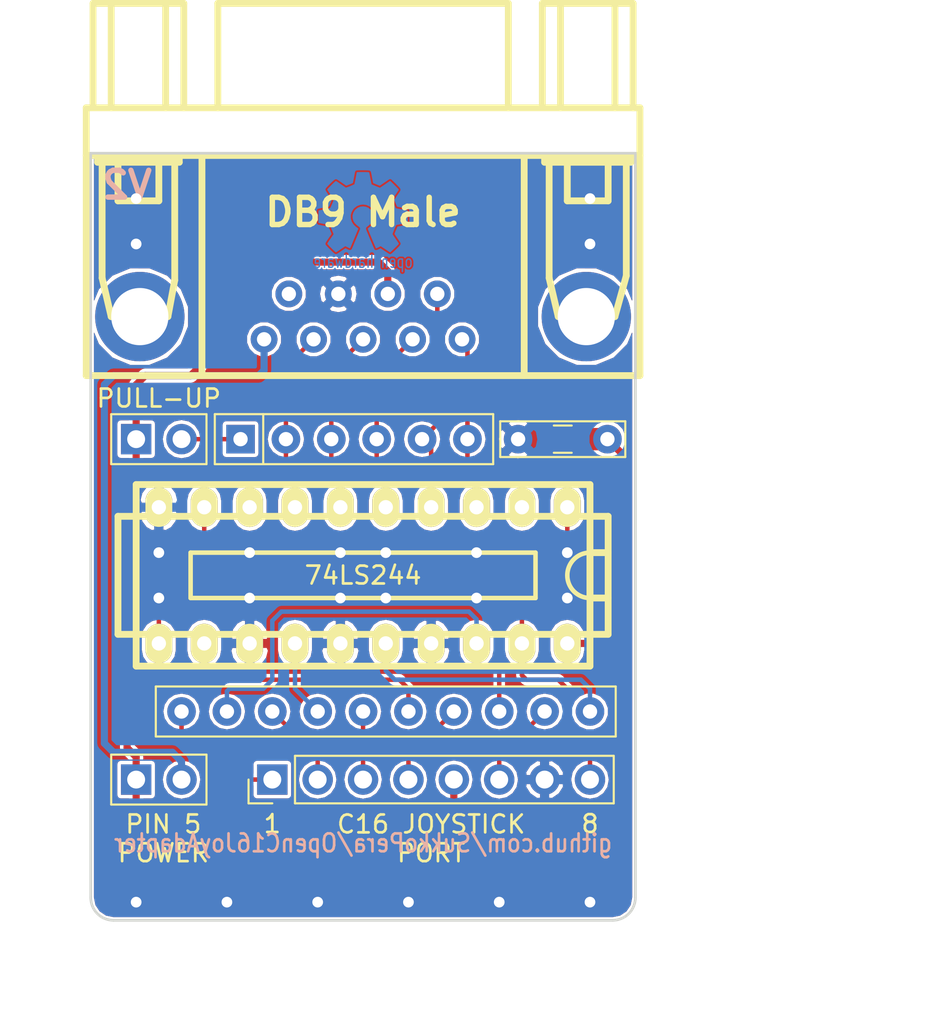
<source format=kicad_pcb>
(kicad_pcb (version 4) (host pcbnew 4.0.7)

  (general
    (links 37)
    (no_connects 0)
    (area 132.004999 91.364999 162.635001 134.441001)
    (thickness 1.6)
    (drawings 15)
    (tracks 182)
    (zones 0)
    (modules 9)
    (nets 21)
  )

  (page A4)
  (title_block
    (title "Open Joystick Adapter for C-16, C-116 and Plus/4")
    (date 2018-01-01)
    (rev 2)
    (company SukkoPera)
    (comment 1 http://www.commodore.ca/manuals/funet/cbm/documents/projects/interfaces/plus4joy/plus4joy.html)
    (comment 2 "Based on work by Levente Hársfalvi")
  )

  (layers
    (0 F.Cu signal)
    (31 B.Cu signal)
    (36 B.SilkS user)
    (37 F.SilkS user)
    (38 B.Mask user)
    (39 F.Mask user)
    (44 Edge.Cuts user)
    (49 F.Fab user)
  )

  (setup
    (last_trace_width 0.25)
    (trace_clearance 0.2)
    (zone_clearance 0.1)
    (zone_45_only no)
    (trace_min 0.2)
    (segment_width 0.2)
    (edge_width 0.15)
    (via_size 0.6)
    (via_drill 0.4)
    (via_min_size 0.4)
    (via_min_drill 0.3)
    (uvia_size 0.3)
    (uvia_drill 0.1)
    (uvias_allowed no)
    (uvia_min_size 0.2)
    (uvia_min_drill 0.1)
    (pcb_text_width 0.3)
    (pcb_text_size 1.5 1.5)
    (mod_edge_width 0.15)
    (mod_text_size 1 1)
    (mod_text_width 0.15)
    (pad_size 1.524 1.524)
    (pad_drill 0.762)
    (pad_to_mask_clearance 0)
    (aux_axis_origin 0 0)
    (visible_elements FFFFFF7F)
    (pcbplotparams
      (layerselection 0x010f0_80000001)
      (usegerberextensions false)
      (excludeedgelayer true)
      (linewidth 0.100000)
      (plotframeref false)
      (viasonmask false)
      (mode 1)
      (useauxorigin false)
      (hpglpennumber 1)
      (hpglpenspeed 20)
      (hpglpendiameter 15)
      (hpglpenoverlay 2)
      (psnegative false)
      (psa4output false)
      (plotreference true)
      (plotvalue true)
      (plotinvisibletext false)
      (padsonsilk false)
      (subtractmaskfromsilk false)
      (outputformat 1)
      (mirror false)
      (drillshape 0)
      (scaleselection 1)
      (outputdirectory gerbers/))
  )

  (net 0 "")
  (net 1 +5V)
  (net 2 GND)
  (net 3 "Net-(J1-Pad5)")
  (net 4 /md_left)
  (net 5 /md_right)
  (net 6 /md_down)
  (net 7 /md_up)
  (net 8 /md_b_~a)
  (net 9 /c16_up)
  (net 10 /c16_down)
  (net 11 /c16_left)
  (net 12 /c16_right)
  (net 13 /c16_fire)
  (net 14 /c16_select)
  (net 15 "Net-(P4-Pad2)")
  (net 16 "Net-(RN2-Pad1)")
  (net 17 "Net-(RN2-Pad3)")
  (net 18 "Net-(RN2-Pad5)")
  (net 19 "Net-(RN2-Pad7)")
  (net 20 "Net-(RN2-Pad9)")

  (net_class Default "This is the default net class."
    (clearance 0.2)
    (trace_width 0.25)
    (via_dia 0.6)
    (via_drill 0.4)
    (uvia_dia 0.3)
    (uvia_drill 0.1)
    (add_net /c16_down)
    (add_net /c16_fire)
    (add_net /c16_left)
    (add_net /c16_right)
    (add_net /c16_select)
    (add_net /c16_up)
    (add_net /md_b_~a)
    (add_net /md_down)
    (add_net /md_left)
    (add_net /md_right)
    (add_net /md_up)
    (add_net "Net-(P4-Pad2)")
    (add_net "Net-(RN2-Pad1)")
    (add_net "Net-(RN2-Pad3)")
    (add_net "Net-(RN2-Pad5)")
    (add_net "Net-(RN2-Pad7)")
    (add_net "Net-(RN2-Pad9)")
  )

  (net_class Power ""
    (clearance 0.2)
    (trace_width 0.4)
    (via_dia 0.8)
    (via_drill 0.6)
    (uvia_dia 0.3)
    (uvia_drill 0.1)
    (add_net +5V)
    (add_net GND)
    (add_net "Net-(J1-Pad5)")
  )

  (module conn_d-sub:DB_9M (layer F.Cu) (tedit 59CAD9E2) (tstamp 59640901)
    (at 147.32 93.472 180)
    (descr "D-SUB 9 pin plug, Tyco P/N 4-338168-2")
    (path /59640177)
    (fp_text reference J1 (at 0 7.62 180) (layer F.SilkS) hide
      (effects (font (thickness 0.3048)))
    )
    (fp_text value "DB9 Male" (at 0 -1.27 180) (layer F.SilkS)
      (effects (font (thickness 0.3048)))
    )
    (fp_line (start 10.541 1.524) (end 10.541 -5.08) (layer F.SilkS) (width 0.381))
    (fp_line (start 10.541 -5.08) (end 10.922 -7.112) (layer F.SilkS) (width 0.381))
    (fp_line (start 10.922 -7.112) (end 14.097 -7.112) (layer F.SilkS) (width 0.381))
    (fp_line (start 14.097 -7.112) (end 14.605 -4.953) (layer F.SilkS) (width 0.381))
    (fp_line (start 14.605 -4.953) (end 14.605 1.524) (layer F.SilkS) (width 0.381))
    (fp_line (start -10.922 -7.112) (end -10.414 -4.953) (layer F.SilkS) (width 0.381))
    (fp_line (start -10.414 -4.953) (end -10.414 1.524) (layer F.SilkS) (width 0.381))
    (fp_line (start -14.732 1.524) (end -14.732 -4.826) (layer F.SilkS) (width 0.381))
    (fp_line (start -14.732 -4.826) (end -14.097 -7.112) (layer F.SilkS) (width 0.381))
    (fp_line (start -14.097 -7.112) (end -10.922 -7.112) (layer F.SilkS) (width 0.381))
    (fp_line (start 14.859 1.524) (end 10.287 1.524) (layer F.SilkS) (width 0.381))
    (fp_line (start 10.287 1.524) (end 10.287 1.778) (layer F.SilkS) (width 0.381))
    (fp_line (start 10.287 1.778) (end 14.859 1.778) (layer F.SilkS) (width 0.381))
    (fp_line (start 14.859 1.778) (end 14.859 1.524) (layer F.SilkS) (width 0.381))
    (fp_line (start -10.16 1.524) (end -14.986 1.524) (layer F.SilkS) (width 0.381))
    (fp_line (start -14.986 1.524) (end -14.986 1.778) (layer F.SilkS) (width 0.381))
    (fp_line (start -14.986 1.778) (end -10.16 1.778) (layer F.SilkS) (width 0.381))
    (fp_line (start -10.16 1.778) (end -10.16 1.524) (layer F.SilkS) (width 0.381))
    (fp_line (start 11.43 1.905) (end 11.43 -0.635) (layer F.SilkS) (width 0.381))
    (fp_line (start 11.43 -0.635) (end 13.716 -0.635) (layer F.SilkS) (width 0.381))
    (fp_line (start 13.716 -0.635) (end 13.716 1.905) (layer F.SilkS) (width 0.381))
    (fp_line (start -13.716 1.905) (end -13.716 -0.635) (layer F.SilkS) (width 0.381))
    (fp_line (start -13.716 -0.635) (end -11.43 -0.635) (layer F.SilkS) (width 0.381))
    (fp_line (start -11.43 -0.635) (end -11.43 1.905) (layer F.SilkS) (width 0.381))
    (fp_line (start 9.017 1.905) (end 9.017 -10.414) (layer F.SilkS) (width 0.381))
    (fp_line (start -9.017 1.905) (end -9.017 -10.414) (layer F.SilkS) (width 0.381))
    (fp_line (start -15.494 1.905) (end 15.494 1.905) (layer F.SilkS) (width 0.381))
    (fp_line (start -11.049 4.572) (end -11.049 10.414) (layer F.SilkS) (width 0.381))
    (fp_line (start -14.097 4.572) (end -14.097 10.414) (layer F.SilkS) (width 0.381))
    (fp_line (start 14.097 4.572) (end 14.097 10.414) (layer F.SilkS) (width 0.381))
    (fp_line (start 11.049 4.572) (end 11.049 10.414) (layer F.SilkS) (width 0.381))
    (fp_line (start 10.033 4.572) (end 10.033 10.414) (layer F.SilkS) (width 0.381))
    (fp_line (start 10.033 10.414) (end 15.113 10.414) (layer F.SilkS) (width 0.381))
    (fp_line (start 15.113 10.414) (end 15.113 4.699) (layer F.SilkS) (width 0.381))
    (fp_line (start -15.113 4.572) (end -15.113 10.414) (layer F.SilkS) (width 0.381))
    (fp_line (start -15.113 10.414) (end -10.033 10.414) (layer F.SilkS) (width 0.381))
    (fp_line (start -10.033 10.414) (end -10.033 4.699) (layer F.SilkS) (width 0.381))
    (fp_line (start -8.128 4.572) (end -8.128 10.414) (layer F.SilkS) (width 0.381))
    (fp_line (start -8.128 10.414) (end 8.128 10.414) (layer F.SilkS) (width 0.381))
    (fp_line (start 8.128 10.414) (end 8.128 4.572) (layer F.SilkS) (width 0.381))
    (fp_line (start -15.494 4.572) (end 15.494 4.572) (layer F.SilkS) (width 0.381))
    (fp_line (start 15.494 4.572) (end 15.494 -10.414) (layer F.SilkS) (width 0.381))
    (fp_line (start 15.494 -10.414) (end -15.494 -10.414) (layer F.SilkS) (width 0.381))
    (fp_line (start -15.494 -10.414) (end -15.494 4.572) (layer F.SilkS) (width 0.381))
    (pad "" thru_hole circle (at 12.49426 -7.112 180) (size 5.00126 5.00126) (drill 3.2004) (layers *.Cu *.Mask))
    (pad 3 thru_hole circle (at 0 -8.382 180) (size 1.50114 1.50114) (drill 0.8001) (layers *.Cu *.Mask)
      (net 4 /md_left))
    (pad 4 thru_hole circle (at 2.77114 -8.382 180) (size 1.50114 1.50114) (drill 0.8001) (layers *.Cu *.Mask)
      (net 5 /md_right))
    (pad 5 thru_hole circle (at 5.53974 -8.382 180) (size 1.50114 1.50114) (drill 0.8001) (layers *.Cu *.Mask)
      (net 3 "Net-(J1-Pad5)"))
    (pad 2 thru_hole circle (at -2.77114 -8.382 180) (size 1.50114 1.50114) (drill 0.8001) (layers *.Cu *.Mask)
      (net 6 /md_down))
    (pad 1 thru_hole circle (at -5.53974 -8.382 180) (size 1.50114 1.50114) (drill 0.8001) (layers *.Cu *.Mask)
      (net 7 /md_up))
    (pad 6 thru_hole circle (at -4.15544 -5.842 180) (size 1.50114 1.50114) (drill 0.8001) (layers *.Cu *.Mask)
      (net 8 /md_b_~a))
    (pad 7 thru_hole circle (at -1.3843 -5.842 180) (size 1.50114 1.50114) (drill 0.8001) (layers *.Cu *.Mask)
      (net 1 +5V))
    (pad 8 thru_hole circle (at 1.3843 -5.842 180) (size 1.50114 1.50114) (drill 0.8001) (layers *.Cu *.Mask)
      (net 2 GND))
    (pad 9 thru_hole circle (at 4.15544 -5.842 180) (size 1.50114 1.50114) (drill 0.8001) (layers *.Cu *.Mask))
    (pad "" thru_hole circle (at -12.49426 -7.112 180) (size 5.00126 5.00126) (drill 3.2004) (layers *.Cu *.Mask))
    (model /home/sukko/Documents/kicad/lib/kicad_libs/modules/packages3d/walter/conn_d-sub/db_9m.wrl
      (at (xyz 0 0 0))
      (scale (xyz 1 1 1))
      (rotate (xyz 0 0 0))
    )
  )

  (module w_logo:Logo_copper_OSHW_6x6mm (layer B.Cu) (tedit 0) (tstamp 59CADBE6)
    (at 147.32 94.742 180)
    (descr "Open Hardware Logo, 6x6mm")
    (path /59CADB6A)
    (fp_text reference P3 (at 0 0 180) (layer B.SilkS) hide
      (effects (font (size 0.22606 0.22606) (thickness 0.04318)) (justify mirror))
    )
    (fp_text value OSHW_LOGO_PLACEHOLDER (at 0 -0.3 180) (layer B.SilkS) hide
      (effects (font (size 0.22606 0.22606) (thickness 0.04318)) (justify mirror))
    )
    (fp_line (start 2.16 -2.62) (end 2.16 -3.08) (layer B.Cu) (width 0.075))
    (fp_line (start 2.25 -2.62) (end 2.3 -2.62) (layer B.Cu) (width 0.075))
    (fp_line (start 2.2 -2.65) (end 2.25 -2.62) (layer B.Cu) (width 0.075))
    (fp_line (start 2.18 -2.67) (end 2.2 -2.65) (layer B.Cu) (width 0.075))
    (fp_line (start 2.16 -2.74) (end 2.18 -2.67) (layer B.Cu) (width 0.075))
    (fp_line (start 2.6 -3.08) (end 2.65 -3.05) (layer B.Cu) (width 0.075))
    (fp_line (start 2.5 -3.08) (end 2.6 -3.08) (layer B.Cu) (width 0.075))
    (fp_line (start 2.46 -3.05) (end 2.5 -3.08) (layer B.Cu) (width 0.075))
    (fp_line (start 2.44 -2.98) (end 2.46 -3.05) (layer B.Cu) (width 0.075))
    (fp_line (start 2.44 -2.71) (end 2.44 -2.98) (layer B.Cu) (width 0.075))
    (fp_line (start 2.47 -2.65) (end 2.44 -2.71) (layer B.Cu) (width 0.075))
    (fp_line (start 2.51 -2.62) (end 2.47 -2.65) (layer B.Cu) (width 0.075))
    (fp_line (start 2.61 -2.62) (end 2.51 -2.62) (layer B.Cu) (width 0.075))
    (fp_line (start 2.65 -2.66) (end 2.61 -2.62) (layer B.Cu) (width 0.075))
    (fp_line (start 2.67 -2.73) (end 2.65 -2.66) (layer B.Cu) (width 0.075))
    (fp_line (start 2.67 -2.85) (end 2.67 -2.73) (layer B.Cu) (width 0.075))
    (fp_line (start 2.67 -2.85) (end 2.44 -2.85) (layer B.Cu) (width 0.075))
    (fp_line (start 1.92 -2.71) (end 1.92 -3.08) (layer B.Cu) (width 0.075))
    (fp_line (start 1.89 -2.65) (end 1.92 -2.71) (layer B.Cu) (width 0.075))
    (fp_line (start 1.85 -2.62) (end 1.89 -2.65) (layer B.Cu) (width 0.075))
    (fp_line (start 1.75 -2.62) (end 1.85 -2.62) (layer B.Cu) (width 0.075))
    (fp_line (start 1.7 -2.65) (end 1.75 -2.62) (layer B.Cu) (width 0.075))
    (fp_line (start 1.76 -2.81) (end 1.71 -2.84) (layer B.Cu) (width 0.075))
    (fp_line (start 1.88 -2.81) (end 1.76 -2.81) (layer B.Cu) (width 0.075))
    (fp_line (start 1.92 -2.78) (end 1.88 -2.81) (layer B.Cu) (width 0.075))
    (fp_line (start 1.87 -3.08) (end 1.92 -3.04) (layer B.Cu) (width 0.075))
    (fp_line (start 1.75 -3.08) (end 1.87 -3.08) (layer B.Cu) (width 0.075))
    (fp_line (start 1.7 -3.04) (end 1.75 -3.08) (layer B.Cu) (width 0.075))
    (fp_line (start 1.68 -2.98) (end 1.7 -3.04) (layer B.Cu) (width 0.075))
    (fp_line (start 1.68 -2.91) (end 1.68 -2.98) (layer B.Cu) (width 0.075))
    (fp_line (start 1.71 -2.84) (end 1.68 -2.91) (layer B.Cu) (width 0.075))
    (fp_line (start 1.13 -2.62) (end 1.23 -3.08) (layer B.Cu) (width 0.075))
    (fp_line (start 1.23 -3.08) (end 1.32 -2.74) (layer B.Cu) (width 0.075))
    (fp_line (start 1.32 -2.74) (end 1.42 -3.08) (layer B.Cu) (width 0.075))
    (fp_line (start 1.42 -3.08) (end 1.52 -2.62) (layer B.Cu) (width 0.075))
    (fp_line (start 0.94 -3.05) (end 0.9 -3.08) (layer B.Cu) (width 0.075))
    (fp_line (start 0.9 -3.08) (end 0.79 -3.08) (layer B.Cu) (width 0.075))
    (fp_line (start 0.79 -3.08) (end 0.75 -3.05) (layer B.Cu) (width 0.075))
    (fp_line (start 0.75 -3.05) (end 0.73 -3.02) (layer B.Cu) (width 0.075))
    (fp_line (start 0.73 -3.02) (end 0.7 -2.95) (layer B.Cu) (width 0.075))
    (fp_line (start 0.7 -2.95) (end 0.7 -2.75) (layer B.Cu) (width 0.075))
    (fp_line (start 0.7 -2.75) (end 0.73 -2.68) (layer B.Cu) (width 0.075))
    (fp_line (start 0.73 -2.68) (end 0.75 -2.65) (layer B.Cu) (width 0.075))
    (fp_line (start 0.75 -2.65) (end 0.81 -2.61) (layer B.Cu) (width 0.075))
    (fp_line (start 0.81 -2.61) (end 0.88 -2.61) (layer B.Cu) (width 0.075))
    (fp_line (start 0.88 -2.61) (end 0.94 -2.65) (layer B.Cu) (width 0.075))
    (fp_line (start 0.94 -2.38) (end 0.94 -3.08) (layer B.Cu) (width 0.075))
    (fp_line (start 0.42 -2.74) (end 0.44 -2.67) (layer B.Cu) (width 0.075))
    (fp_line (start 0.44 -2.67) (end 0.46 -2.65) (layer B.Cu) (width 0.075))
    (fp_line (start 0.46 -2.65) (end 0.51 -2.62) (layer B.Cu) (width 0.075))
    (fp_line (start 0.51 -2.62) (end 0.56 -2.62) (layer B.Cu) (width 0.075))
    (fp_line (start 0.42 -2.62) (end 0.42 -3.08) (layer B.Cu) (width 0.075))
    (fp_line (start -0.03 -2.84) (end -0.06 -2.91) (layer B.Cu) (width 0.075))
    (fp_line (start -0.06 -2.91) (end -0.06 -2.98) (layer B.Cu) (width 0.075))
    (fp_line (start -0.06 -2.98) (end -0.04 -3.04) (layer B.Cu) (width 0.075))
    (fp_line (start -0.04 -3.04) (end 0.01 -3.08) (layer B.Cu) (width 0.075))
    (fp_line (start 0.01 -3.08) (end 0.13 -3.08) (layer B.Cu) (width 0.075))
    (fp_line (start 0.13 -3.08) (end 0.18 -3.04) (layer B.Cu) (width 0.075))
    (fp_line (start 0.18 -2.78) (end 0.14 -2.81) (layer B.Cu) (width 0.075))
    (fp_line (start 0.14 -2.81) (end 0.02 -2.81) (layer B.Cu) (width 0.075))
    (fp_line (start 0.02 -2.81) (end -0.03 -2.84) (layer B.Cu) (width 0.075))
    (fp_line (start -0.04 -2.65) (end 0.01 -2.62) (layer B.Cu) (width 0.075))
    (fp_line (start 0.01 -2.62) (end 0.11 -2.62) (layer B.Cu) (width 0.075))
    (fp_line (start 0.11 -2.62) (end 0.15 -2.65) (layer B.Cu) (width 0.075))
    (fp_line (start 0.15 -2.65) (end 0.18 -2.71) (layer B.Cu) (width 0.075))
    (fp_line (start 0.18 -2.71) (end 0.18 -3.08) (layer B.Cu) (width 0.075))
    (fp_line (start -0.49 -2.69) (end -0.47 -2.65) (layer B.Cu) (width 0.075))
    (fp_line (start -0.47 -2.65) (end -0.42 -2.62) (layer B.Cu) (width 0.075))
    (fp_line (start -0.42 -2.62) (end -0.34 -2.62) (layer B.Cu) (width 0.075))
    (fp_line (start -0.34 -2.62) (end -0.3 -2.65) (layer B.Cu) (width 0.075))
    (fp_line (start -0.3 -2.65) (end -0.28 -2.71) (layer B.Cu) (width 0.075))
    (fp_line (start -0.28 -2.71) (end -0.28 -3.08) (layer B.Cu) (width 0.075))
    (fp_line (start -0.49 -2.38) (end -0.49 -3.08) (layer B.Cu) (width 0.075))
    (fp_line (start -1.54 -2.85) (end -1.77 -2.85) (layer B.Cu) (width 0.075))
    (fp_line (start -1.32 -2.68) (end -1.3 -2.65) (layer B.Cu) (width 0.075))
    (fp_line (start -1.3 -2.65) (end -1.26 -2.62) (layer B.Cu) (width 0.075))
    (fp_line (start -1.26 -2.62) (end -1.17 -2.62) (layer B.Cu) (width 0.075))
    (fp_line (start -1.17 -2.62) (end -1.13 -2.65) (layer B.Cu) (width 0.075))
    (fp_line (start -1.13 -2.65) (end -1.11 -2.71) (layer B.Cu) (width 0.075))
    (fp_line (start -1.11 -2.71) (end -1.11 -3.08) (layer B.Cu) (width 0.075))
    (fp_line (start -1.32 -2.62) (end -1.32 -3.08) (layer B.Cu) (width 0.075))
    (fp_line (start -1.54 -2.85) (end -1.54 -2.73) (layer B.Cu) (width 0.075))
    (fp_line (start -1.54 -2.73) (end -1.56 -2.66) (layer B.Cu) (width 0.075))
    (fp_line (start -1.56 -2.66) (end -1.6 -2.62) (layer B.Cu) (width 0.075))
    (fp_line (start -1.6 -2.62) (end -1.7 -2.62) (layer B.Cu) (width 0.075))
    (fp_line (start -1.7 -2.62) (end -1.74 -2.65) (layer B.Cu) (width 0.075))
    (fp_line (start -1.74 -2.65) (end -1.77 -2.71) (layer B.Cu) (width 0.075))
    (fp_line (start -1.77 -2.71) (end -1.77 -2.98) (layer B.Cu) (width 0.075))
    (fp_line (start -1.77 -2.98) (end -1.75 -3.05) (layer B.Cu) (width 0.075))
    (fp_line (start -1.75 -3.05) (end -1.71 -3.08) (layer B.Cu) (width 0.075))
    (fp_line (start -1.71 -3.08) (end -1.61 -3.08) (layer B.Cu) (width 0.075))
    (fp_line (start -1.61 -3.08) (end -1.56 -3.05) (layer B.Cu) (width 0.075))
    (fp_line (start -2.2 -2.65) (end -2.16 -2.62) (layer B.Cu) (width 0.075))
    (fp_line (start -2.16 -2.62) (end -2.06 -2.62) (layer B.Cu) (width 0.075))
    (fp_line (start -2.06 -2.62) (end -2.02 -2.65) (layer B.Cu) (width 0.075))
    (fp_line (start -2.02 -2.65) (end -1.99 -2.68) (layer B.Cu) (width 0.075))
    (fp_line (start -1.99 -2.68) (end -1.97 -2.74) (layer B.Cu) (width 0.075))
    (fp_line (start -1.97 -2.74) (end -1.97 -2.96) (layer B.Cu) (width 0.075))
    (fp_line (start -1.97 -2.96) (end -1.99 -3.02) (layer B.Cu) (width 0.075))
    (fp_line (start -1.99 -3.02) (end -2.01 -3.05) (layer B.Cu) (width 0.075))
    (fp_line (start -2.01 -3.05) (end -2.05 -3.08) (layer B.Cu) (width 0.075))
    (fp_line (start -2.05 -3.08) (end -2.15 -3.08) (layer B.Cu) (width 0.075))
    (fp_line (start -2.15 -3.08) (end -2.2 -3.05) (layer B.Cu) (width 0.075))
    (fp_line (start -2.2 -3.32) (end -2.2 -2.62) (layer B.Cu) (width 0.075))
    (fp_line (start -2.51 -2.62) (end -2.59 -2.62) (layer B.Cu) (width 0.075))
    (fp_line (start -2.59 -2.62) (end -2.63 -2.65) (layer B.Cu) (width 0.075))
    (fp_line (start -2.63 -2.65) (end -2.65 -2.68) (layer B.Cu) (width 0.075))
    (fp_line (start -2.65 -2.68) (end -2.68 -2.75) (layer B.Cu) (width 0.075))
    (fp_line (start -2.59 -3.08) (end -2.51 -3.08) (layer B.Cu) (width 0.075))
    (fp_line (start -2.51 -3.08) (end -2.46 -3.05) (layer B.Cu) (width 0.075))
    (fp_line (start -2.46 -3.05) (end -2.44 -3.02) (layer B.Cu) (width 0.075))
    (fp_line (start -2.44 -3.02) (end -2.42 -2.95) (layer B.Cu) (width 0.075))
    (fp_line (start -2.42 -2.95) (end -2.42 -2.75) (layer B.Cu) (width 0.075))
    (fp_line (start -2.42 -2.75) (end -2.44 -2.69) (layer B.Cu) (width 0.075))
    (fp_line (start -2.44 -2.69) (end -2.46 -2.66) (layer B.Cu) (width 0.075))
    (fp_line (start -2.46 -2.66) (end -2.51 -2.62) (layer B.Cu) (width 0.075))
    (fp_line (start -2.68 -2.75) (end -2.68 -2.95) (layer B.Cu) (width 0.075))
    (fp_line (start -2.68 -2.95) (end -2.66 -3.01) (layer B.Cu) (width 0.075))
    (fp_line (start -2.66 -3.01) (end -2.64 -3.04) (layer B.Cu) (width 0.075))
    (fp_line (start -2.64 -3.04) (end -2.59 -3.08) (layer B.Cu) (width 0.075))
    (fp_poly (pts (xy -1.51384 -2.24536) (xy -1.48844 -2.23012) (xy -1.43002 -2.19456) (xy -1.3462 -2.13868)
      (xy -1.24714 -2.07264) (xy -1.14808 -2.0066) (xy -1.0668 -1.95326) (xy -1.01092 -1.91516)
      (xy -0.98552 -1.90246) (xy -0.97282 -1.90754) (xy -0.9271 -1.9304) (xy -0.85852 -1.96596)
      (xy -0.81788 -1.98628) (xy -0.75692 -2.01168) (xy -0.7239 -2.0193) (xy -0.71882 -2.00914)
      (xy -0.69596 -1.96088) (xy -0.6604 -1.8796) (xy -0.61468 -1.77038) (xy -0.5588 -1.64338)
      (xy -0.50292 -1.50876) (xy -0.4445 -1.36906) (xy -0.38862 -1.23444) (xy -0.34036 -1.11506)
      (xy -0.29972 -1.01854) (xy -0.27432 -0.94996) (xy -0.26416 -0.92202) (xy -0.2667 -0.9144)
      (xy -0.29972 -0.88392) (xy -0.35306 -0.84328) (xy -0.47244 -0.74676) (xy -0.58928 -0.60198)
      (xy -0.6604 -0.43688) (xy -0.68326 -0.25146) (xy -0.66294 -0.08128) (xy -0.5969 0.08128)
      (xy -0.4826 0.2286) (xy -0.3429 0.33782) (xy -0.18034 0.4064) (xy 0 0.42926)
      (xy 0.17272 0.40894) (xy 0.34036 0.3429) (xy 0.48768 0.23114) (xy 0.55118 0.16002)
      (xy 0.63754 0.01016) (xy 0.6858 -0.14732) (xy 0.69088 -0.18796) (xy 0.68326 -0.36322)
      (xy 0.63246 -0.5334) (xy 0.53848 -0.68326) (xy 0.40894 -0.80772) (xy 0.3937 -0.81788)
      (xy 0.33528 -0.8636) (xy 0.29464 -0.89408) (xy 0.26416 -0.91948) (xy 0.48768 -1.45796)
      (xy 0.52324 -1.54178) (xy 0.5842 -1.6891) (xy 0.63754 -1.8161) (xy 0.68072 -1.9177)
      (xy 0.7112 -1.98374) (xy 0.7239 -2.01168) (xy 0.7239 -2.01422) (xy 0.74422 -2.01676)
      (xy 0.78486 -2.00152) (xy 0.86106 -1.96596) (xy 0.90932 -1.94056) (xy 0.96774 -1.91262)
      (xy 0.99314 -1.90246) (xy 1.016 -1.91516) (xy 1.06934 -1.95072) (xy 1.15062 -2.00406)
      (xy 1.24714 -2.06756) (xy 1.33858 -2.13106) (xy 1.4224 -2.18694) (xy 1.48336 -2.22504)
      (xy 1.51384 -2.24282) (xy 1.51892 -2.24282) (xy 1.54432 -2.22758) (xy 1.59258 -2.18694)
      (xy 1.66624 -2.11836) (xy 1.77038 -2.01422) (xy 1.78562 -1.99898) (xy 1.87198 -1.91262)
      (xy 1.94056 -1.83896) (xy 1.98628 -1.78816) (xy 2.00406 -1.7653) (xy 2.00406 -1.7653)
      (xy 1.98882 -1.73482) (xy 1.95072 -1.67386) (xy 1.89484 -1.5875) (xy 1.82626 -1.48844)
      (xy 1.64846 -1.22936) (xy 1.74498 -0.98552) (xy 1.77546 -0.90932) (xy 1.81356 -0.82042)
      (xy 1.8415 -0.75438) (xy 1.85674 -0.72644) (xy 1.88214 -0.71628) (xy 1.95072 -0.70104)
      (xy 2.04724 -0.68072) (xy 2.16154 -0.6604) (xy 2.2733 -0.64008) (xy 2.37236 -0.61976)
      (xy 2.44348 -0.60706) (xy 2.4765 -0.59944) (xy 2.48412 -0.59436) (xy 2.49174 -0.57912)
      (xy 2.49428 -0.5461) (xy 2.49682 -0.48514) (xy 2.49936 -0.39116) (xy 2.49936 -0.25146)
      (xy 2.49936 -0.23622) (xy 2.49682 -0.10668) (xy 2.49428 0) (xy 2.49174 0.06604)
      (xy 2.48666 0.09398) (xy 2.48666 0.09398) (xy 2.45618 0.1016) (xy 2.38506 0.11684)
      (xy 2.286 0.13462) (xy 2.16662 0.15748) (xy 2.159 0.16002) (xy 2.04216 0.18288)
      (xy 1.9431 0.2032) (xy 1.87198 0.21844) (xy 1.84404 0.2286) (xy 1.83642 0.23622)
      (xy 1.81356 0.28194) (xy 1.78054 0.3556) (xy 1.7399 0.4445) (xy 1.7018 0.53848)
      (xy 1.66878 0.6223) (xy 1.64592 0.68326) (xy 1.6383 0.7112) (xy 1.64084 0.71374)
      (xy 1.65862 0.74168) (xy 1.69926 0.80264) (xy 1.75514 0.88646) (xy 1.82372 0.98806)
      (xy 1.8288 0.99568) (xy 1.89738 1.09474) (xy 1.95326 1.1811) (xy 1.98882 1.23952)
      (xy 2.00406 1.26746) (xy 2.00406 1.27) (xy 1.9812 1.30048) (xy 1.9304 1.35636)
      (xy 1.85674 1.43256) (xy 1.77038 1.52146) (xy 1.74244 1.54686) (xy 1.64338 1.64338)
      (xy 1.57734 1.70434) (xy 1.53416 1.73736) (xy 1.51384 1.74498) (xy 1.51384 1.74498)
      (xy 1.48336 1.7272) (xy 1.41986 1.68656) (xy 1.33604 1.62814) (xy 1.23444 1.55956)
      (xy 1.22682 1.55448) (xy 1.12776 1.4859) (xy 1.04394 1.43002) (xy 0.98552 1.38938)
      (xy 0.95758 1.37414) (xy 0.95504 1.37414) (xy 0.9144 1.38684) (xy 0.84328 1.41224)
      (xy 0.75438 1.44526) (xy 0.66294 1.48336) (xy 0.57912 1.51892) (xy 0.51562 1.54686)
      (xy 0.48514 1.56464) (xy 0.48514 1.56464) (xy 0.47498 1.6002) (xy 0.4572 1.6764)
      (xy 0.43688 1.778) (xy 0.41148 1.89992) (xy 0.40894 1.92024) (xy 0.38608 2.03962)
      (xy 0.3683 2.13868) (xy 0.35306 2.20726) (xy 0.34544 2.2352) (xy 0.3302 2.23774)
      (xy 0.27178 2.24282) (xy 0.18288 2.24536) (xy 0.07366 2.24536) (xy -0.0381 2.24536)
      (xy -0.14732 2.24282) (xy -0.2413 2.24028) (xy -0.30988 2.2352) (xy -0.33782 2.23012)
      (xy -0.33782 2.22758) (xy -0.34798 2.18948) (xy -0.36576 2.11582) (xy -0.38608 2.01168)
      (xy -0.40894 1.88976) (xy -0.41402 1.8669) (xy -0.43688 1.75006) (xy -0.4572 1.651)
      (xy -0.4699 1.58496) (xy -0.47752 1.55702) (xy -0.49022 1.55194) (xy -0.53848 1.53162)
      (xy -0.61722 1.4986) (xy -0.71628 1.45796) (xy -0.94488 1.36652) (xy -1.22682 1.55702)
      (xy -1.25222 1.5748) (xy -1.35382 1.64338) (xy -1.4351 1.69926) (xy -1.49352 1.73736)
      (xy -1.51638 1.75006) (xy -1.51892 1.75006) (xy -1.54686 1.72466) (xy -1.60274 1.67132)
      (xy -1.67894 1.59766) (xy -1.76784 1.5113) (xy -1.83134 1.44526) (xy -1.91008 1.36652)
      (xy -1.95834 1.31318) (xy -1.98628 1.28016) (xy -1.9939 1.25984) (xy -1.99136 1.2446)
      (xy -1.97358 1.21666) (xy -1.93294 1.1557) (xy -1.87452 1.06934) (xy -1.80594 0.97028)
      (xy -1.75006 0.88646) (xy -1.6891 0.79248) (xy -1.651 0.72644) (xy -1.63576 0.69342)
      (xy -1.64084 0.68072) (xy -1.65862 0.62484) (xy -1.69418 0.54102) (xy -1.73482 0.44196)
      (xy -1.83388 0.22098) (xy -1.97866 0.19304) (xy -2.06756 0.17526) (xy -2.18948 0.1524)
      (xy -2.30886 0.12954) (xy -2.49174 0.09398) (xy -2.49936 -0.58166) (xy -2.47142 -0.59436)
      (xy -2.44348 -0.60198) (xy -2.3749 -0.61722) (xy -2.27838 -0.63754) (xy -2.16154 -0.65786)
      (xy -2.06502 -0.67564) (xy -1.96596 -0.69596) (xy -1.89484 -0.70866) (xy -1.86436 -0.71628)
      (xy -1.8542 -0.72644) (xy -1.83134 -0.7747) (xy -1.79578 -0.8509) (xy -1.75514 -0.94234)
      (xy -1.71704 -1.03632) (xy -1.68148 -1.12522) (xy -1.65862 -1.19126) (xy -1.64846 -1.22428)
      (xy -1.66116 -1.25222) (xy -1.69926 -1.31064) (xy -1.7526 -1.39192) (xy -1.82118 -1.49098)
      (xy -1.88722 -1.5875) (xy -1.94564 -1.67132) (xy -1.98374 -1.73228) (xy -2.00152 -1.76022)
      (xy -1.99136 -1.778) (xy -1.95326 -1.82626) (xy -1.8796 -1.90246) (xy -1.76784 -2.01168)
      (xy -1.75006 -2.02946) (xy -1.6637 -2.11328) (xy -1.59004 -2.18186) (xy -1.5367 -2.22758)
      (xy -1.51384 -2.24536)) (layer B.Cu) (width 0.00254))
  )

  (module Resistors_THT:R_Array_SIP6 (layer F.Cu) (tedit 5A49021A) (tstamp 5A459BBB)
    (at 140.462 107.442)
    (descr "6-pin Resistor SIP pack")
    (tags R)
    (path /5A45976E)
    (fp_text reference RN1 (at 7.62 -2.4) (layer F.SilkS) hide
      (effects (font (size 1 1) (thickness 0.15)))
    )
    (fp_text value 10k (at 6.35 -2.032) (layer F.Fab)
      (effects (font (size 1 1) (thickness 0.15)))
    )
    (fp_line (start -1.29 -1.25) (end -1.29 1.25) (layer F.Fab) (width 0.1))
    (fp_line (start -1.29 1.25) (end 13.99 1.25) (layer F.Fab) (width 0.1))
    (fp_line (start 13.99 1.25) (end 13.99 -1.25) (layer F.Fab) (width 0.1))
    (fp_line (start 13.99 -1.25) (end -1.29 -1.25) (layer F.Fab) (width 0.1))
    (fp_line (start 1.27 -1.25) (end 1.27 1.25) (layer F.Fab) (width 0.1))
    (fp_line (start -1.44 -1.4) (end -1.44 1.4) (layer F.SilkS) (width 0.12))
    (fp_line (start -1.44 1.4) (end 14.14 1.4) (layer F.SilkS) (width 0.12))
    (fp_line (start 14.14 1.4) (end 14.14 -1.4) (layer F.SilkS) (width 0.12))
    (fp_line (start 14.14 -1.4) (end -1.44 -1.4) (layer F.SilkS) (width 0.12))
    (fp_line (start 1.27 -1.4) (end 1.27 1.4) (layer F.SilkS) (width 0.12))
    (fp_line (start -1.7 -1.65) (end -1.7 1.65) (layer F.CrtYd) (width 0.05))
    (fp_line (start -1.7 1.65) (end 14.4 1.65) (layer F.CrtYd) (width 0.05))
    (fp_line (start 14.4 1.65) (end 14.4 -1.65) (layer F.CrtYd) (width 0.05))
    (fp_line (start 14.4 -1.65) (end -1.7 -1.65) (layer F.CrtYd) (width 0.05))
    (pad 1 thru_hole rect (at 0 0) (size 1.6 1.6) (drill 0.8) (layers *.Cu *.Mask)
      (net 15 "Net-(P4-Pad2)"))
    (pad 2 thru_hole oval (at 2.54 0) (size 1.6 1.6) (drill 0.8) (layers *.Cu *.Mask)
      (net 5 /md_right))
    (pad 3 thru_hole oval (at 5.08 0) (size 1.6 1.6) (drill 0.8) (layers *.Cu *.Mask)
      (net 4 /md_left))
    (pad 4 thru_hole oval (at 7.62 0) (size 1.6 1.6) (drill 0.8) (layers *.Cu *.Mask)
      (net 6 /md_down))
    (pad 5 thru_hole oval (at 10.16 0) (size 1.6 1.6) (drill 0.8) (layers *.Cu *.Mask)
      (net 8 /md_b_~a))
    (pad 6 thru_hole oval (at 12.7 0) (size 1.6 1.6) (drill 0.8) (layers *.Cu *.Mask)
      (net 7 /md_up))
    (model ${KISYS3DMOD}/Resistors_THT.3dshapes/R_Array_SIP6.wrl
      (at (xyz 0 0 0))
      (scale (xyz 0.39 0.39 0.39))
      (rotate (xyz 0 0 0))
    )
  )

  (module pth_circuits:dil_20-300_socket (layer F.Cu) (tedit 5A4A1C87) (tstamp 5A459BCA)
    (at 147.32 115.062 180)
    (descr "IC, DIL20 x 0,3\", with socket")
    (tags DIL)
    (path /596400F9)
    (fp_text reference U1 (at 0 -6.35 180) (layer F.SilkS) hide
      (effects (font (size 1.524 1.143) (thickness 0.28575)))
    )
    (fp_text value 74LS244 (at 0 0 180) (layer F.SilkS)
      (effects (font (size 1 1) (thickness 0.15)))
    )
    (fp_line (start 9.652 1.27) (end -9.652 1.27) (layer F.SilkS) (width 0.254))
    (fp_line (start -9.652 -1.27) (end 9.652 -1.27) (layer F.SilkS) (width 0.254))
    (fp_line (start 12.7 5.08) (end -12.7 5.08) (layer F.SilkS) (width 0.381))
    (fp_line (start 13.716 3.302) (end -13.716 3.302) (layer F.SilkS) (width 0.381))
    (fp_line (start -12.7 -5.08) (end 12.7 -5.08) (layer F.SilkS) (width 0.381))
    (fp_line (start -13.716 -3.302) (end 13.716 -3.302) (layer F.SilkS) (width 0.381))
    (fp_line (start -12.7 -1.27) (end -12.7 1.27) (layer F.SilkS) (width 0.381))
    (fp_arc (start -12.7 0) (end -12.7 -1.27) (angle 90) (layer F.SilkS) (width 0.254))
    (fp_arc (start -12.7 0) (end -11.43 0) (angle 90) (layer F.SilkS) (width 0.254))
    (fp_line (start -12.7 1.27) (end -13.716 1.27) (layer F.SilkS) (width 0.381))
    (fp_line (start -12.7 -1.27) (end -13.716 -1.27) (layer F.SilkS) (width 0.381))
    (fp_line (start -9.652 -1.27) (end -9.652 1.27) (layer F.SilkS) (width 0.254))
    (fp_line (start 9.652 1.27) (end 9.652 -1.27) (layer F.SilkS) (width 0.254))
    (fp_line (start 12.7 -5.08) (end 12.7 5.08) (layer F.SilkS) (width 0.381))
    (fp_line (start -12.7 5.08) (end -12.7 -5.08) (layer F.SilkS) (width 0.381))
    (fp_line (start 13.716 -3.302) (end 13.716 3.302) (layer F.SilkS) (width 0.381))
    (fp_line (start -13.716 3.302) (end -13.716 -3.302) (layer F.SilkS) (width 0.381))
    (pad 1 thru_hole oval (at -11.43 3.81 180) (size 1.50114 2.19964) (drill 0.8001) (layers *.Cu *.Mask F.SilkS)
      (net 14 /c16_select))
    (pad 2 thru_hole oval (at -8.89 3.81 180) (size 1.50114 2.19964) (drill 0.8001) (layers *.Cu *.Mask F.SilkS)
      (net 7 /md_up))
    (pad 3 thru_hole oval (at -6.35 3.81 180) (size 1.50114 2.19964) (drill 0.8001) (layers *.Cu *.Mask F.SilkS))
    (pad 4 thru_hole oval (at -3.81 3.81 180) (size 1.50114 2.19964) (drill 0.8001) (layers *.Cu *.Mask F.SilkS)
      (net 8 /md_b_~a))
    (pad 5 thru_hole oval (at -1.27 3.81 180) (size 1.50114 2.19964) (drill 0.8001) (layers *.Cu *.Mask F.SilkS))
    (pad 6 thru_hole oval (at 1.27 3.81 180) (size 1.50114 2.19964) (drill 0.8001) (layers *.Cu *.Mask F.SilkS)
      (net 6 /md_down))
    (pad 7 thru_hole oval (at 3.81 3.81 180) (size 1.50114 2.19964) (drill 0.8001) (layers *.Cu *.Mask F.SilkS))
    (pad 8 thru_hole oval (at 6.35 3.81 180) (size 1.50114 2.19964) (drill 0.8001) (layers *.Cu *.Mask F.SilkS)
      (net 4 /md_left))
    (pad 9 thru_hole oval (at 8.89 3.81 180) (size 1.50114 2.19964) (drill 0.8001) (layers *.Cu *.Mask F.SilkS)
      (net 17 "Net-(RN2-Pad3)"))
    (pad 10 thru_hole oval (at 11.43 3.81 180) (size 1.50114 2.19964) (drill 0.8001) (layers *.Cu *.Mask F.SilkS)
      (net 2 GND))
    (pad 11 thru_hole oval (at 11.43 -3.81 180) (size 1.50114 2.19964) (drill 0.8001) (layers *.Cu *.Mask F.SilkS)
      (net 5 /md_right))
    (pad 12 thru_hole oval (at 8.89 -3.81 180) (size 1.50114 2.19964) (drill 0.8001) (layers *.Cu *.Mask F.SilkS)
      (net 18 "Net-(RN2-Pad5)"))
    (pad 13 thru_hole oval (at 6.35 -3.81 180) (size 1.50114 2.19964) (drill 0.8001) (layers *.Cu *.Mask F.SilkS)
      (net 2 GND))
    (pad 14 thru_hole oval (at 3.81 -3.81 180) (size 1.50114 2.19964) (drill 0.8001) (layers *.Cu *.Mask F.SilkS)
      (net 19 "Net-(RN2-Pad7)"))
    (pad 15 thru_hole oval (at 1.27 -3.81 180) (size 1.50114 2.19964) (drill 0.8001) (layers *.Cu *.Mask F.SilkS)
      (net 2 GND))
    (pad 16 thru_hole oval (at -1.27 -3.81 180) (size 1.50114 2.19964) (drill 0.8001) (layers *.Cu *.Mask F.SilkS)
      (net 16 "Net-(RN2-Pad1)"))
    (pad 17 thru_hole oval (at -3.81 -3.81 180) (size 1.50114 2.19964) (drill 0.8001) (layers *.Cu *.Mask F.SilkS)
      (net 2 GND))
    (pad 18 thru_hole oval (at -6.35 -3.81 180) (size 1.50114 2.19964) (drill 0.8001) (layers *.Cu *.Mask F.SilkS)
      (net 20 "Net-(RN2-Pad9)"))
    (pad 19 thru_hole oval (at -8.89 -3.81 180) (size 1.50114 2.19964) (drill 0.8001) (layers *.Cu *.Mask F.SilkS)
      (net 14 /c16_select))
    (pad 20 thru_hole oval (at -11.43 -3.81 180) (size 1.50114 2.19964) (drill 0.8001) (layers *.Cu *.Mask F.SilkS)
      (net 1 +5V))
    (model ${P3D_WALTER}/pth_circuits/dil_20-300_socket.wrl
      (at (xyz 0 0 0))
      (scale (xyz 1 1 1))
      (rotate (xyz 0 0 0))
    )
  )

  (module Pin_Headers:Pin_Header_Straight_1x08_Pitch2.54mm (layer F.Cu) (tedit 5A490DA1) (tstamp 5A459F59)
    (at 142.24 126.492 90)
    (descr "Through hole straight pin header, 1x08, 2.54mm pitch, single row")
    (tags "Through hole pin header THT 1x08 2.54mm single row")
    (path /59640310)
    (fp_text reference P1 (at 0 -2.33 90) (layer F.SilkS) hide
      (effects (font (size 1 1) (thickness 0.15)))
    )
    (fp_text value TO_C16_MINI_DIN_8 (at 0 20.11 90) (layer F.Fab) hide
      (effects (font (size 1 1) (thickness 0.15)))
    )
    (fp_line (start -0.635 -1.27) (end 1.27 -1.27) (layer F.Fab) (width 0.1))
    (fp_line (start 1.27 -1.27) (end 1.27 19.05) (layer F.Fab) (width 0.1))
    (fp_line (start 1.27 19.05) (end -1.27 19.05) (layer F.Fab) (width 0.1))
    (fp_line (start -1.27 19.05) (end -1.27 -0.635) (layer F.Fab) (width 0.1))
    (fp_line (start -1.27 -0.635) (end -0.635 -1.27) (layer F.Fab) (width 0.1))
    (fp_line (start -1.33 19.11) (end 1.33 19.11) (layer F.SilkS) (width 0.12))
    (fp_line (start -1.33 1.27) (end -1.33 19.11) (layer F.SilkS) (width 0.12))
    (fp_line (start 1.33 1.27) (end 1.33 19.11) (layer F.SilkS) (width 0.12))
    (fp_line (start -1.33 1.27) (end 1.33 1.27) (layer F.SilkS) (width 0.12))
    (fp_line (start -1.33 0) (end -1.33 -1.33) (layer F.SilkS) (width 0.12))
    (fp_line (start -1.33 -1.33) (end 0 -1.33) (layer F.SilkS) (width 0.12))
    (fp_line (start -1.8 -1.8) (end -1.8 19.55) (layer F.CrtYd) (width 0.05))
    (fp_line (start -1.8 19.55) (end 1.8 19.55) (layer F.CrtYd) (width 0.05))
    (fp_line (start 1.8 19.55) (end 1.8 -1.8) (layer F.CrtYd) (width 0.05))
    (fp_line (start 1.8 -1.8) (end -1.8 -1.8) (layer F.CrtYd) (width 0.05))
    (fp_text user %R (at 0 8.89 180) (layer F.Fab) hide
      (effects (font (size 1 1) (thickness 0.15)))
    )
    (pad 1 thru_hole rect (at 0 0 90) (size 1.7 1.7) (drill 1) (layers *.Cu *.Mask)
      (net 9 /c16_up))
    (pad 2 thru_hole oval (at 0 2.54 90) (size 1.7 1.7) (drill 1) (layers *.Cu *.Mask)
      (net 10 /c16_down))
    (pad 3 thru_hole oval (at 0 5.08 90) (size 1.7 1.7) (drill 1) (layers *.Cu *.Mask)
      (net 11 /c16_left))
    (pad 4 thru_hole oval (at 0 7.62 90) (size 1.7 1.7) (drill 1) (layers *.Cu *.Mask)
      (net 12 /c16_right))
    (pad 5 thru_hole oval (at 0 10.16 90) (size 1.7 1.7) (drill 1) (layers *.Cu *.Mask)
      (net 1 +5V))
    (pad 6 thru_hole oval (at 0 12.7 90) (size 1.7 1.7) (drill 1) (layers *.Cu *.Mask)
      (net 13 /c16_fire))
    (pad 7 thru_hole oval (at 0 15.24 90) (size 1.7 1.7) (drill 1) (layers *.Cu *.Mask)
      (net 2 GND))
    (pad 8 thru_hole oval (at 0 17.78 90) (size 1.7 1.7) (drill 1) (layers *.Cu *.Mask)
      (net 14 /c16_select))
    (model ${KISYS3DMOD}/Pin_Headers.3dshapes/Pin_Header_Straight_1x08_Pitch2.54mm.wrl
      (at (xyz 0 0 0))
      (scale (xyz 1 1 1))
      (rotate (xyz 0 0 0))
    )
  )

  (module OpenC16JoyAdapter:C_0805+THT (layer F.Cu) (tedit 5A49162C) (tstamp 5A4900DD)
    (at 158.496 107.442 180)
    (descr "Capacitor SMD 0805, hand soldering")
    (tags "capacitor 0805")
    (path /596A2F06)
    (attr smd)
    (fp_text reference C1 (at 0 1.778 180) (layer F.SilkS) hide
      (effects (font (size 1 1) (thickness 0.15)))
    )
    (fp_text value 100n (at 0 1.75 180) (layer F.Fab)
      (effects (font (size 1 1) (thickness 0.15)))
    )
    (fp_text user %R (at 0 -1.75 180) (layer F.Fab) hide
      (effects (font (size 1 1) (thickness 0.15)))
    )
    (fp_line (start -1 0.62) (end -1 -0.62) (layer F.Fab) (width 0.1))
    (fp_line (start 1 0.62) (end -1 0.62) (layer F.Fab) (width 0.1))
    (fp_line (start 1 -0.62) (end 1 0.62) (layer F.Fab) (width 0.1))
    (fp_line (start -1 -0.62) (end 1 -0.62) (layer F.Fab) (width 0.1))
    (fp_line (start 0.5 -0.762) (end -0.5 -0.762) (layer F.SilkS) (width 0.12))
    (fp_line (start -0.5 0.762) (end 0.5 0.762) (layer F.SilkS) (width 0.12))
    (fp_line (start -3.5 -1) (end 3.5 -1) (layer F.SilkS) (width 0.12))
    (fp_line (start -3.5 -1) (end -3.5 1) (layer F.SilkS) (width 0.12))
    (fp_line (start 3.5 1) (end 3.5 -1) (layer F.SilkS) (width 0.12))
    (fp_line (start 3.5 1) (end -3.5 1) (layer F.SilkS) (width 0.12))
    (pad 1 smd rect (at -1.25 0 180) (size 1.5 1.25) (layers F.Cu F.Mask)
      (net 1 +5V))
    (pad 2 smd rect (at 1.25 0 180) (size 1.5 1.25) (layers F.Cu F.Mask)
      (net 2 GND))
    (pad 1 thru_hole circle (at -2.5 0 180) (size 1.6 1.6) (drill 0.8) (layers *.Cu *.Mask)
      (net 1 +5V))
    (pad 2 thru_hole circle (at 2.5 0 180) (size 1.6 1.6) (drill 0.8) (layers *.Cu *.Mask)
      (net 2 GND))
    (model Capacitors_SMD.3dshapes/C_0805.wrl-XXX
      (at (xyz 0 0 0))
      (scale (xyz 1 1 1))
      (rotate (xyz 0 0 0))
    )
    (model Capacitors_THT.3dshapes/C_Disc_D5.0mm_W2.5mm_P5.00mm.wrl
      (at (xyz -0.1 0 0))
      (scale (xyz 1 1 1))
      (rotate (xyz 0 0 0))
    )
  )

  (module OpenC16JoyAdapter:Pin_Header_Straight_1x02-ModSilkS (layer F.Cu) (tedit 59FD08EC) (tstamp 5A459F64)
    (at 134.62 126.492 90)
    (descr "Through hole straight pin header, 1x02, 2.54mm pitch, single row")
    (tags "Through hole pin header THT 1x02 2.54mm single row")
    (path /596A1CDA)
    (fp_text reference P2 (at 2.286 1.27 180) (layer F.SilkS) hide
      (effects (font (size 1 1) (thickness 0.15)))
    )
    (fp_text value PIN5_POWER (at 0 4.93 90) (layer F.Fab) hide
      (effects (font (size 1 1) (thickness 0.15)))
    )
    (fp_line (start -1.27 -1.27) (end -1.27 3.81) (layer F.Fab) (width 0.1))
    (fp_line (start -1.27 3.81) (end 1.27 3.81) (layer F.Fab) (width 0.1))
    (fp_line (start 1.27 3.81) (end 1.27 -1.27) (layer F.Fab) (width 0.1))
    (fp_line (start 1.27 -1.27) (end -1.27 -1.27) (layer F.Fab) (width 0.1))
    (fp_line (start -1.397 3.937) (end 1.397 3.937) (layer F.SilkS) (width 0.12))
    (fp_line (start 1.397 3.937) (end 1.397 -1.397) (layer F.SilkS) (width 0.12))
    (fp_line (start -1.397 3.937) (end -1.397 -1.397) (layer F.SilkS) (width 0.12))
    (fp_line (start -1.397 -1.397) (end 1.397 -1.397) (layer F.SilkS) (width 0.12))
    (fp_line (start -1.6 -1.6) (end -1.6 4.1) (layer F.CrtYd) (width 0.05))
    (fp_line (start -1.6 4.1) (end 1.6 4.1) (layer F.CrtYd) (width 0.05))
    (fp_line (start 1.6 4.1) (end 1.6 -1.6) (layer F.CrtYd) (width 0.05))
    (fp_line (start 1.6 -1.6) (end -1.6 -1.6) (layer F.CrtYd) (width 0.05))
    (pad 1 thru_hole rect (at 0 0 90) (size 1.7 1.7) (drill 1) (layers *.Cu *.Mask)
      (net 1 +5V))
    (pad 2 thru_hole oval (at 0 2.54 90) (size 1.7 1.7) (drill 1) (layers *.Cu *.Mask)
      (net 3 "Net-(J1-Pad5)"))
    (model Pin_Headers.3dshapes/Pin_Header_Straight_1x02_Pitch2.54mm.wrl
      (at (xyz 0 0 0))
      (scale (xyz 1 1 1))
      (rotate (xyz 0 0 0))
    )
  )

  (module OpenC16JoyAdapter:R_Array_SIP10_NoPin1Mark (layer F.Cu) (tedit 5A4A2BBF) (tstamp 5A459BC9)
    (at 160.02 122.682 180)
    (descr "10-pin Resistor SIP pack")
    (tags R)
    (path /5A45A4EC)
    (fp_text reference RN2 (at 12.7 -2.4 180) (layer F.SilkS) hide
      (effects (font (size 1 1) (thickness 0.15)))
    )
    (fp_text value 100 (at 25.908 0 180) (layer F.Fab)
      (effects (font (size 1 1) (thickness 0.15)))
    )
    (fp_line (start -1.29 -1.25) (end -1.29 1.25) (layer F.Fab) (width 0.1))
    (fp_line (start -1.29 1.25) (end 24.15 1.25) (layer F.Fab) (width 0.1))
    (fp_line (start 24.15 1.25) (end 24.15 -1.25) (layer F.Fab) (width 0.1))
    (fp_line (start 24.15 -1.25) (end -1.29 -1.25) (layer F.Fab) (width 0.1))
    (fp_line (start -1.44 -1.4) (end -1.44 1.4) (layer F.SilkS) (width 0.12))
    (fp_line (start -1.44 1.4) (end 24.3 1.4) (layer F.SilkS) (width 0.12))
    (fp_line (start 24.3 1.4) (end 24.3 -1.4) (layer F.SilkS) (width 0.12))
    (fp_line (start 24.3 -1.4) (end -1.44 -1.4) (layer F.SilkS) (width 0.12))
    (fp_line (start -1.7 -1.65) (end -1.7 1.65) (layer F.CrtYd) (width 0.05))
    (fp_line (start -1.7 1.65) (end 24.55 1.65) (layer F.CrtYd) (width 0.05))
    (fp_line (start 24.55 1.65) (end 24.55 -1.65) (layer F.CrtYd) (width 0.05))
    (fp_line (start 24.55 -1.65) (end -1.7 -1.65) (layer F.CrtYd) (width 0.05))
    (pad 1 thru_hole circle (at 0 0 180) (size 1.6 1.6) (drill 0.8) (layers *.Cu *.Mask)
      (net 16 "Net-(RN2-Pad1)"))
    (pad 2 thru_hole oval (at 2.54 0 180) (size 1.6 1.6) (drill 0.8) (layers *.Cu *.Mask)
      (net 13 /c16_fire))
    (pad 3 thru_hole oval (at 5.08 0 180) (size 1.6 1.6) (drill 0.8) (layers *.Cu *.Mask)
      (net 17 "Net-(RN2-Pad3)"))
    (pad 4 thru_hole oval (at 7.62 0 180) (size 1.6 1.6) (drill 0.8) (layers *.Cu *.Mask)
      (net 12 /c16_right))
    (pad 5 thru_hole oval (at 10.16 0 180) (size 1.6 1.6) (drill 0.8) (layers *.Cu *.Mask)
      (net 18 "Net-(RN2-Pad5)"))
    (pad 6 thru_hole oval (at 12.7 0 180) (size 1.6 1.6) (drill 0.8) (layers *.Cu *.Mask)
      (net 11 /c16_left))
    (pad 7 thru_hole oval (at 15.24 0 180) (size 1.6 1.6) (drill 0.8) (layers *.Cu *.Mask)
      (net 19 "Net-(RN2-Pad7)"))
    (pad 8 thru_hole oval (at 17.78 0 180) (size 1.6 1.6) (drill 0.8) (layers *.Cu *.Mask)
      (net 10 /c16_down))
    (pad 9 thru_hole oval (at 20.32 0 180) (size 1.6 1.6) (drill 0.8) (layers *.Cu *.Mask)
      (net 20 "Net-(RN2-Pad9)"))
    (pad 10 thru_hole oval (at 22.86 0 180) (size 1.6 1.6) (drill 0.8) (layers *.Cu *.Mask)
      (net 9 /c16_up))
    (model ${KISYS3DMOD}/Resistors_THT.3dshapes/R_Array_SIP10.wrl
      (at (xyz 0 0 0))
      (scale (xyz 0.39 0.39 0.39))
      (rotate (xyz 0 0 0))
    )
  )

  (module OpenC16JoyAdapter:Pin_Header_Straight_1x02-ModSilkS (layer F.Cu) (tedit 59FD08EC) (tstamp 5A491028)
    (at 134.62 107.442 90)
    (descr "Through hole straight pin header, 1x02, 2.54mm pitch, single row")
    (tags "Through hole pin header THT 1x02 2.54mm single row")
    (path /5A459F9B)
    (fp_text reference P4 (at 2.286 1.27 180) (layer F.SilkS) hide
      (effects (font (size 1 1) (thickness 0.15)))
    )
    (fp_text value PULL_UP (at 0 4.93 90) (layer F.Fab) hide
      (effects (font (size 1 1) (thickness 0.15)))
    )
    (fp_line (start -1.27 -1.27) (end -1.27 3.81) (layer F.Fab) (width 0.1))
    (fp_line (start -1.27 3.81) (end 1.27 3.81) (layer F.Fab) (width 0.1))
    (fp_line (start 1.27 3.81) (end 1.27 -1.27) (layer F.Fab) (width 0.1))
    (fp_line (start 1.27 -1.27) (end -1.27 -1.27) (layer F.Fab) (width 0.1))
    (fp_line (start -1.397 3.937) (end 1.397 3.937) (layer F.SilkS) (width 0.12))
    (fp_line (start 1.397 3.937) (end 1.397 -1.397) (layer F.SilkS) (width 0.12))
    (fp_line (start -1.397 3.937) (end -1.397 -1.397) (layer F.SilkS) (width 0.12))
    (fp_line (start -1.397 -1.397) (end 1.397 -1.397) (layer F.SilkS) (width 0.12))
    (fp_line (start -1.6 -1.6) (end -1.6 4.1) (layer F.CrtYd) (width 0.05))
    (fp_line (start -1.6 4.1) (end 1.6 4.1) (layer F.CrtYd) (width 0.05))
    (fp_line (start 1.6 4.1) (end 1.6 -1.6) (layer F.CrtYd) (width 0.05))
    (fp_line (start 1.6 -1.6) (end -1.6 -1.6) (layer F.CrtYd) (width 0.05))
    (pad 1 thru_hole rect (at 0 0 90) (size 1.7 1.7) (drill 1) (layers *.Cu *.Mask)
      (net 1 +5V))
    (pad 2 thru_hole oval (at 0 2.54 90) (size 1.7 1.7) (drill 1) (layers *.Cu *.Mask)
      (net 15 "Net-(P4-Pad2)"))
    (model Pin_Headers.3dshapes/Pin_Header_Straight_1x02_Pitch2.54mm.wrl
      (at (xyz 0 0 0))
      (scale (xyz 1 1 1))
      (rotate (xyz 0 0 0))
    )
  )

  (gr_text PULL-UP (at 135.89 105.156) (layer F.SilkS) (tstamp 5A4A31FB)
    (effects (font (size 1 1) (thickness 0.15)))
  )
  (gr_text V2 (at 134.112 93.218) (layer B.SilkS)
    (effects (font (size 1.5 1.5) (thickness 0.3)) (justify mirror))
  )
  (gr_arc (start 161.29 133.096) (end 162.56 133.096) (angle 90) (layer Edge.Cuts) (width 0.15))
  (gr_arc (start 133.35 133.096) (end 133.35 134.366) (angle 90) (layer Edge.Cuts) (width 0.15))
  (gr_text github.com/SukkoPera/OpenC16JoyAdapter (at 147.32 130.048) (layer B.SilkS)
    (effects (font (size 1 0.85) (thickness 0.15)) (justify mirror))
  )
  (dimension 30.48 (width 0.3) (layer F.Fab)
    (gr_text "30,480 mm" (at 147.32 140.796) (layer F.Fab) (tstamp 5A4A3622)
      (effects (font (size 1.5 1.5) (thickness 0.3)))
    )
    (feature1 (pts (xy 132.08 134.366) (xy 132.08 142.146)))
    (feature2 (pts (xy 162.56 134.366) (xy 162.56 142.146)))
    (crossbar (pts (xy 162.56 139.446) (xy 132.08 139.446)))
    (arrow1a (pts (xy 132.08 139.446) (xy 133.206504 138.859579)))
    (arrow1b (pts (xy 132.08 139.446) (xy 133.206504 140.032421)))
    (arrow2a (pts (xy 162.56 139.446) (xy 161.433496 138.859579)))
    (arrow2b (pts (xy 162.56 139.446) (xy 161.433496 140.032421)))
  )
  (gr_text 8 (at 160.02 128.969) (layer F.SilkS)
    (effects (font (size 1 1) (thickness 0.15)))
  )
  (gr_text "PIN 5\nPOWER" (at 136.144 129.794) (layer F.SilkS)
    (effects (font (size 1 1) (thickness 0.15)))
  )
  (gr_text "C16 JOYSTICK\nPORT" (at 151.13 129.794) (layer F.SilkS)
    (effects (font (size 1 1) (thickness 0.15)))
  )
  (gr_text 1 (at 142.24 128.969) (layer F.SilkS)
    (effects (font (size 1 1) (thickness 0.15)))
  )
  (dimension 42.926 (width 0.3) (layer F.Fab)
    (gr_text "42,926 mm" (at 176.61 112.903 270) (layer F.Fab) (tstamp 596B791E)
      (effects (font (size 1.5 1.5) (thickness 0.3)))
    )
    (feature1 (pts (xy 162.56 134.366) (xy 177.96 134.366)))
    (feature2 (pts (xy 162.56 91.44) (xy 177.96 91.44)))
    (crossbar (pts (xy 175.26 91.44) (xy 175.26 134.366)))
    (arrow1a (pts (xy 175.26 134.366) (xy 174.673579 133.239496)))
    (arrow1b (pts (xy 175.26 134.366) (xy 175.846421 133.239496)))
    (arrow2a (pts (xy 175.26 91.44) (xy 174.673579 92.566504)))
    (arrow2b (pts (xy 175.26 91.44) (xy 175.846421 92.566504)))
  )
  (gr_line (start 132.08 133.096) (end 132.08 91.44) (layer Edge.Cuts) (width 0.15))
  (gr_line (start 161.29 134.366) (end 133.35 134.366) (layer Edge.Cuts) (width 0.15))
  (gr_line (start 162.56 91.44) (end 162.56 133.096) (layer Edge.Cuts) (width 0.15))
  (gr_line (start 132.08 91.44) (end 162.56 91.44) (layer Edge.Cuts) (width 0.15))

  (segment (start 134.62 107.442) (end 134.62 104.394) (width 0.4) (layer F.Cu) (net 1))
  (segment (start 134.62 104.394) (end 135.128 103.886) (width 0.4) (layer F.Cu) (net 1))
  (segment (start 135.128 103.886) (end 137.668 103.886) (width 0.4) (layer F.Cu) (net 1))
  (segment (start 137.668 103.886) (end 138.176 103.378) (width 0.4) (layer F.Cu) (net 1))
  (segment (start 138.176 103.378) (end 138.176 98.044) (width 0.4) (layer F.Cu) (net 1))
  (segment (start 138.176 98.044) (end 138.684 97.536) (width 0.4) (layer F.Cu) (net 1))
  (segment (start 138.684 97.536) (end 148.1963 97.536) (width 0.4) (layer F.Cu) (net 1))
  (segment (start 148.1963 97.536) (end 148.7043 98.044) (width 0.4) (layer F.Cu) (net 1))
  (segment (start 148.7043 98.044) (end 148.7043 99.314) (width 0.4) (layer F.Cu) (net 1))
  (segment (start 134.62 107.442) (end 134.62 108.692) (width 0.4) (layer F.Cu) (net 1))
  (segment (start 134.112 109.2) (end 134.112 109.22) (width 0.4) (layer F.Cu) (net 1))
  (segment (start 134.112 124.206) (end 134.112 109.22) (width 0.4) (layer F.Cu) (net 1))
  (segment (start 134.62 125.222) (end 134.62 126.492) (width 0.4) (layer F.Cu) (net 1))
  (segment (start 134.62 108.692) (end 134.112 109.2) (width 0.4) (layer F.Cu) (net 1))
  (segment (start 134.112 124.714) (end 134.62 125.222) (width 0.4) (layer F.Cu) (net 1))
  (segment (start 134.112 124.206) (end 134.112 124.714) (width 0.4) (layer F.Cu) (net 1))
  (segment (start 134.62 126.492) (end 134.62 127.742) (width 0.4) (layer F.Cu) (net 1))
  (segment (start 134.62 127.742) (end 135.148 128.27) (width 0.4) (layer F.Cu) (net 1))
  (segment (start 135.148 128.27) (end 135.636 128.27) (width 0.4) (layer F.Cu) (net 1))
  (segment (start 160.996 107.442) (end 159.746 107.442) (width 0.4) (layer F.Cu) (net 1))
  (segment (start 161.798 119.38) (end 161.798 108.244) (width 0.4) (layer F.Cu) (net 1))
  (segment (start 161.798 108.244) (end 160.996 107.442) (width 0.4) (layer F.Cu) (net 1))
  (segment (start 158.75 118.872) (end 161.29 118.872) (width 0.4) (layer F.Cu) (net 1))
  (segment (start 161.29 118.872) (end 161.798 119.38) (width 0.4) (layer F.Cu) (net 1))
  (segment (start 161.798 119.38) (end 161.798 127.762) (width 0.4) (layer F.Cu) (net 1))
  (segment (start 161.798 127.762) (end 161.29 128.27) (width 0.4) (layer F.Cu) (net 1))
  (segment (start 161.29 128.27) (end 153.162 128.27) (width 0.4) (layer F.Cu) (net 1))
  (segment (start 153.162 128.27) (end 135.636 128.27) (width 0.4) (layer F.Cu) (net 1))
  (segment (start 152.4 126.492) (end 152.4 127.694081) (width 0.4) (layer F.Cu) (net 1))
  (segment (start 152.4 127.694081) (end 152.975919 128.27) (width 0.4) (layer F.Cu) (net 1))
  (segment (start 152.975919 128.27) (end 153.162 128.27) (width 0.4) (layer F.Cu) (net 1))
  (segment (start 160.02 133.35) (end 160.02 132.08) (width 0.4) (layer B.Cu) (net 2))
  (segment (start 160.02 132.08) (end 157.48 129.54) (width 0.4) (layer B.Cu) (net 2))
  (segment (start 157.48 129.54) (end 157.48 126.492) (width 0.4) (layer B.Cu) (net 2))
  (segment (start 139.7 133.35) (end 134.62 133.35) (width 0.4) (layer F.Cu) (net 2))
  (via (at 134.62 133.35) (size 0.8) (drill 0.6) (layers F.Cu B.Cu) (net 2))
  (segment (start 144.78 133.35) (end 139.7 133.35) (width 0.4) (layer B.Cu) (net 2))
  (via (at 139.7 133.35) (size 0.8) (drill 0.6) (layers F.Cu B.Cu) (net 2))
  (segment (start 149.86 133.35) (end 144.78 133.35) (width 0.4) (layer F.Cu) (net 2))
  (via (at 144.78 133.35) (size 0.8) (drill 0.6) (layers F.Cu B.Cu) (net 2))
  (segment (start 154.94 133.35) (end 149.86 133.35) (width 0.4) (layer B.Cu) (net 2))
  (via (at 149.86 133.35) (size 0.8) (drill 0.6) (layers F.Cu B.Cu) (net 2))
  (segment (start 160.02 133.35) (end 154.94 133.35) (width 0.4) (layer F.Cu) (net 2))
  (via (at 154.94 133.35) (size 0.8) (drill 0.6) (layers F.Cu B.Cu) (net 2))
  (via (at 160.02 133.35) (size 0.8) (drill 0.6) (layers F.Cu B.Cu) (net 2))
  (segment (start 160.02 93.98) (end 160.02 96.52) (width 0.4) (layer B.Cu) (net 2))
  (via (at 160.02 96.52) (size 0.8) (drill 0.6) (layers F.Cu B.Cu) (net 2))
  (segment (start 134.62 93.98) (end 160.02 93.98) (width 0.4) (layer F.Cu) (net 2))
  (via (at 160.02 93.98) (size 0.8) (drill 0.6) (layers F.Cu B.Cu) (net 2))
  (segment (start 134.62 96.52) (end 134.62 93.98) (width 0.4) (layer F.Cu) (net 2))
  (via (at 134.62 93.98) (size 0.8) (drill 0.6) (layers F.Cu B.Cu) (net 2))
  (segment (start 145.9357 99.314) (end 143.1417 96.52) (width 0.4) (layer B.Cu) (net 2))
  (via (at 134.62 96.52) (size 0.8) (drill 0.6) (layers F.Cu B.Cu) (net 2))
  (segment (start 143.1417 96.52) (end 134.62 96.52) (width 0.4) (layer B.Cu) (net 2))
  (segment (start 148.59 116.332) (end 146.05 116.332) (width 0.4) (layer B.Cu) (net 2))
  (segment (start 153.67 116.332) (end 148.59 116.332) (width 0.4) (layer F.Cu) (net 2))
  (via (at 148.59 116.332) (size 0.8) (drill 0.6) (layers F.Cu B.Cu) (net 2))
  (segment (start 148.59 113.792) (end 153.67 113.792) (width 0.4) (layer F.Cu) (net 2))
  (segment (start 146.05 113.792) (end 148.59 113.792) (width 0.4) (layer B.Cu) (net 2))
  (via (at 148.59 113.792) (size 0.8) (drill 0.6) (layers F.Cu B.Cu) (net 2))
  (segment (start 140.97 113.792) (end 146.05 113.792) (width 0.4) (layer F.Cu) (net 2))
  (via (at 146.05 113.792) (size 0.8) (drill 0.6) (layers F.Cu B.Cu) (net 2))
  (segment (start 140.97 116.332) (end 146.05 116.332) (width 0.4) (layer F.Cu) (net 2))
  (via (at 146.05 116.332) (size 0.8) (drill 0.6) (layers F.Cu B.Cu) (net 2))
  (segment (start 135.89 116.332) (end 140.97 116.332) (width 0.4) (layer B.Cu) (net 2))
  (segment (start 135.89 113.792) (end 135.89 116.332) (width 0.4) (layer F.Cu) (net 2))
  (via (at 135.89 116.332) (size 0.8) (drill 0.6) (layers F.Cu B.Cu) (net 2))
  (segment (start 140.97 113.792) (end 135.89 113.792) (width 0.4) (layer B.Cu) (net 2))
  (via (at 135.89 113.792) (size 0.8) (drill 0.6) (layers F.Cu B.Cu) (net 2))
  (segment (start 158.75 116.332) (end 153.67 116.332) (width 0.4) (layer B.Cu) (net 2))
  (segment (start 158.75 113.792) (end 158.75 116.332) (width 0.4) (layer F.Cu) (net 2))
  (via (at 158.75 116.332) (size 0.8) (drill 0.6) (layers F.Cu B.Cu) (net 2))
  (segment (start 153.67 113.792) (end 158.75 113.792) (width 0.4) (layer B.Cu) (net 2))
  (via (at 158.75 113.792) (size 0.8) (drill 0.6) (layers F.Cu B.Cu) (net 2))
  (segment (start 140.97 118.872) (end 140.97 116.332) (width 0.4) (layer B.Cu) (net 2))
  (via (at 153.67 113.792) (size 0.8) (drill 0.6) (layers F.Cu B.Cu) (net 2))
  (via (at 153.67 116.332) (size 0.8) (drill 0.6) (layers F.Cu B.Cu) (net 2))
  (via (at 140.97 116.332) (size 0.8) (drill 0.6) (layers F.Cu B.Cu) (net 2))
  (via (at 140.97 113.792) (size 0.8) (drill 0.6) (layers F.Cu B.Cu) (net 2))
  (segment (start 137.16 126.492) (end 137.16 125.476) (width 0.4) (layer B.Cu) (net 3))
  (segment (start 137.16 125.476) (end 136.652 124.968) (width 0.4) (layer B.Cu) (net 3))
  (segment (start 133.35 124.968) (end 132.842 124.46) (width 0.4) (layer B.Cu) (net 3))
  (segment (start 133.35 103.886) (end 141.478 103.886) (width 0.4) (layer B.Cu) (net 3))
  (segment (start 141.478 103.886) (end 141.78026 103.58374) (width 0.4) (layer B.Cu) (net 3))
  (segment (start 141.78026 103.58374) (end 141.78026 101.854) (width 0.4) (layer B.Cu) (net 3))
  (segment (start 136.652 124.968) (end 133.35 124.968) (width 0.4) (layer B.Cu) (net 3))
  (segment (start 132.842 124.46) (end 132.842 104.394) (width 0.4) (layer B.Cu) (net 3))
  (segment (start 132.842 104.394) (end 133.35 103.886) (width 0.4) (layer B.Cu) (net 3))
  (segment (start 145.542 103.632) (end 145.542 106.172) (width 0.25) (layer F.Cu) (net 4))
  (segment (start 145.542 106.172) (end 145.542 106.426) (width 0.25) (layer F.Cu) (net 4))
  (segment (start 145.542 107.442) (end 145.542 106.31063) (width 0.25) (layer F.Cu) (net 4))
  (segment (start 145.542 106.31063) (end 145.542 106.172) (width 0.25) (layer F.Cu) (net 4))
  (segment (start 145.542 107.442) (end 145.542 109.22) (width 0.25) (layer F.Cu) (net 4))
  (segment (start 145.542 109.22) (end 145.034 109.728) (width 0.25) (layer F.Cu) (net 4))
  (segment (start 145.034 109.728) (end 141.224 109.728) (width 0.25) (layer F.Cu) (net 4))
  (segment (start 141.224 109.728) (end 140.97 109.982) (width 0.25) (layer F.Cu) (net 4))
  (segment (start 140.97 109.982) (end 140.97 111.252) (width 0.25) (layer F.Cu) (net 4))
  (segment (start 147.32 101.854) (end 145.542 103.632) (width 0.25) (layer F.Cu) (net 4))
  (segment (start 143.002 107.442) (end 143.002 103.40086) (width 0.25) (layer F.Cu) (net 5))
  (segment (start 143.002 103.40086) (end 144.54886 101.854) (width 0.25) (layer F.Cu) (net 5))
  (segment (start 135.89 118.872) (end 135.89 117.348) (width 0.25) (layer F.Cu) (net 5))
  (segment (start 135.89 117.348) (end 136.144 117.094) (width 0.25) (layer F.Cu) (net 5))
  (segment (start 143.002 108.57337) (end 143.002 107.442) (width 0.25) (layer F.Cu) (net 5))
  (segment (start 136.144 117.094) (end 136.906 117.094) (width 0.25) (layer F.Cu) (net 5))
  (segment (start 137.668 108.966) (end 142.60937 108.966) (width 0.25) (layer F.Cu) (net 5))
  (segment (start 136.906 117.094) (end 137.16 116.84) (width 0.25) (layer F.Cu) (net 5))
  (segment (start 137.16 116.84) (end 137.16 109.474) (width 0.25) (layer F.Cu) (net 5))
  (segment (start 137.16 109.474) (end 137.668 108.966) (width 0.25) (layer F.Cu) (net 5))
  (segment (start 142.60937 108.966) (end 143.002 108.57337) (width 0.25) (layer F.Cu) (net 5))
  (segment (start 148.082 107.442) (end 148.082 103.86314) (width 0.25) (layer F.Cu) (net 6))
  (segment (start 148.082 103.86314) (end 150.09114 101.854) (width 0.25) (layer F.Cu) (net 6))
  (segment (start 148.082 107.442) (end 148.082 109.22) (width 0.25) (layer F.Cu) (net 6))
  (segment (start 147.574 109.728) (end 146.304 109.728) (width 0.25) (layer F.Cu) (net 6))
  (segment (start 148.082 109.22) (end 147.574 109.728) (width 0.25) (layer F.Cu) (net 6))
  (segment (start 146.05 109.982) (end 146.05 111.252) (width 0.25) (layer F.Cu) (net 6))
  (segment (start 146.304 109.728) (end 146.05 109.982) (width 0.25) (layer F.Cu) (net 6))
  (segment (start 153.162 107.442) (end 153.162 102.15626) (width 0.25) (layer F.Cu) (net 7))
  (segment (start 153.162 102.15626) (end 152.85974 101.854) (width 0.25) (layer F.Cu) (net 7))
  (segment (start 153.67 108.966) (end 155.702 108.966) (width 0.25) (layer F.Cu) (net 7))
  (segment (start 153.55463 108.966) (end 153.67 108.966) (width 0.25) (layer F.Cu) (net 7))
  (segment (start 153.162 107.442) (end 153.162 108.57337) (width 0.25) (layer F.Cu) (net 7))
  (segment (start 153.162 108.57337) (end 153.55463 108.966) (width 0.25) (layer F.Cu) (net 7))
  (segment (start 155.702 108.966) (end 156.21 109.474) (width 0.25) (layer F.Cu) (net 7))
  (segment (start 156.21 109.474) (end 156.21 111.252) (width 0.25) (layer F.Cu) (net 7))
  (segment (start 151.47544 99.314) (end 151.47544 106.58856) (width 0.25) (layer F.Cu) (net 8))
  (segment (start 151.47544 106.58856) (end 150.622 107.442) (width 0.25) (layer F.Cu) (net 8))
  (segment (start 151.13 111.252) (end 151.13 107.95) (width 0.25) (layer F.Cu) (net 8))
  (segment (start 151.13 107.95) (end 150.622 107.442) (width 0.25) (layer F.Cu) (net 8))
  (segment (start 139.83863 126.492) (end 141.14 126.492) (width 0.25) (layer F.Cu) (net 9))
  (segment (start 141.14 126.492) (end 142.24 126.492) (width 0.25) (layer F.Cu) (net 9))
  (segment (start 137.16 123.81337) (end 139.83863 126.492) (width 0.25) (layer F.Cu) (net 9))
  (segment (start 137.16 122.682) (end 137.16 123.81337) (width 0.25) (layer F.Cu) (net 9))
  (segment (start 142.24 122.682) (end 144.78 125.222) (width 0.25) (layer F.Cu) (net 10))
  (segment (start 144.78 125.222) (end 144.78 126.492) (width 0.25) (layer F.Cu) (net 10))
  (segment (start 147.32 122.682) (end 147.32 126.492) (width 0.25) (layer F.Cu) (net 11))
  (segment (start 152.4 122.682) (end 149.86 125.222) (width 0.25) (layer F.Cu) (net 12))
  (segment (start 149.86 125.222) (end 149.86 126.492) (width 0.25) (layer F.Cu) (net 12))
  (segment (start 157.48 122.682) (end 154.94 125.222) (width 0.25) (layer F.Cu) (net 13))
  (segment (start 154.94 125.222) (end 154.94 126.492) (width 0.25) (layer F.Cu) (net 13))
  (segment (start 158.75 121.412) (end 158.75 124.714) (width 0.25) (layer F.Cu) (net 14))
  (segment (start 159.698081 124.968) (end 159.004 124.968) (width 0.25) (layer F.Cu) (net 14))
  (segment (start 159.004 124.968) (end 158.75 124.714) (width 0.25) (layer F.Cu) (net 14))
  (segment (start 160.02 126.492) (end 160.02 125.289919) (width 0.25) (layer F.Cu) (net 14))
  (segment (start 160.02 125.289919) (end 159.698081 124.968) (width 0.25) (layer F.Cu) (net 14))
  (segment (start 158.496 113.03) (end 156.718 113.03) (width 0.25) (layer F.Cu) (net 14))
  (segment (start 156.21 113.538) (end 156.21 118.872) (width 0.25) (layer F.Cu) (net 14))
  (segment (start 156.718 113.03) (end 156.21 113.538) (width 0.25) (layer F.Cu) (net 14))
  (segment (start 158.75 111.252) (end 158.75 112.776) (width 0.25) (layer F.Cu) (net 14))
  (segment (start 158.75 112.776) (end 158.496 113.03) (width 0.25) (layer F.Cu) (net 14))
  (segment (start 156.21 118.872) (end 156.21 120.65) (width 0.25) (layer F.Cu) (net 14))
  (segment (start 156.21 120.65) (end 156.464 120.904) (width 0.25) (layer F.Cu) (net 14))
  (segment (start 156.464 120.904) (end 158.242 120.904) (width 0.25) (layer F.Cu) (net 14))
  (segment (start 158.242 120.904) (end 158.75 121.412) (width 0.25) (layer F.Cu) (net 14))
  (segment (start 136.652 107.442) (end 137.854081 107.442) (width 0.25) (layer F.Cu) (net 15))
  (segment (start 137.854081 107.442) (end 139.954 107.442) (width 0.25) (layer F.Cu) (net 15))
  (segment (start 148.59 118.872) (end 148.59 120.396) (width 0.25) (layer B.Cu) (net 16))
  (segment (start 148.59 120.396) (end 149.098 120.904) (width 0.25) (layer B.Cu) (net 16))
  (segment (start 149.098 120.904) (end 159.512 120.904) (width 0.25) (layer B.Cu) (net 16))
  (segment (start 159.512 120.904) (end 160.02 121.412) (width 0.25) (layer B.Cu) (net 16))
  (segment (start 160.02 121.412) (end 160.02 122.682) (width 0.25) (layer B.Cu) (net 16))
  (segment (start 138.43 111.252) (end 138.43 114.554) (width 0.25) (layer F.Cu) (net 17))
  (segment (start 138.43 114.554) (end 138.938 115.062) (width 0.25) (layer F.Cu) (net 17))
  (segment (start 138.938 115.062) (end 154.432 115.062) (width 0.25) (layer F.Cu) (net 17))
  (segment (start 154.432 115.062) (end 154.94 115.57) (width 0.25) (layer F.Cu) (net 17))
  (segment (start 154.94 115.57) (end 154.94 117.602) (width 0.25) (layer F.Cu) (net 17))
  (segment (start 154.94 117.602) (end 154.94 122.682) (width 0.25) (layer F.Cu) (net 17))
  (segment (start 138.938 120.904) (end 149.352 120.904) (width 0.25) (layer F.Cu) (net 18))
  (segment (start 149.86 121.412) (end 149.86 122.682) (width 0.25) (layer F.Cu) (net 18))
  (segment (start 149.352 120.904) (end 149.86 121.412) (width 0.25) (layer F.Cu) (net 18))
  (segment (start 138.43 118.872) (end 138.43 120.396) (width 0.25) (layer F.Cu) (net 18))
  (segment (start 138.43 120.396) (end 138.938 120.904) (width 0.25) (layer F.Cu) (net 18))
  (segment (start 143.51 118.872) (end 143.51 121.412) (width 0.25) (layer B.Cu) (net 19))
  (segment (start 143.51 121.412) (end 144.78 122.682) (width 0.25) (layer B.Cu) (net 19))
  (segment (start 153.67 118.872) (end 153.67 117.52218) (width 0.25) (layer B.Cu) (net 20))
  (segment (start 153.67 117.52218) (end 153.24182 117.094) (width 0.25) (layer B.Cu) (net 20))
  (segment (start 153.24182 117.094) (end 142.748 117.094) (width 0.25) (layer B.Cu) (net 20))
  (segment (start 142.748 117.094) (end 142.24 117.602) (width 0.25) (layer B.Cu) (net 20))
  (segment (start 142.24 117.602) (end 142.24 120.904) (width 0.25) (layer B.Cu) (net 20))
  (segment (start 142.24 120.904) (end 141.732 121.412) (width 0.25) (layer B.Cu) (net 20))
  (segment (start 141.732 121.412) (end 139.83863 121.412) (width 0.25) (layer B.Cu) (net 20))
  (segment (start 139.83863 121.412) (end 139.7 121.55063) (width 0.25) (layer B.Cu) (net 20))
  (segment (start 139.7 121.55063) (end 139.7 122.682) (width 0.25) (layer B.Cu) (net 20))

  (zone (net 2) (net_name GND) (layer F.Cu) (tstamp 0) (hatch edge 0.508)
    (connect_pads (clearance 0.1))
    (min_thickness 0.0254)
    (fill yes (arc_segments 16) (thermal_gap 0.254) (thermal_bridge_width 0.508))
    (polygon
      (pts
        (xy 165.1 137.16) (xy 129.54 137.16) (xy 129.54 88.9) (xy 165.1 88.9)
      )
    )
    (filled_polygon
      (pts
        (xy 162.3723 99.669686) (xy 162.11585 99.04903) (xy 161.353245 98.285092) (xy 160.356342 97.871142) (xy 159.276913 97.8702)
        (xy 158.27929 98.28241) (xy 157.515352 99.045015) (xy 157.101402 100.041918) (xy 157.10046 101.121347) (xy 157.51267 102.11897)
        (xy 158.275275 102.882908) (xy 159.272178 103.296858) (xy 160.351607 103.2978) (xy 161.34923 102.88559) (xy 162.113168 102.122985)
        (xy 162.3723 101.498925) (xy 162.3723 133.077516) (xy 162.286518 133.508771) (xy 162.052703 133.858701) (xy 161.702771 134.092518)
        (xy 161.271516 134.1783) (xy 133.368484 134.1783) (xy 132.937229 134.092518) (xy 132.587299 133.858703) (xy 132.353482 133.508771)
        (xy 132.2677 133.077516) (xy 132.2677 106.592) (xy 133.553133 106.592) (xy 133.553133 108.292) (xy 133.567964 108.370822)
        (xy 133.614548 108.443215) (xy 133.685627 108.491781) (xy 133.77 108.508867) (xy 134.2073 108.508867) (xy 134.2073 108.521054)
        (xy 133.820177 108.908177) (xy 133.730715 109.042066) (xy 133.6993 109.2) (xy 133.6993 124.714) (xy 133.730715 124.871934)
        (xy 133.820177 125.005823) (xy 134.2073 125.392946) (xy 134.2073 125.425133) (xy 133.77 125.425133) (xy 133.691178 125.439964)
        (xy 133.618785 125.486548) (xy 133.570219 125.557627) (xy 133.553133 125.642) (xy 133.553133 127.342) (xy 133.567964 127.420822)
        (xy 133.614548 127.493215) (xy 133.685627 127.541781) (xy 133.77 127.558867) (xy 134.2073 127.558867) (xy 134.2073 127.742)
        (xy 134.238715 127.899934) (xy 134.328177 128.033823) (xy 134.856177 128.561823) (xy 134.990066 128.651285) (xy 135.148 128.6827)
        (xy 161.29 128.6827) (xy 161.447934 128.651285) (xy 161.581823 128.561823) (xy 162.089823 128.053823) (xy 162.179285 127.919933)
        (xy 162.2107 127.762) (xy 162.2107 108.244) (xy 162.179285 108.086067) (xy 162.179285 108.086066) (xy 162.089823 107.952177)
        (xy 161.942052 107.804406) (xy 162.008524 107.644322) (xy 162.008875 107.241445) (xy 161.855026 106.869101) (xy 161.570397 106.583975)
        (xy 161.198322 106.429476) (xy 160.795445 106.429125) (xy 160.423101 106.582974) (xy 160.405912 106.600133) (xy 158.996 106.600133)
        (xy 158.917178 106.614964) (xy 158.844785 106.661548) (xy 158.796219 106.732627) (xy 158.779133 106.817) (xy 158.779133 108.067)
        (xy 158.793964 108.145822) (xy 158.840548 108.218215) (xy 158.911627 108.266781) (xy 158.996 108.283867) (xy 160.405473 108.283867)
        (xy 160.421603 108.300025) (xy 160.793678 108.454524) (xy 161.196555 108.454875) (xy 161.358369 108.388015) (xy 161.3853 108.414946)
        (xy 161.3853 118.478256) (xy 161.29 118.4593) (xy 159.705764 118.4593) (xy 159.639945 118.128409) (xy 159.431135 117.815901)
        (xy 159.118627 117.607091) (xy 158.75 117.533766) (xy 158.381373 117.607091) (xy 158.068865 117.815901) (xy 157.860055 118.128409)
        (xy 157.78673 118.497036) (xy 157.78673 119.246964) (xy 157.860055 119.615591) (xy 158.068865 119.928099) (xy 158.381373 120.136909)
        (xy 158.75 120.210234) (xy 159.118627 120.136909) (xy 159.431135 119.928099) (xy 159.639945 119.615591) (xy 159.705764 119.2847)
        (xy 161.119054 119.2847) (xy 161.3853 119.550946) (xy 161.3853 127.591054) (xy 161.119054 127.8573) (xy 153.146865 127.8573)
        (xy 152.8127 127.523135) (xy 152.8127 127.490603) (xy 153.151442 127.264262) (xy 153.381807 126.919498) (xy 153.4627 126.51282)
        (xy 153.4627 126.47118) (xy 153.381807 126.064502) (xy 153.151442 125.719738) (xy 152.806678 125.489373) (xy 152.4 125.40848)
        (xy 151.993322 125.489373) (xy 151.648558 125.719738) (xy 151.418193 126.064502) (xy 151.3373 126.47118) (xy 151.3373 126.51282)
        (xy 151.418193 126.919498) (xy 151.648558 127.264262) (xy 151.9873 127.490603) (xy 151.9873 127.694081) (xy 152.018715 127.852015)
        (xy 152.022246 127.8573) (xy 135.318946 127.8573) (xy 135.0327 127.571054) (xy 135.0327 127.558867) (xy 135.47 127.558867)
        (xy 135.548822 127.544036) (xy 135.621215 127.497452) (xy 135.669781 127.426373) (xy 135.686867 127.342) (xy 135.686867 126.47118)
        (xy 136.0973 126.47118) (xy 136.0973 126.51282) (xy 136.178193 126.919498) (xy 136.408558 127.264262) (xy 136.753322 127.494627)
        (xy 137.16 127.57552) (xy 137.566678 127.494627) (xy 137.911442 127.264262) (xy 138.141807 126.919498) (xy 138.2227 126.51282)
        (xy 138.2227 126.47118) (xy 138.141807 126.064502) (xy 137.911442 125.719738) (xy 137.566678 125.489373) (xy 137.16 125.40848)
        (xy 136.753322 125.489373) (xy 136.408558 125.719738) (xy 136.178193 126.064502) (xy 136.0973 126.47118) (xy 135.686867 126.47118)
        (xy 135.686867 125.642) (xy 135.672036 125.563178) (xy 135.625452 125.490785) (xy 135.554373 125.442219) (xy 135.47 125.425133)
        (xy 135.0327 125.425133) (xy 135.0327 125.222) (xy 135.001285 125.064067) (xy 134.911823 124.930177) (xy 134.5247 124.543054)
        (xy 134.5247 122.682) (xy 136.12746 122.682) (xy 136.204547 123.069544) (xy 136.424073 123.398087) (xy 136.752616 123.617613)
        (xy 136.8223 123.631474) (xy 136.8223 123.81337) (xy 136.848006 123.942602) (xy 136.92121 124.05216) (xy 139.59984 126.73079)
        (xy 139.709398 126.803994) (xy 139.83863 126.8297) (xy 141.173133 126.8297) (xy 141.173133 127.342) (xy 141.187964 127.420822)
        (xy 141.234548 127.493215) (xy 141.305627 127.541781) (xy 141.39 127.558867) (xy 143.09 127.558867) (xy 143.168822 127.544036)
        (xy 143.241215 127.497452) (xy 143.289781 127.426373) (xy 143.306867 127.342) (xy 143.306867 125.642) (xy 143.292036 125.563178)
        (xy 143.245452 125.490785) (xy 143.174373 125.442219) (xy 143.09 125.425133) (xy 141.39 125.425133) (xy 141.311178 125.439964)
        (xy 141.238785 125.486548) (xy 141.190219 125.557627) (xy 141.173133 125.642) (xy 141.173133 126.1543) (xy 139.97851 126.1543)
        (xy 137.4977 123.67349) (xy 137.4977 123.631474) (xy 137.567384 123.617613) (xy 137.895927 123.398087) (xy 138.115453 123.069544)
        (xy 138.19254 122.682) (xy 138.66746 122.682) (xy 138.744547 123.069544) (xy 138.964073 123.398087) (xy 139.292616 123.617613)
        (xy 139.68016 123.6947) (xy 139.71984 123.6947) (xy 140.107384 123.617613) (xy 140.435927 123.398087) (xy 140.655453 123.069544)
        (xy 140.73254 122.682) (xy 141.20746 122.682) (xy 141.284547 123.069544) (xy 141.504073 123.398087) (xy 141.832616 123.617613)
        (xy 142.22016 123.6947) (xy 142.25984 123.6947) (xy 142.647384 123.617613) (xy 142.677746 123.597326) (xy 144.4423 125.36188)
        (xy 144.4423 125.475652) (xy 144.373322 125.489373) (xy 144.028558 125.719738) (xy 143.798193 126.064502) (xy 143.7173 126.47118)
        (xy 143.7173 126.51282) (xy 143.798193 126.919498) (xy 144.028558 127.264262) (xy 144.373322 127.494627) (xy 144.78 127.57552)
        (xy 145.186678 127.494627) (xy 145.531442 127.264262) (xy 145.761807 126.919498) (xy 145.8427 126.51282) (xy 145.8427 126.47118)
        (xy 146.2573 126.47118) (xy 146.2573 126.51282) (xy 146.338193 126.919498) (xy 146.568558 127.264262) (xy 146.913322 127.494627)
        (xy 147.32 127.57552) (xy 147.726678 127.494627) (xy 148.071442 127.264262) (xy 148.301807 126.919498) (xy 148.3827 126.51282)
        (xy 148.3827 126.47118) (xy 148.7973 126.47118) (xy 148.7973 126.51282) (xy 148.878193 126.919498) (xy 149.108558 127.264262)
        (xy 149.453322 127.494627) (xy 149.86 127.57552) (xy 150.266678 127.494627) (xy 150.611442 127.264262) (xy 150.841807 126.919498)
        (xy 150.9227 126.51282) (xy 150.9227 126.47118) (xy 150.841807 126.064502) (xy 150.611442 125.719738) (xy 150.266678 125.489373)
        (xy 150.1977 125.475652) (xy 150.1977 125.36188) (xy 151.962254 123.597326) (xy 151.992616 123.617613) (xy 152.38016 123.6947)
        (xy 152.41984 123.6947) (xy 152.807384 123.617613) (xy 153.135927 123.398087) (xy 153.355453 123.069544) (xy 153.43254 122.682)
        (xy 153.355453 122.294456) (xy 153.135927 121.965913) (xy 152.807384 121.746387) (xy 152.41984 121.6693) (xy 152.38016 121.6693)
        (xy 151.992616 121.746387) (xy 151.664073 121.965913) (xy 151.444547 122.294456) (xy 151.36746 122.682) (xy 151.444547 123.069544)
        (xy 151.480728 123.123692) (xy 149.62121 124.98321) (xy 149.548006 125.092768) (xy 149.5223 125.222) (xy 149.5223 125.475652)
        (xy 149.453322 125.489373) (xy 149.108558 125.719738) (xy 148.878193 126.064502) (xy 148.7973 126.47118) (xy 148.3827 126.47118)
        (xy 148.301807 126.064502) (xy 148.071442 125.719738) (xy 147.726678 125.489373) (xy 147.6577 125.475652) (xy 147.6577 123.631474)
        (xy 147.727384 123.617613) (xy 148.055927 123.398087) (xy 148.275453 123.069544) (xy 148.35254 122.682) (xy 148.275453 122.294456)
        (xy 148.055927 121.965913) (xy 147.727384 121.746387) (xy 147.33984 121.6693) (xy 147.30016 121.6693) (xy 146.912616 121.746387)
        (xy 146.584073 121.965913) (xy 146.364547 122.294456) (xy 146.28746 122.682) (xy 146.364547 123.069544) (xy 146.584073 123.398087)
        (xy 146.912616 123.617613) (xy 146.9823 123.631474) (xy 146.9823 125.475652) (xy 146.913322 125.489373) (xy 146.568558 125.719738)
        (xy 146.338193 126.064502) (xy 146.2573 126.47118) (xy 145.8427 126.47118) (xy 145.761807 126.064502) (xy 145.531442 125.719738)
        (xy 145.186678 125.489373) (xy 145.1177 125.475652) (xy 145.1177 125.222) (xy 145.091994 125.092768) (xy 145.091994 125.092767)
        (xy 145.01879 124.98321) (xy 143.159272 123.123692) (xy 143.195453 123.069544) (xy 143.27254 122.682) (xy 143.74746 122.682)
        (xy 143.824547 123.069544) (xy 144.044073 123.398087) (xy 144.372616 123.617613) (xy 144.76016 123.6947) (xy 144.79984 123.6947)
        (xy 145.187384 123.617613) (xy 145.515927 123.398087) (xy 145.735453 123.069544) (xy 145.81254 122.682) (xy 145.735453 122.294456)
        (xy 145.515927 121.965913) (xy 145.187384 121.746387) (xy 144.79984 121.6693) (xy 144.76016 121.6693) (xy 144.372616 121.746387)
        (xy 144.044073 121.965913) (xy 143.824547 122.294456) (xy 143.74746 122.682) (xy 143.27254 122.682) (xy 143.195453 122.294456)
        (xy 142.975927 121.965913) (xy 142.647384 121.746387) (xy 142.25984 121.6693) (xy 142.22016 121.6693) (xy 141.832616 121.746387)
        (xy 141.504073 121.965913) (xy 141.284547 122.294456) (xy 141.20746 122.682) (xy 140.73254 122.682) (xy 140.655453 122.294456)
        (xy 140.435927 121.965913) (xy 140.107384 121.746387) (xy 139.71984 121.6693) (xy 139.68016 121.6693) (xy 139.292616 121.746387)
        (xy 138.964073 121.965913) (xy 138.744547 122.294456) (xy 138.66746 122.682) (xy 138.19254 122.682) (xy 138.115453 122.294456)
        (xy 137.895927 121.965913) (xy 137.567384 121.746387) (xy 137.17984 121.6693) (xy 137.14016 121.6693) (xy 136.752616 121.746387)
        (xy 136.424073 121.965913) (xy 136.204547 122.294456) (xy 136.12746 122.682) (xy 134.5247 122.682) (xy 134.5247 118.497036)
        (xy 134.92673 118.497036) (xy 134.92673 119.246964) (xy 135.000055 119.615591) (xy 135.208865 119.928099) (xy 135.521373 120.136909)
        (xy 135.89 120.210234) (xy 136.258627 120.136909) (xy 136.571135 119.928099) (xy 136.779945 119.615591) (xy 136.85327 119.246964)
        (xy 136.85327 118.497036) (xy 137.46673 118.497036) (xy 137.46673 119.246964) (xy 137.540055 119.615591) (xy 137.748865 119.928099)
        (xy 138.061373 120.136909) (xy 138.0923 120.143061) (xy 138.0923 120.396) (xy 138.118006 120.525232) (xy 138.19121 120.63479)
        (xy 138.69921 121.14279) (xy 138.808767 121.215994) (xy 138.938 121.2417) (xy 149.21212 121.2417) (xy 149.5223 121.55188)
        (xy 149.5223 121.732526) (xy 149.452616 121.746387) (xy 149.124073 121.965913) (xy 148.904547 122.294456) (xy 148.82746 122.682)
        (xy 148.904547 123.069544) (xy 149.124073 123.398087) (xy 149.452616 123.617613) (xy 149.84016 123.6947) (xy 149.87984 123.6947)
        (xy 150.267384 123.617613) (xy 150.595927 123.398087) (xy 150.815453 123.069544) (xy 150.89254 122.682) (xy 150.815453 122.294456)
        (xy 150.595927 121.965913) (xy 150.267384 121.746387) (xy 150.1977 121.732526) (xy 150.1977 121.412) (xy 150.171994 121.282768)
        (xy 150.171994 121.282767) (xy 150.09879 121.17321) (xy 149.59079 120.66521) (xy 149.481232 120.592006) (xy 149.352 120.5663)
        (xy 139.07788 120.5663) (xy 138.7677 120.25612) (xy 138.7677 120.143061) (xy 138.798627 120.136909) (xy 139.111135 119.928099)
        (xy 139.319945 119.615591) (xy 139.387543 119.275754) (xy 139.935812 119.275754) (xy 140.035393 119.667372) (xy 140.277259 119.991072)
        (xy 140.577076 120.159573) (xy 140.7287 120.140709) (xy 140.7287 119.1133) (xy 141.2113 119.1133) (xy 141.2113 120.140709)
        (xy 141.362924 120.159573) (xy 141.662741 119.991072) (xy 141.904607 119.667372) (xy 142.004188 119.275754) (xy 141.933307 119.1133)
        (xy 141.2113 119.1133) (xy 140.7287 119.1133) (xy 140.006693 119.1133) (xy 139.935812 119.275754) (xy 139.387543 119.275754)
        (xy 139.39327 119.246964) (xy 139.39327 118.497036) (xy 139.387544 118.468246) (xy 139.935812 118.468246) (xy 140.006693 118.6307)
        (xy 140.7287 118.6307) (xy 140.7287 117.603291) (xy 141.2113 117.603291) (xy 141.2113 118.6307) (xy 141.933307 118.6307)
        (xy 141.991626 118.497036) (xy 142.54673 118.497036) (xy 142.54673 119.246964) (xy 142.620055 119.615591) (xy 142.828865 119.928099)
        (xy 143.141373 120.136909) (xy 143.51 120.210234) (xy 143.878627 120.136909) (xy 144.191135 119.928099) (xy 144.399945 119.615591)
        (xy 144.467543 119.275754) (xy 145.015812 119.275754) (xy 145.115393 119.667372) (xy 145.357259 119.991072) (xy 145.657076 120.159573)
        (xy 145.8087 120.140709) (xy 145.8087 119.1133) (xy 146.2913 119.1133) (xy 146.2913 120.140709) (xy 146.442924 120.159573)
        (xy 146.742741 119.991072) (xy 146.984607 119.667372) (xy 147.084188 119.275754) (xy 147.013307 119.1133) (xy 146.2913 119.1133)
        (xy 145.8087 119.1133) (xy 145.086693 119.1133) (xy 145.015812 119.275754) (xy 144.467543 119.275754) (xy 144.47327 119.246964)
        (xy 144.47327 118.497036) (xy 144.467544 118.468246) (xy 145.015812 118.468246) (xy 145.086693 118.6307) (xy 145.8087 118.6307)
        (xy 145.8087 117.603291) (xy 146.2913 117.603291) (xy 146.2913 118.6307) (xy 147.013307 118.6307) (xy 147.071626 118.497036)
        (xy 147.62673 118.497036) (xy 147.62673 119.246964) (xy 147.700055 119.615591) (xy 147.908865 119.928099) (xy 148.221373 120.136909)
        (xy 148.59 120.210234) (xy 148.958627 120.136909) (xy 149.271135 119.928099) (xy 149.479945 119.615591) (xy 149.547543 119.275754)
        (xy 150.095812 119.275754) (xy 150.195393 119.667372) (xy 150.437259 119.991072) (xy 150.737076 120.159573) (xy 150.8887 120.140709)
        (xy 150.8887 119.1133) (xy 151.3713 119.1133) (xy 151.3713 120.140709) (xy 151.522924 120.159573) (xy 151.822741 119.991072)
        (xy 152.064607 119.667372) (xy 152.164188 119.275754) (xy 152.093307 119.1133) (xy 151.3713 119.1133) (xy 150.8887 119.1133)
        (xy 150.166693 119.1133) (xy 150.095812 119.275754) (xy 149.547543 119.275754) (xy 149.55327 119.246964) (xy 149.55327 118.497036)
        (xy 149.547544 118.468246) (xy 150.095812 118.468246) (xy 150.166693 118.6307) (xy 150.8887 118.6307) (xy 150.8887 117.603291)
        (xy 151.3713 117.603291) (xy 151.3713 118.6307) (xy 152.093307 118.6307) (xy 152.164188 118.468246) (xy 152.064607 118.076628)
        (xy 151.822741 117.752928) (xy 151.522924 117.584427) (xy 151.3713 117.603291) (xy 150.8887 117.603291) (xy 150.737076 117.584427)
        (xy 150.437259 117.752928) (xy 150.195393 118.076628) (xy 150.095812 118.468246) (xy 149.547544 118.468246) (xy 149.479945 118.128409)
        (xy 149.271135 117.815901) (xy 148.958627 117.607091) (xy 148.59 117.533766) (xy 148.221373 117.607091) (xy 147.908865 117.815901)
        (xy 147.700055 118.128409) (xy 147.62673 118.497036) (xy 147.071626 118.497036) (xy 147.084188 118.468246) (xy 146.984607 118.076628)
        (xy 146.742741 117.752928) (xy 146.442924 117.584427) (xy 146.2913 117.603291) (xy 145.8087 117.603291) (xy 145.657076 117.584427)
        (xy 145.357259 117.752928) (xy 145.115393 118.076628) (xy 145.015812 118.468246) (xy 144.467544 118.468246) (xy 144.399945 118.128409)
        (xy 144.191135 117.815901) (xy 143.878627 117.607091) (xy 143.51 117.533766) (xy 143.141373 117.607091) (xy 142.828865 117.815901)
        (xy 142.620055 118.128409) (xy 142.54673 118.497036) (xy 141.991626 118.497036) (xy 142.004188 118.468246) (xy 141.904607 118.076628)
        (xy 141.662741 117.752928) (xy 141.362924 117.584427) (xy 141.2113 117.603291) (xy 140.7287 117.603291) (xy 140.577076 117.584427)
        (xy 140.277259 117.752928) (xy 140.035393 118.076628) (xy 139.935812 118.468246) (xy 139.387544 118.468246) (xy 139.319945 118.128409)
        (xy 139.111135 117.815901) (xy 138.798627 117.607091) (xy 138.43 117.533766) (xy 138.061373 117.607091) (xy 137.748865 117.815901)
        (xy 137.540055 118.128409) (xy 137.46673 118.497036) (xy 136.85327 118.497036) (xy 136.779945 118.128409) (xy 136.571135 117.815901)
        (xy 136.258627 117.607091) (xy 136.2277 117.600939) (xy 136.2277 117.48788) (xy 136.28388 117.4317) (xy 136.906 117.4317)
        (xy 137.035232 117.405994) (xy 137.14479 117.33279) (xy 137.39879 117.07879) (xy 137.471994 116.969232) (xy 137.4977 116.84)
        (xy 137.4977 111.78266) (xy 137.540055 111.995591) (xy 137.748865 112.308099) (xy 138.061373 112.516909) (xy 138.0923 112.523061)
        (xy 138.0923 114.554) (xy 138.118006 114.683232) (xy 138.19121 114.79279) (xy 138.69921 115.30079) (xy 138.808767 115.373994)
        (xy 138.938 115.3997) (xy 154.29212 115.3997) (xy 154.6023 115.70988) (xy 154.6023 118.34134) (xy 154.559945 118.128409)
        (xy 154.351135 117.815901) (xy 154.038627 117.607091) (xy 153.67 117.533766) (xy 153.301373 117.607091) (xy 152.988865 117.815901)
        (xy 152.780055 118.128409) (xy 152.70673 118.497036) (xy 152.70673 119.246964) (xy 152.780055 119.615591) (xy 152.988865 119.928099)
        (xy 153.301373 120.136909) (xy 153.67 120.210234) (xy 154.038627 120.136909) (xy 154.351135 119.928099) (xy 154.559945 119.615591)
        (xy 154.6023 119.40266) (xy 154.6023 121.732526) (xy 154.532616 121.746387) (xy 154.204073 121.965913) (xy 153.984547 122.294456)
        (xy 153.90746 122.682) (xy 153.984547 123.069544) (xy 154.204073 123.398087) (xy 154.532616 123.617613) (xy 154.92016 123.6947)
        (xy 154.95984 123.6947) (xy 155.347384 123.617613) (xy 155.675927 123.398087) (xy 155.895453 123.069544) (xy 155.97254 122.682)
        (xy 155.895453 122.294456) (xy 155.675927 121.965913) (xy 155.347384 121.746387) (xy 155.2777 121.732526) (xy 155.2777 119.40266)
        (xy 155.320055 119.615591) (xy 155.528865 119.928099) (xy 155.841373 120.136909) (xy 155.8723 120.143061) (xy 155.8723 120.65)
        (xy 155.898006 120.779232) (xy 155.97121 120.88879) (xy 156.22521 121.14279) (xy 156.334768 121.215994) (xy 156.464 121.2417)
        (xy 158.10212 121.2417) (xy 158.4123 121.55188) (xy 158.4123 122.259805) (xy 158.215927 121.965913) (xy 157.887384 121.746387)
        (xy 157.49984 121.6693) (xy 157.46016 121.6693) (xy 157.072616 121.746387) (xy 156.744073 121.965913) (xy 156.524547 122.294456)
        (xy 156.44746 122.682) (xy 156.524547 123.069544) (xy 156.560728 123.123692) (xy 154.70121 124.98321) (xy 154.628006 125.092768)
        (xy 154.6023 125.222) (xy 154.6023 125.475652) (xy 154.533322 125.489373) (xy 154.188558 125.719738) (xy 153.958193 126.064502)
        (xy 153.8773 126.47118) (xy 153.8773 126.51282) (xy 153.958193 126.919498) (xy 154.188558 127.264262) (xy 154.533322 127.494627)
        (xy 154.94 127.57552) (xy 155.346678 127.494627) (xy 155.691442 127.264262) (xy 155.921807 126.919498) (xy 155.925507 126.900896)
        (xy 156.440829 126.900896) (xy 156.676409 127.267444) (xy 157.034328 127.515938) (xy 157.071107 127.531147) (xy 157.2387 127.513923)
        (xy 157.2387 126.7333) (xy 157.7213 126.7333) (xy 157.7213 127.513923) (xy 157.888893 127.531147) (xy 157.925672 127.515938)
        (xy 158.283591 127.267444) (xy 158.519171 126.900896) (xy 158.503668 126.7333) (xy 157.7213 126.7333) (xy 157.2387 126.7333)
        (xy 156.456332 126.7333) (xy 156.440829 126.900896) (xy 155.925507 126.900896) (xy 156.0027 126.51282) (xy 156.0027 126.47118)
        (xy 155.925508 126.083104) (xy 156.440829 126.083104) (xy 156.456332 126.2507) (xy 157.2387 126.2507) (xy 157.2387 125.470077)
        (xy 157.7213 125.470077) (xy 157.7213 126.2507) (xy 158.503668 126.2507) (xy 158.519171 126.083104) (xy 158.283591 125.716556)
        (xy 157.925672 125.468062) (xy 157.888893 125.452853) (xy 157.7213 125.470077) (xy 157.2387 125.470077) (xy 157.071107 125.452853)
        (xy 157.034328 125.468062) (xy 156.676409 125.716556) (xy 156.440829 126.083104) (xy 155.925508 126.083104) (xy 155.921807 126.064502)
        (xy 155.691442 125.719738) (xy 155.346678 125.489373) (xy 155.2777 125.475652) (xy 155.2777 125.36188) (xy 157.042254 123.597326)
        (xy 157.072616 123.617613) (xy 157.46016 123.6947) (xy 157.49984 123.6947) (xy 157.887384 123.617613) (xy 158.215927 123.398087)
        (xy 158.4123 123.104195) (xy 158.4123 124.714) (xy 158.438006 124.843232) (xy 158.51121 124.95279) (xy 158.76521 125.20679)
        (xy 158.874768 125.279994) (xy 159.004 125.3057) (xy 159.558201 125.3057) (xy 159.6823 125.429799) (xy 159.6823 125.475652)
        (xy 159.613322 125.489373) (xy 159.268558 125.719738) (xy 159.038193 126.064502) (xy 158.9573 126.47118) (xy 158.9573 126.51282)
        (xy 159.038193 126.919498) (xy 159.268558 127.264262) (xy 159.613322 127.494627) (xy 160.02 127.57552) (xy 160.426678 127.494627)
        (xy 160.771442 127.264262) (xy 161.001807 126.919498) (xy 161.0827 126.51282) (xy 161.0827 126.47118) (xy 161.001807 126.064502)
        (xy 160.771442 125.719738) (xy 160.426678 125.489373) (xy 160.3577 125.475652) (xy 160.3577 125.289919) (xy 160.331994 125.160687)
        (xy 160.25879 125.051129) (xy 159.936871 124.72921) (xy 159.827313 124.656006) (xy 159.698081 124.6303) (xy 159.14388 124.6303)
        (xy 159.0877 124.57412) (xy 159.0877 123.077562) (xy 159.160974 123.254899) (xy 159.445603 123.540025) (xy 159.817678 123.694524)
        (xy 160.220555 123.694875) (xy 160.592899 123.541026) (xy 160.878025 123.256397) (xy 161.032524 122.884322) (xy 161.032875 122.481445)
        (xy 160.879026 122.109101) (xy 160.594397 121.823975) (xy 160.222322 121.669476) (xy 159.819445 121.669125) (xy 159.447101 121.822974)
        (xy 159.161975 122.107603) (xy 159.0877 122.286477) (xy 159.0877 121.412) (xy 159.061994 121.282768) (xy 159.061994 121.282767)
        (xy 158.98879 121.17321) (xy 158.48079 120.66521) (xy 158.371232 120.592006) (xy 158.242 120.5663) (xy 156.60388 120.5663)
        (xy 156.5477 120.51012) (xy 156.5477 120.143061) (xy 156.578627 120.136909) (xy 156.891135 119.928099) (xy 157.099945 119.615591)
        (xy 157.17327 119.246964) (xy 157.17327 118.497036) (xy 157.099945 118.128409) (xy 156.891135 117.815901) (xy 156.578627 117.607091)
        (xy 156.5477 117.600939) (xy 156.5477 113.67788) (xy 156.85788 113.3677) (xy 158.496 113.3677) (xy 158.625232 113.341994)
        (xy 158.73479 113.26879) (xy 158.98879 113.01479) (xy 159.061994 112.905232) (xy 159.0877 112.776) (xy 159.0877 112.523061)
        (xy 159.118627 112.516909) (xy 159.431135 112.308099) (xy 159.639945 111.995591) (xy 159.71327 111.626964) (xy 159.71327 110.877036)
        (xy 159.639945 110.508409) (xy 159.431135 110.195901) (xy 159.118627 109.987091) (xy 158.75 109.913766) (xy 158.381373 109.987091)
        (xy 158.068865 110.195901) (xy 157.860055 110.508409) (xy 157.78673 110.877036) (xy 157.78673 111.626964) (xy 157.860055 111.995591)
        (xy 158.068865 112.308099) (xy 158.381373 112.516909) (xy 158.4123 112.523061) (xy 158.4123 112.63612) (xy 158.35612 112.6923)
        (xy 156.718 112.6923) (xy 156.588767 112.718006) (xy 156.47921 112.79121) (xy 155.97121 113.29921) (xy 155.898006 113.408768)
        (xy 155.8723 113.538) (xy 155.8723 117.600939) (xy 155.841373 117.607091) (xy 155.528865 117.815901) (xy 155.320055 118.128409)
        (xy 155.2777 118.34134) (xy 155.2777 115.57) (xy 155.251994 115.440768) (xy 155.251994 115.440767) (xy 155.17879 115.33121)
        (xy 154.67079 114.82321) (xy 154.561232 114.750006) (xy 154.432 114.7243) (xy 139.07788 114.7243) (xy 138.7677 114.41412)
        (xy 138.7677 112.523061) (xy 138.798627 112.516909) (xy 139.111135 112.308099) (xy 139.319945 111.995591) (xy 139.39327 111.626964)
        (xy 139.39327 110.877036) (xy 140.00673 110.877036) (xy 140.00673 111.626964) (xy 140.080055 111.995591) (xy 140.288865 112.308099)
        (xy 140.601373 112.516909) (xy 140.97 112.590234) (xy 141.338627 112.516909) (xy 141.651135 112.308099) (xy 141.859945 111.995591)
        (xy 141.93327 111.626964) (xy 141.93327 110.877036) (xy 141.859945 110.508409) (xy 141.651135 110.195901) (xy 141.456274 110.0657)
        (xy 143.023726 110.0657) (xy 142.828865 110.195901) (xy 142.620055 110.508409) (xy 142.54673 110.877036) (xy 142.54673 111.626964)
        (xy 142.620055 111.995591) (xy 142.828865 112.308099) (xy 143.141373 112.516909) (xy 143.51 112.590234) (xy 143.878627 112.516909)
        (xy 144.191135 112.308099) (xy 144.399945 111.995591) (xy 144.47327 111.626964) (xy 144.47327 110.877036) (xy 145.08673 110.877036)
        (xy 145.08673 111.626964) (xy 145.160055 111.995591) (xy 145.368865 112.308099) (xy 145.681373 112.516909) (xy 146.05 112.590234)
        (xy 146.418627 112.516909) (xy 146.731135 112.308099) (xy 146.939945 111.995591) (xy 147.01327 111.626964) (xy 147.01327 110.877036)
        (xy 147.62673 110.877036) (xy 147.62673 111.626964) (xy 147.700055 111.995591) (xy 147.908865 112.308099) (xy 148.221373 112.516909)
        (xy 148.59 112.590234) (xy 148.958627 112.516909) (xy 149.271135 112.308099) (xy 149.479945 111.995591) (xy 149.55327 111.626964)
        (xy 149.55327 110.877036) (xy 149.479945 110.508409) (xy 149.271135 110.195901) (xy 148.958627 109.987091) (xy 148.59 109.913766)
        (xy 148.221373 109.987091) (xy 147.908865 110.195901) (xy 147.700055 110.508409) (xy 147.62673 110.877036) (xy 147.01327 110.877036)
        (xy 146.939945 110.508409) (xy 146.731135 110.195901) (xy 146.536274 110.0657) (xy 147.574 110.0657) (xy 147.703232 110.039994)
        (xy 147.81279 109.96679) (xy 148.32079 109.45879) (xy 148.393994 109.349233) (xy 148.4197 109.22) (xy 148.4197 108.391474)
        (xy 148.489384 108.377613) (xy 148.817927 108.158087) (xy 149.037453 107.829544) (xy 149.11454 107.442) (xy 149.58946 107.442)
        (xy 149.666547 107.829544) (xy 149.886073 108.158087) (xy 150.214616 108.377613) (xy 150.60216 108.4547) (xy 150.64184 108.4547)
        (xy 150.7923 108.424772) (xy 150.7923 109.980939) (xy 150.761373 109.987091) (xy 150.448865 110.195901) (xy 150.240055 110.508409)
        (xy 150.16673 110.877036) (xy 150.16673 111.626964) (xy 150.240055 111.995591) (xy 150.448865 112.308099) (xy 150.761373 112.516909)
        (xy 151.13 112.590234) (xy 151.498627 112.516909) (xy 151.811135 112.308099) (xy 152.019945 111.995591) (xy 152.09327 111.626964)
        (xy 152.09327 110.877036) (xy 152.70673 110.877036) (xy 152.70673 111.626964) (xy 152.780055 111.995591) (xy 152.988865 112.308099)
        (xy 153.301373 112.516909) (xy 153.67 112.590234) (xy 154.038627 112.516909) (xy 154.351135 112.308099) (xy 154.559945 111.995591)
        (xy 154.63327 111.626964) (xy 154.63327 110.877036) (xy 154.559945 110.508409) (xy 154.351135 110.195901) (xy 154.038627 109.987091)
        (xy 153.67 109.913766) (xy 153.301373 109.987091) (xy 152.988865 110.195901) (xy 152.780055 110.508409) (xy 152.70673 110.877036)
        (xy 152.09327 110.877036) (xy 152.019945 110.508409) (xy 151.811135 110.195901) (xy 151.498627 109.987091) (xy 151.4677 109.980939)
        (xy 151.4677 107.993801) (xy 151.577453 107.829544) (xy 151.65454 107.442) (xy 151.577453 107.054456) (xy 151.541272 107.000308)
        (xy 151.71423 106.82735) (xy 151.787434 106.717793) (xy 151.81314 106.58856) (xy 151.81314 102.044766) (xy 151.896303 102.044766)
        (xy 152.042643 102.398936) (xy 152.313379 102.670145) (xy 152.667293 102.817103) (xy 152.8243 102.81724) (xy 152.8243 106.492526)
        (xy 152.754616 106.506387) (xy 152.426073 106.725913) (xy 152.206547 107.054456) (xy 152.12946 107.442) (xy 152.206547 107.829544)
        (xy 152.426073 108.158087) (xy 152.754616 108.377613) (xy 152.8243 108.391474) (xy 152.8243 108.57337) (xy 152.850006 108.702602)
        (xy 152.92321 108.81216) (xy 153.31584 109.20479) (xy 153.425398 109.277994) (xy 153.55463 109.3037) (xy 155.56212 109.3037)
        (xy 155.8723 109.61388) (xy 155.8723 109.980939) (xy 155.841373 109.987091) (xy 155.528865 110.195901) (xy 155.320055 110.508409)
        (xy 155.24673 110.877036) (xy 155.24673 111.626964) (xy 155.320055 111.995591) (xy 155.528865 112.308099) (xy 155.841373 112.516909)
        (xy 156.21 112.590234) (xy 156.578627 112.516909) (xy 156.891135 112.308099) (xy 157.099945 111.995591) (xy 157.17327 111.626964)
        (xy 157.17327 110.877036) (xy 157.099945 110.508409) (xy 156.891135 110.195901) (xy 156.578627 109.987091) (xy 156.5477 109.980939)
        (xy 156.5477 109.474) (xy 156.521994 109.344768) (xy 156.521994 109.344767) (xy 156.44879 109.23521) (xy 155.94079 108.72721)
        (xy 155.831232 108.654006) (xy 155.702 108.6283) (xy 153.69451 108.6283) (xy 153.4997 108.43349) (xy 153.4997 108.391474)
        (xy 153.569384 108.377613) (xy 153.897927 108.158087) (xy 154.117453 107.829544) (xy 154.19454 107.442) (xy 154.191968 107.429066)
        (xy 154.908479 107.429066) (xy 154.986312 107.846227) (xy 154.996211 107.870126) (xy 155.123927 107.972823) (xy 155.65475 107.442)
        (xy 155.123927 106.911177) (xy 154.996211 107.013874) (xy 154.908479 107.429066) (xy 154.191968 107.429066) (xy 154.117453 107.054456)
        (xy 153.897927 106.725913) (xy 153.664479 106.569927) (xy 155.465177 106.569927) (xy 155.996 107.10075) (xy 156.010142 107.086608)
        (xy 156.351392 107.427858) (xy 156.33725 107.442) (xy 156.351392 107.456142) (xy 156.010142 107.797392) (xy 155.996 107.78325)
        (xy 155.465177 108.314073) (xy 155.567874 108.441789) (xy 155.983066 108.529521) (xy 156.400227 108.451688) (xy 156.424126 108.441789)
        (xy 156.511041 108.3337) (xy 156.546448 108.3337) (xy 156.594246 108.381498) (xy 156.642044 108.3337) (xy 156.938025 108.3337)
        (xy 157.0047 108.267025) (xy 157.0047 107.827955) (xy 157.035266 107.6833) (xy 157.4873 107.6833) (xy 157.4873 108.267025)
        (xy 157.553975 108.3337) (xy 158.04905 108.3337) (xy 158.147073 108.293097) (xy 158.222097 108.218073) (xy 158.2627 108.12005)
        (xy 158.2627 107.749975) (xy 158.196025 107.6833) (xy 157.4873 107.6833) (xy 157.035266 107.6833) (xy 157.083521 107.454934)
        (xy 157.005688 107.037773) (xy 157.0047 107.035388) (xy 157.0047 106.616975) (xy 157.4873 106.616975) (xy 157.4873 107.2007)
        (xy 158.196025 107.2007) (xy 158.2627 107.134025) (xy 158.2627 106.76395) (xy 158.222097 106.665927) (xy 158.147073 106.590903)
        (xy 158.04905 106.5503) (xy 157.553975 106.5503) (xy 157.4873 106.616975) (xy 157.0047 106.616975) (xy 156.938025 106.5503)
        (xy 156.642044 106.5503) (xy 156.594246 106.502502) (xy 156.546448 106.5503) (xy 156.511041 106.5503) (xy 156.424126 106.442211)
        (xy 156.008934 106.354479) (xy 155.591773 106.432312) (xy 155.567874 106.442211) (xy 155.465177 106.569927) (xy 153.664479 106.569927)
        (xy 153.569384 106.506387) (xy 153.4997 106.492526) (xy 153.4997 102.576239) (xy 153.675885 102.400361) (xy 153.822843 102.046447)
        (xy 153.823177 101.663234) (xy 153.676837 101.309064) (xy 153.406101 101.037855) (xy 153.052187 100.890897) (xy 152.668974 100.890563)
        (xy 152.314804 101.036903) (xy 152.043595 101.307639) (xy 151.896637 101.661553) (xy 151.896303 102.044766) (xy 151.81314 102.044766)
        (xy 151.81314 100.216725) (xy 152.020376 100.131097) (xy 152.291585 99.860361) (xy 152.438543 99.506447) (xy 152.438877 99.123234)
        (xy 152.292537 98.769064) (xy 152.021801 98.497855) (xy 151.667887 98.350897) (xy 151.284674 98.350563) (xy 150.930504 98.496903)
        (xy 150.659295 98.767639) (xy 150.512337 99.121553) (xy 150.512003 99.504766) (xy 150.658343 99.858936) (xy 150.929079 100.130145)
        (xy 151.13774 100.216789) (xy 151.13774 106.44868) (xy 151.059746 106.526674) (xy 151.029384 106.506387) (xy 150.64184 106.4293)
        (xy 150.60216 106.4293) (xy 150.214616 106.506387) (xy 149.886073 106.725913) (xy 149.666547 107.054456) (xy 149.58946 107.442)
        (xy 149.11454 107.442) (xy 149.037453 107.054456) (xy 148.817927 106.725913) (xy 148.489384 106.506387) (xy 148.4197 106.492526)
        (xy 148.4197 104.00302) (xy 149.691607 102.731113) (xy 149.898693 102.817103) (xy 150.281906 102.817437) (xy 150.636076 102.671097)
        (xy 150.907285 102.400361) (xy 151.054243 102.046447) (xy 151.054577 101.663234) (xy 150.908237 101.309064) (xy 150.637501 101.037855)
        (xy 150.283587 100.890897) (xy 149.900374 100.890563) (xy 149.546204 101.036903) (xy 149.274995 101.307639) (xy 149.128037 101.661553)
        (xy 149.127703 102.044766) (xy 149.213982 102.253578) (xy 147.84321 103.62435) (xy 147.770006 103.733908) (xy 147.7443 103.86314)
        (xy 147.7443 106.492526) (xy 147.674616 106.506387) (xy 147.346073 106.725913) (xy 147.126547 107.054456) (xy 147.04946 107.442)
        (xy 147.126547 107.829544) (xy 147.346073 108.158087) (xy 147.674616 108.377613) (xy 147.7443 108.391474) (xy 147.7443 109.08012)
        (xy 147.43412 109.3903) (xy 146.304 109.3903) (xy 146.174768 109.416006) (xy 146.06521 109.48921) (xy 145.81121 109.74321)
        (xy 145.738006 109.852768) (xy 145.71252 109.980895) (xy 145.681373 109.987091) (xy 145.368865 110.195901) (xy 145.160055 110.508409)
        (xy 145.08673 110.877036) (xy 144.47327 110.877036) (xy 144.399945 110.508409) (xy 144.191135 110.195901) (xy 143.996274 110.0657)
        (xy 145.034 110.0657) (xy 145.163232 110.039994) (xy 145.27279 109.96679) (xy 145.78079 109.45879) (xy 145.853994 109.349233)
        (xy 145.8797 109.22) (xy 145.8797 108.391474) (xy 145.949384 108.377613) (xy 146.277927 108.158087) (xy 146.497453 107.829544)
        (xy 146.57454 107.442) (xy 146.497453 107.054456) (xy 146.277927 106.725913) (xy 145.949384 106.506387) (xy 145.8797 106.492526)
        (xy 145.8797 103.77188) (xy 146.920467 102.731113) (xy 147.127553 102.817103) (xy 147.510766 102.817437) (xy 147.864936 102.671097)
        (xy 148.136145 102.400361) (xy 148.283103 102.046447) (xy 148.283437 101.663234) (xy 148.137097 101.309064) (xy 147.866361 101.037855)
        (xy 147.512447 100.890897) (xy 147.129234 100.890563) (xy 146.775064 101.036903) (xy 146.503855 101.307639) (xy 146.356897 101.661553)
        (xy 146.356563 102.044766) (xy 146.442842 102.253578) (xy 145.30321 103.39321) (xy 145.230006 103.502768) (xy 145.2043 103.632)
        (xy 145.2043 106.492526) (xy 145.134616 106.506387) (xy 144.806073 106.725913) (xy 144.586547 107.054456) (xy 144.50946 107.442)
        (xy 144.586547 107.829544) (xy 144.806073 108.158087) (xy 145.134616 108.377613) (xy 145.2043 108.391474) (xy 145.2043 109.08012)
        (xy 144.89412 109.3903) (xy 141.224 109.3903) (xy 141.094768 109.416006) (xy 140.98521 109.48921) (xy 140.73121 109.74321)
        (xy 140.658006 109.852768) (xy 140.63252 109.980895) (xy 140.601373 109.987091) (xy 140.288865 110.195901) (xy 140.080055 110.508409)
        (xy 140.00673 110.877036) (xy 139.39327 110.877036) (xy 139.319945 110.508409) (xy 139.111135 110.195901) (xy 138.798627 109.987091)
        (xy 138.43 109.913766) (xy 138.061373 109.987091) (xy 137.748865 110.195901) (xy 137.540055 110.508409) (xy 137.4977 110.72134)
        (xy 137.4977 109.61388) (xy 137.80788 109.3037) (xy 142.60937 109.3037) (xy 142.738602 109.277994) (xy 142.84816 109.20479)
        (xy 143.24079 108.81216) (xy 143.313994 108.702602) (xy 143.3397 108.57337) (xy 143.3397 108.391474) (xy 143.409384 108.377613)
        (xy 143.737927 108.158087) (xy 143.957453 107.829544) (xy 144.03454 107.442) (xy 143.957453 107.054456) (xy 143.737927 106.725913)
        (xy 143.409384 106.506387) (xy 143.3397 106.492526) (xy 143.3397 103.54074) (xy 144.149327 102.731113) (xy 144.356413 102.817103)
        (xy 144.739626 102.817437) (xy 145.093796 102.671097) (xy 145.365005 102.400361) (xy 145.511963 102.046447) (xy 145.512297 101.663234)
        (xy 145.365957 101.309064) (xy 145.095221 101.037855) (xy 144.741307 100.890897) (xy 144.358094 100.890563) (xy 144.003924 101.036903)
        (xy 143.732715 101.307639) (xy 143.585757 101.661553) (xy 143.585423 102.044766) (xy 143.671702 102.253578) (xy 142.76321 103.16207)
        (xy 142.690006 103.271628) (xy 142.6643 103.40086) (xy 142.6643 106.492526) (xy 142.594616 106.506387) (xy 142.266073 106.725913)
        (xy 142.046547 107.054456) (xy 141.96946 107.442) (xy 142.046547 107.829544) (xy 142.266073 108.158087) (xy 142.594616 108.377613)
        (xy 142.6643 108.391474) (xy 142.6643 108.43349) (xy 142.46949 108.6283) (xy 137.668 108.6283) (xy 137.538767 108.654006)
        (xy 137.42921 108.72721) (xy 136.92121 109.23521) (xy 136.848006 109.344768) (xy 136.8223 109.474) (xy 136.8223 110.45354)
        (xy 136.582741 110.132928) (xy 136.282924 109.964427) (xy 136.1313 109.983291) (xy 136.1313 111.0107) (xy 136.1513 111.0107)
        (xy 136.1513 111.4933) (xy 136.1313 111.4933) (xy 136.1313 112.520709) (xy 136.282924 112.539573) (xy 136.582741 112.371072)
        (xy 136.8223 112.05046) (xy 136.8223 116.70012) (xy 136.76612 116.7563) (xy 136.144 116.7563) (xy 136.014768 116.782006)
        (xy 135.90521 116.85521) (xy 135.65121 117.10921) (xy 135.578006 117.218768) (xy 135.5523 117.348) (xy 135.5523 117.600939)
        (xy 135.521373 117.607091) (xy 135.208865 117.815901) (xy 135.000055 118.128409) (xy 134.92673 118.497036) (xy 134.5247 118.497036)
        (xy 134.5247 111.655754) (xy 134.855812 111.655754) (xy 134.955393 112.047372) (xy 135.197259 112.371072) (xy 135.497076 112.539573)
        (xy 135.6487 112.520709) (xy 135.6487 111.4933) (xy 134.926693 111.4933) (xy 134.855812 111.655754) (xy 134.5247 111.655754)
        (xy 134.5247 110.848246) (xy 134.855812 110.848246) (xy 134.926693 111.0107) (xy 135.6487 111.0107) (xy 135.6487 109.983291)
        (xy 135.497076 109.964427) (xy 135.197259 110.132928) (xy 134.955393 110.456628) (xy 134.855812 110.848246) (xy 134.5247 110.848246)
        (xy 134.5247 109.370946) (xy 134.911823 108.983823) (xy 135.001284 108.849934) (xy 135.001285 108.849933) (xy 135.0327 108.692)
        (xy 135.0327 108.508867) (xy 135.47 108.508867) (xy 135.548822 108.494036) (xy 135.621215 108.447452) (xy 135.669781 108.376373)
        (xy 135.686867 108.292) (xy 135.686867 107.42118) (xy 136.0973 107.42118) (xy 136.0973 107.46282) (xy 136.178193 107.869498)
        (xy 136.408558 108.214262) (xy 136.753322 108.444627) (xy 137.16 108.52552) (xy 137.566678 108.444627) (xy 137.911442 108.214262)
        (xy 138.141807 107.869498) (xy 138.159669 107.7797) (xy 139.445133 107.7797) (xy 139.445133 108.242) (xy 139.459964 108.320822)
        (xy 139.506548 108.393215) (xy 139.577627 108.441781) (xy 139.662 108.458867) (xy 141.262 108.458867) (xy 141.340822 108.444036)
        (xy 141.413215 108.397452) (xy 141.461781 108.326373) (xy 141.478867 108.242) (xy 141.478867 106.642) (xy 141.464036 106.563178)
        (xy 141.417452 106.490785) (xy 141.346373 106.442219) (xy 141.262 106.425133) (xy 139.662 106.425133) (xy 139.583178 106.439964)
        (xy 139.510785 106.486548) (xy 139.462219 106.557627) (xy 139.445133 106.642) (xy 139.445133 107.1043) (xy 138.159669 107.1043)
        (xy 138.141807 107.014502) (xy 137.911442 106.669738) (xy 137.566678 106.439373) (xy 137.16 106.35848) (xy 136.753322 106.439373)
        (xy 136.408558 106.669738) (xy 136.178193 107.014502) (xy 136.0973 107.42118) (xy 135.686867 107.42118) (xy 135.686867 106.592)
        (xy 135.672036 106.513178) (xy 135.625452 106.440785) (xy 135.554373 106.392219) (xy 135.47 106.375133) (xy 135.0327 106.375133)
        (xy 135.0327 104.564946) (xy 135.298946 104.2987) (xy 137.668 104.2987) (xy 137.825934 104.267285) (xy 137.959823 104.177823)
        (xy 138.467823 103.669823) (xy 138.557284 103.535934) (xy 138.557285 103.535933) (xy 138.5887 103.378) (xy 138.5887 102.044766)
        (xy 140.816823 102.044766) (xy 140.963163 102.398936) (xy 141.233899 102.670145) (xy 141.587813 102.817103) (xy 141.971026 102.817437)
        (xy 142.325196 102.671097) (xy 142.596405 102.400361) (xy 142.743363 102.046447) (xy 142.743697 101.663234) (xy 142.597357 101.309064)
        (xy 142.326621 101.037855) (xy 141.972707 100.890897) (xy 141.589494 100.890563) (xy 141.235324 101.036903) (xy 140.964115 101.307639)
        (xy 140.817157 101.661553) (xy 140.816823 102.044766) (xy 138.5887 102.044766) (xy 138.5887 99.504766) (xy 142.201123 99.504766)
        (xy 142.347463 99.858936) (xy 142.618199 100.130145) (xy 142.972113 100.277103) (xy 143.355326 100.277437) (xy 143.665346 100.149339)
        (xy 145.441611 100.149339) (xy 145.537993 100.27192) (xy 145.934847 100.351198) (xy 146.331831 100.272572) (xy 146.333407 100.27192)
        (xy 146.429789 100.149339) (xy 145.9357 99.65525) (xy 145.441611 100.149339) (xy 143.665346 100.149339) (xy 143.709496 100.131097)
        (xy 143.980705 99.860361) (xy 144.127663 99.506447) (xy 144.127831 99.313147) (xy 144.898502 99.313147) (xy 144.977128 99.710131)
        (xy 144.97778 99.711707) (xy 145.100361 99.808089) (xy 145.59445 99.314) (xy 146.27695 99.314) (xy 146.771039 99.808089)
        (xy 146.89362 99.711707) (xy 146.972898 99.314853) (xy 146.894272 98.917869) (xy 146.89362 98.916293) (xy 146.771039 98.819911)
        (xy 146.27695 99.314) (xy 145.59445 99.314) (xy 145.100361 98.819911) (xy 144.97778 98.916293) (xy 144.898502 99.313147)
        (xy 144.127831 99.313147) (xy 144.127997 99.123234) (xy 143.981657 98.769064) (xy 143.710921 98.497855) (xy 143.664697 98.478661)
        (xy 145.441611 98.478661) (xy 145.9357 98.97275) (xy 146.429789 98.478661) (xy 146.333407 98.35608) (xy 145.936553 98.276802)
        (xy 145.539569 98.355428) (xy 145.537993 98.35608) (xy 145.441611 98.478661) (xy 143.664697 98.478661) (xy 143.357007 98.350897)
        (xy 142.973794 98.350563) (xy 142.619624 98.496903) (xy 142.348415 98.767639) (xy 142.201457 99.121553) (xy 142.201123 99.504766)
        (xy 138.5887 99.504766) (xy 138.5887 98.214946) (xy 138.854946 97.9487) (xy 148.025354 97.9487) (xy 148.2916 98.214946)
        (xy 148.2916 98.442264) (xy 148.159364 98.496903) (xy 147.888155 98.767639) (xy 147.741197 99.121553) (xy 147.740863 99.504766)
        (xy 147.887203 99.858936) (xy 148.157939 100.130145) (xy 148.511853 100.277103) (xy 148.895066 100.277437) (xy 149.249236 100.131097)
        (xy 149.520445 99.860361) (xy 149.667403 99.506447) (xy 149.667737 99.123234) (xy 149.521397 98.769064) (xy 149.250661 98.497855)
        (xy 149.117 98.442354) (xy 149.117 98.044) (xy 149.085585 97.886067) (xy 148.996123 97.752177) (xy 148.488123 97.244177)
        (xy 148.354234 97.154715) (xy 148.1963 97.1233) (xy 138.684 97.1233) (xy 138.526067 97.154715) (xy 138.526065 97.154716)
        (xy 138.526066 97.154716) (xy 138.392177 97.244177) (xy 137.884177 97.752177) (xy 137.794715 97.886066) (xy 137.794715 97.886067)
        (xy 137.7633 98.044) (xy 137.7633 103.207054) (xy 137.497054 103.4733) (xy 135.128 103.4733) (xy 134.970067 103.504715)
        (xy 134.900578 103.551146) (xy 134.836177 103.594177) (xy 134.328177 104.102177) (xy 134.238715 104.236066) (xy 134.238715 104.236067)
        (xy 134.2073 104.394) (xy 134.2073 106.375133) (xy 133.77 106.375133) (xy 133.691178 106.389964) (xy 133.618785 106.436548)
        (xy 133.570219 106.507627) (xy 133.553133 106.592) (xy 132.2677 106.592) (xy 132.2677 101.498314) (xy 132.52415 102.11897)
        (xy 133.286755 102.882908) (xy 134.283658 103.296858) (xy 135.363087 103.2978) (xy 136.36071 102.88559) (xy 137.124648 102.122985)
        (xy 137.538598 101.126082) (xy 137.53954 100.046653) (xy 137.12733 99.04903) (xy 136.364725 98.285092) (xy 135.367822 97.871142)
        (xy 134.288393 97.8702) (xy 133.29077 98.28241) (xy 132.526832 99.045015) (xy 132.2677 99.669075) (xy 132.2677 91.6277)
        (xy 162.3723 91.6277)
      )
    )
  )
  (zone (net 2) (net_name GND) (layer B.Cu) (tstamp 0) (hatch edge 0.508)
    (connect_pads (clearance 0.1))
    (min_thickness 0.0254)
    (fill yes (arc_segments 16) (thermal_gap 0.254) (thermal_bridge_width 0.508))
    (polygon
      (pts
        (xy 127 139.7) (xy 167.64 139.7) (xy 167.64 86.36) (xy 127 86.36)
      )
    )
    (filled_polygon
      (pts
        (xy 162.3723 99.669686) (xy 162.11585 99.04903) (xy 161.353245 98.285092) (xy 160.356342 97.871142) (xy 159.276913 97.8702)
        (xy 158.27929 98.28241) (xy 157.515352 99.045015) (xy 157.101402 100.041918) (xy 157.10046 101.121347) (xy 157.51267 102.11897)
        (xy 158.275275 102.882908) (xy 159.272178 103.296858) (xy 160.351607 103.2978) (xy 161.34923 102.88559) (xy 162.113168 102.122985)
        (xy 162.3723 101.498925) (xy 162.3723 133.077516) (xy 162.286518 133.508771) (xy 162.052703 133.858701) (xy 161.702771 134.092518)
        (xy 161.271516 134.1783) (xy 133.368484 134.1783) (xy 132.937229 134.092518) (xy 132.587299 133.858703) (xy 132.353482 133.508771)
        (xy 132.2677 133.077516) (xy 132.2677 125.642) (xy 133.553133 125.642) (xy 133.553133 127.342) (xy 133.567964 127.420822)
        (xy 133.614548 127.493215) (xy 133.685627 127.541781) (xy 133.77 127.558867) (xy 135.47 127.558867) (xy 135.548822 127.544036)
        (xy 135.621215 127.497452) (xy 135.669781 127.426373) (xy 135.686867 127.342) (xy 135.686867 125.642) (xy 135.672036 125.563178)
        (xy 135.625452 125.490785) (xy 135.554373 125.442219) (xy 135.47 125.425133) (xy 133.77 125.425133) (xy 133.691178 125.439964)
        (xy 133.618785 125.486548) (xy 133.570219 125.557627) (xy 133.553133 125.642) (xy 132.2677 125.642) (xy 132.2677 104.394)
        (xy 132.4293 104.394) (xy 132.4293 124.46) (xy 132.460715 124.617934) (xy 132.550177 124.751823) (xy 133.058177 125.259823)
        (xy 133.192067 125.349285) (xy 133.35 125.3807) (xy 136.481054 125.3807) (xy 136.655254 125.5549) (xy 136.408558 125.719738)
        (xy 136.178193 126.064502) (xy 136.0973 126.47118) (xy 136.0973 126.51282) (xy 136.178193 126.919498) (xy 136.408558 127.264262)
        (xy 136.753322 127.494627) (xy 137.16 127.57552) (xy 137.566678 127.494627) (xy 137.911442 127.264262) (xy 138.141807 126.919498)
        (xy 138.2227 126.51282) (xy 138.2227 126.47118) (xy 138.141807 126.064502) (xy 137.911442 125.719738) (xy 137.7951 125.642)
        (xy 141.173133 125.642) (xy 141.173133 127.342) (xy 141.187964 127.420822) (xy 141.234548 127.493215) (xy 141.305627 127.541781)
        (xy 141.39 127.558867) (xy 143.09 127.558867) (xy 143.168822 127.544036) (xy 143.241215 127.497452) (xy 143.289781 127.426373)
        (xy 143.306867 127.342) (xy 143.306867 126.47118) (xy 143.7173 126.47118) (xy 143.7173 126.51282) (xy 143.798193 126.919498)
        (xy 144.028558 127.264262) (xy 144.373322 127.494627) (xy 144.78 127.57552) (xy 145.186678 127.494627) (xy 145.531442 127.264262)
        (xy 145.761807 126.919498) (xy 145.8427 126.51282) (xy 145.8427 126.47118) (xy 146.2573 126.47118) (xy 146.2573 126.51282)
        (xy 146.338193 126.919498) (xy 146.568558 127.264262) (xy 146.913322 127.494627) (xy 147.32 127.57552) (xy 147.726678 127.494627)
        (xy 148.071442 127.264262) (xy 148.301807 126.919498) (xy 148.3827 126.51282) (xy 148.3827 126.47118) (xy 148.7973 126.47118)
        (xy 148.7973 126.51282) (xy 148.878193 126.919498) (xy 149.108558 127.264262) (xy 149.453322 127.494627) (xy 149.86 127.57552)
        (xy 150.266678 127.494627) (xy 150.611442 127.264262) (xy 150.841807 126.919498) (xy 150.9227 126.51282) (xy 150.9227 126.47118)
        (xy 151.3373 126.47118) (xy 151.3373 126.51282) (xy 151.418193 126.919498) (xy 151.648558 127.264262) (xy 151.993322 127.494627)
        (xy 152.4 127.57552) (xy 152.806678 127.494627) (xy 153.151442 127.264262) (xy 153.381807 126.919498) (xy 153.4627 126.51282)
        (xy 153.4627 126.47118) (xy 153.8773 126.47118) (xy 153.8773 126.51282) (xy 153.958193 126.919498) (xy 154.188558 127.264262)
        (xy 154.533322 127.494627) (xy 154.94 127.57552) (xy 155.346678 127.494627) (xy 155.691442 127.264262) (xy 155.921807 126.919498)
        (xy 155.925507 126.900896) (xy 156.440829 126.900896) (xy 156.676409 127.267444) (xy 157.034328 127.515938) (xy 157.071107 127.531147)
        (xy 157.2387 127.513923) (xy 157.2387 126.7333) (xy 157.7213 126.7333) (xy 157.7213 127.513923) (xy 157.888893 127.531147)
        (xy 157.925672 127.515938) (xy 158.283591 127.267444) (xy 158.519171 126.900896) (xy 158.503668 126.7333) (xy 157.7213 126.7333)
        (xy 157.2387 126.7333) (xy 156.456332 126.7333) (xy 156.440829 126.900896) (xy 155.925507 126.900896) (xy 156.0027 126.51282)
        (xy 156.0027 126.47118) (xy 158.9573 126.47118) (xy 158.9573 126.51282) (xy 159.038193 126.919498) (xy 159.268558 127.264262)
        (xy 159.613322 127.494627) (xy 160.02 127.57552) (xy 160.426678 127.494627) (xy 160.771442 127.264262) (xy 161.001807 126.919498)
        (xy 161.0827 126.51282) (xy 161.0827 126.47118) (xy 161.001807 126.064502) (xy 160.771442 125.719738) (xy 160.426678 125.489373)
        (xy 160.02 125.40848) (xy 159.613322 125.489373) (xy 159.268558 125.719738) (xy 159.038193 126.064502) (xy 158.9573 126.47118)
        (xy 156.0027 126.47118) (xy 155.925508 126.083104) (xy 156.440829 126.083104) (xy 156.456332 126.2507) (xy 157.2387 126.2507)
        (xy 157.2387 125.470077) (xy 157.7213 125.470077) (xy 157.7213 126.2507) (xy 158.503668 126.2507) (xy 158.519171 126.083104)
        (xy 158.283591 125.716556) (xy 157.925672 125.468062) (xy 157.888893 125.452853) (xy 157.7213 125.470077) (xy 157.2387 125.470077)
        (xy 157.071107 125.452853) (xy 157.034328 125.468062) (xy 156.676409 125.716556) (xy 156.440829 126.083104) (xy 155.925508 126.083104)
        (xy 155.921807 126.064502) (xy 155.691442 125.719738) (xy 155.346678 125.489373) (xy 154.94 125.40848) (xy 154.533322 125.489373)
        (xy 154.188558 125.719738) (xy 153.958193 126.064502) (xy 153.8773 126.47118) (xy 153.4627 126.47118) (xy 153.381807 126.064502)
        (xy 153.151442 125.719738) (xy 152.806678 125.489373) (xy 152.4 125.40848) (xy 151.993322 125.489373) (xy 151.648558 125.719738)
        (xy 151.418193 126.064502) (xy 151.3373 126.47118) (xy 150.9227 126.47118) (xy 150.841807 126.064502) (xy 150.611442 125.719738)
        (xy 150.266678 125.489373) (xy 149.86 125.40848) (xy 149.453322 125.489373) (xy 149.108558 125.719738) (xy 148.878193 126.064502)
        (xy 148.7973 126.47118) (xy 148.3827 126.47118) (xy 148.301807 126.064502) (xy 148.071442 125.719738) (xy 147.726678 125.489373)
        (xy 147.32 125.40848) (xy 146.913322 125.489373) (xy 146.568558 125.719738) (xy 146.338193 126.064502) (xy 146.2573 126.47118)
        (xy 145.8427 126.47118) (xy 145.761807 126.064502) (xy 145.531442 125.719738) (xy 145.186678 125.489373) (xy 144.78 125.40848)
        (xy 144.373322 125.489373) (xy 144.028558 125.719738) (xy 143.798193 126.064502) (xy 143.7173 126.47118) (xy 143.306867 126.47118)
        (xy 143.306867 125.642) (xy 143.292036 125.563178) (xy 143.245452 125.490785) (xy 143.174373 125.442219) (xy 143.09 125.425133)
        (xy 141.39 125.425133) (xy 141.311178 125.439964) (xy 141.238785 125.486548) (xy 141.190219 125.557627) (xy 141.173133 125.642)
        (xy 137.7951 125.642) (xy 137.5727 125.493397) (xy 137.5727 125.476) (xy 137.541285 125.318067) (xy 137.451823 125.184177)
        (xy 136.943823 124.676177) (xy 136.809934 124.586715) (xy 136.652 124.5553) (xy 133.520946 124.5553) (xy 133.2547 124.289054)
        (xy 133.2547 122.682) (xy 136.12746 122.682) (xy 136.204547 123.069544) (xy 136.424073 123.398087) (xy 136.752616 123.617613)
        (xy 137.14016 123.6947) (xy 137.17984 123.6947) (xy 137.567384 123.617613) (xy 137.895927 123.398087) (xy 138.115453 123.069544)
        (xy 138.19254 122.682) (xy 138.66746 122.682) (xy 138.744547 123.069544) (xy 138.964073 123.398087) (xy 139.292616 123.617613)
        (xy 139.68016 123.6947) (xy 139.71984 123.6947) (xy 140.107384 123.617613) (xy 140.435927 123.398087) (xy 140.655453 123.069544)
        (xy 140.73254 122.682) (xy 141.20746 122.682) (xy 141.284547 123.069544) (xy 141.504073 123.398087) (xy 141.832616 123.617613)
        (xy 142.22016 123.6947) (xy 142.25984 123.6947) (xy 142.647384 123.617613) (xy 142.975927 123.398087) (xy 143.195453 123.069544)
        (xy 143.27254 122.682) (xy 143.195453 122.294456) (xy 142.975927 121.965913) (xy 142.647384 121.746387) (xy 142.25984 121.6693)
        (xy 142.22016 121.6693) (xy 141.832616 121.746387) (xy 141.504073 121.965913) (xy 141.284547 122.294456) (xy 141.20746 122.682)
        (xy 140.73254 122.682) (xy 140.655453 122.294456) (xy 140.435927 121.965913) (xy 140.112342 121.7497) (xy 141.732 121.7497)
        (xy 141.861232 121.723994) (xy 141.97079 121.65079) (xy 142.47879 121.14279) (xy 142.551994 121.033233) (xy 142.5777 120.904)
        (xy 142.5777 119.40266) (xy 142.620055 119.615591) (xy 142.828865 119.928099) (xy 143.141373 120.136909) (xy 143.1723 120.143061)
        (xy 143.1723 121.412) (xy 143.198006 121.541232) (xy 143.27121 121.65079) (xy 143.860728 122.240308) (xy 143.824547 122.294456)
        (xy 143.74746 122.682) (xy 143.824547 123.069544) (xy 144.044073 123.398087) (xy 144.372616 123.617613) (xy 144.76016 123.6947)
        (xy 144.79984 123.6947) (xy 145.187384 123.617613) (xy 145.515927 123.398087) (xy 145.735453 123.069544) (xy 145.81254 122.682)
        (xy 146.28746 122.682) (xy 146.364547 123.069544) (xy 146.584073 123.398087) (xy 146.912616 123.617613) (xy 147.30016 123.6947)
        (xy 147.33984 123.6947) (xy 147.727384 123.617613) (xy 148.055927 123.398087) (xy 148.275453 123.069544) (xy 148.35254 122.682)
        (xy 148.82746 122.682) (xy 148.904547 123.069544) (xy 149.124073 123.398087) (xy 149.452616 123.617613) (xy 149.84016 123.6947)
        (xy 149.87984 123.6947) (xy 150.267384 123.617613) (xy 150.595927 123.398087) (xy 150.815453 123.069544) (xy 150.89254 122.682)
        (xy 151.36746 122.682) (xy 151.444547 123.069544) (xy 151.664073 123.398087) (xy 151.992616 123.617613) (xy 152.38016 123.6947)
        (xy 152.41984 123.6947) (xy 152.807384 123.617613) (xy 153.135927 123.398087) (xy 153.355453 123.069544) (xy 153.43254 122.682)
        (xy 153.90746 122.682) (xy 153.984547 123.069544) (xy 154.204073 123.398087) (xy 154.532616 123.617613) (xy 154.92016 123.6947)
        (xy 154.95984 123.6947) (xy 155.347384 123.617613) (xy 155.675927 123.398087) (xy 155.895453 123.069544) (xy 155.97254 122.682)
        (xy 156.44746 122.682) (xy 156.524547 123.069544) (xy 156.744073 123.398087) (xy 157.072616 123.617613) (xy 157.46016 123.6947)
        (xy 157.49984 123.6947) (xy 157.887384 123.617613) (xy 158.215927 123.398087) (xy 158.435453 123.069544) (xy 158.51254 122.682)
        (xy 158.435453 122.294456) (xy 158.215927 121.965913) (xy 157.887384 121.746387) (xy 157.49984 121.6693) (xy 157.46016 121.6693)
        (xy 157.072616 121.746387) (xy 156.744073 121.965913) (xy 156.524547 122.294456) (xy 156.44746 122.682) (xy 155.97254 122.682)
        (xy 155.895453 122.294456) (xy 155.675927 121.965913) (xy 155.347384 121.746387) (xy 154.95984 121.6693) (xy 154.92016 121.6693)
        (xy 154.532616 121.746387) (xy 154.204073 121.965913) (xy 153.984547 122.294456) (xy 153.90746 122.682) (xy 153.43254 122.682)
        (xy 153.355453 122.294456) (xy 153.135927 121.965913) (xy 152.807384 121.746387) (xy 152.41984 121.6693) (xy 152.38016 121.6693)
        (xy 151.992616 121.746387) (xy 151.664073 121.965913) (xy 151.444547 122.294456) (xy 151.36746 122.682) (xy 150.89254 122.682)
        (xy 150.815453 122.294456) (xy 150.595927 121.965913) (xy 150.267384 121.746387) (xy 149.87984 121.6693) (xy 149.84016 121.6693)
        (xy 149.452616 121.746387) (xy 149.124073 121.965913) (xy 148.904547 122.294456) (xy 148.82746 122.682) (xy 148.35254 122.682)
        (xy 148.275453 122.294456) (xy 148.055927 121.965913) (xy 147.727384 121.746387) (xy 147.33984 121.6693) (xy 147.30016 121.6693)
        (xy 146.912616 121.746387) (xy 146.584073 121.965913) (xy 146.364547 122.294456) (xy 146.28746 122.682) (xy 145.81254 122.682)
        (xy 145.735453 122.294456) (xy 145.515927 121.965913) (xy 145.187384 121.746387) (xy 144.79984 121.6693) (xy 144.76016 121.6693)
        (xy 144.372616 121.746387) (xy 144.342254 121.766674) (xy 143.8477 121.27212) (xy 143.8477 120.143061) (xy 143.878627 120.136909)
        (xy 144.191135 119.928099) (xy 144.399945 119.615591) (xy 144.467543 119.275754) (xy 145.015812 119.275754) (xy 145.115393 119.667372)
        (xy 145.357259 119.991072) (xy 145.657076 120.159573) (xy 145.8087 120.140709) (xy 145.8087 119.1133) (xy 146.2913 119.1133)
        (xy 146.2913 120.140709) (xy 146.442924 120.159573) (xy 146.742741 119.991072) (xy 146.984607 119.667372) (xy 147.084188 119.275754)
        (xy 147.013307 119.1133) (xy 146.2913 119.1133) (xy 145.8087 119.1133) (xy 145.086693 119.1133) (xy 145.015812 119.275754)
        (xy 144.467543 119.275754) (xy 144.47327 119.246964) (xy 144.47327 118.497036) (xy 144.467544 118.468246) (xy 145.015812 118.468246)
        (xy 145.086693 118.6307) (xy 145.8087 118.6307) (xy 145.8087 117.603291) (xy 146.2913 117.603291) (xy 146.2913 118.6307)
        (xy 147.013307 118.6307) (xy 147.071626 118.497036) (xy 147.62673 118.497036) (xy 147.62673 119.246964) (xy 147.700055 119.615591)
        (xy 147.908865 119.928099) (xy 148.221373 120.136909) (xy 148.2523 120.143061) (xy 148.2523 120.396) (xy 148.278006 120.525232)
        (xy 148.35121 120.63479) (xy 148.85921 121.14279) (xy 148.968767 121.215994) (xy 149.098 121.2417) (xy 159.37212 121.2417)
        (xy 159.6823 121.55188) (xy 159.6823 121.725792) (xy 159.447101 121.822974) (xy 159.161975 122.107603) (xy 159.007476 122.479678)
        (xy 159.007125 122.882555) (xy 159.160974 123.254899) (xy 159.445603 123.540025) (xy 159.817678 123.694524) (xy 160.220555 123.694875)
        (xy 160.592899 123.541026) (xy 160.878025 123.256397) (xy 161.032524 122.884322) (xy 161.032875 122.481445) (xy 160.879026 122.109101)
        (xy 160.594397 121.823975) (xy 160.3577 121.72569) (xy 160.3577 121.412) (xy 160.331994 121.282768) (xy 160.331994 121.282767)
        (xy 160.25879 121.17321) (xy 159.75079 120.66521) (xy 159.641232 120.592006) (xy 159.512 120.5663) (xy 149.23788 120.5663)
        (xy 148.9277 120.25612) (xy 148.9277 120.143061) (xy 148.958627 120.136909) (xy 149.271135 119.928099) (xy 149.479945 119.615591)
        (xy 149.547543 119.275754) (xy 150.095812 119.275754) (xy 150.195393 119.667372) (xy 150.437259 119.991072) (xy 150.737076 120.159573)
        (xy 150.8887 120.140709) (xy 150.8887 119.1133) (xy 151.3713 119.1133) (xy 151.3713 120.140709) (xy 151.522924 120.159573)
        (xy 151.822741 119.991072) (xy 152.064607 119.667372) (xy 152.164188 119.275754) (xy 152.093307 119.1133) (xy 151.3713 119.1133)
        (xy 150.8887 119.1133) (xy 150.166693 119.1133) (xy 150.095812 119.275754) (xy 149.547543 119.275754) (xy 149.55327 119.246964)
        (xy 149.55327 118.497036) (xy 149.547544 118.468246) (xy 150.095812 118.468246) (xy 150.166693 118.6307) (xy 150.8887 118.6307)
        (xy 150.8887 117.603291) (xy 151.3713 117.603291) (xy 151.3713 118.6307) (xy 152.093307 118.6307) (xy 152.164188 118.468246)
        (xy 152.064607 118.076628) (xy 151.822741 117.752928) (xy 151.522924 117.584427) (xy 151.3713 117.603291) (xy 150.8887 117.603291)
        (xy 150.737076 117.584427) (xy 150.437259 117.752928) (xy 150.195393 118.076628) (xy 150.095812 118.468246) (xy 149.547544 118.468246)
        (xy 149.479945 118.128409) (xy 149.271135 117.815901) (xy 148.958627 117.607091) (xy 148.59 117.533766) (xy 148.221373 117.607091)
        (xy 147.908865 117.815901) (xy 147.700055 118.128409) (xy 147.62673 118.497036) (xy 147.071626 118.497036) (xy 147.084188 118.468246)
        (xy 146.984607 118.076628) (xy 146.742741 117.752928) (xy 146.442924 117.584427) (xy 146.2913 117.603291) (xy 145.8087 117.603291)
        (xy 145.657076 117.584427) (xy 145.357259 117.752928) (xy 145.115393 118.076628) (xy 145.015812 118.468246) (xy 144.467544 118.468246)
        (xy 144.399945 118.128409) (xy 144.191135 117.815901) (xy 143.878627 117.607091) (xy 143.51 117.533766) (xy 143.141373 117.607091)
        (xy 142.828865 117.815901) (xy 142.620055 118.128409) (xy 142.5777 118.34134) (xy 142.5777 117.74188) (xy 142.88788 117.4317)
        (xy 153.10194 117.4317) (xy 153.286961 117.616721) (xy 152.988865 117.815901) (xy 152.780055 118.128409) (xy 152.70673 118.497036)
        (xy 152.70673 119.246964) (xy 152.780055 119.615591) (xy 152.988865 119.928099) (xy 153.301373 120.136909) (xy 153.67 120.210234)
        (xy 154.038627 120.136909) (xy 154.351135 119.928099) (xy 154.559945 119.615591) (xy 154.63327 119.246964) (xy 154.63327 118.497036)
        (xy 155.24673 118.497036) (xy 155.24673 119.246964) (xy 155.320055 119.615591) (xy 155.528865 119.928099) (xy 155.841373 120.136909)
        (xy 156.21 120.210234) (xy 156.578627 120.136909) (xy 156.891135 119.928099) (xy 157.099945 119.615591) (xy 157.17327 119.246964)
        (xy 157.17327 118.497036) (xy 157.78673 118.497036) (xy 157.78673 119.246964) (xy 157.860055 119.615591) (xy 158.068865 119.928099)
        (xy 158.381373 120.136909) (xy 158.75 120.210234) (xy 159.118627 120.136909) (xy 159.431135 119.928099) (xy 159.639945 119.615591)
        (xy 159.71327 119.246964) (xy 159.71327 118.497036) (xy 159.639945 118.128409) (xy 159.431135 117.815901) (xy 159.118627 117.607091)
        (xy 158.75 117.533766) (xy 158.381373 117.607091) (xy 158.068865 117.815901) (xy 157.860055 118.128409) (xy 157.78673 118.497036)
        (xy 157.17327 118.497036) (xy 157.099945 118.128409) (xy 156.891135 117.815901) (xy 156.578627 117.607091) (xy 156.21 117.533766)
        (xy 155.841373 117.607091) (xy 155.528865 117.815901) (xy 155.320055 118.128409) (xy 155.24673 118.497036) (xy 154.63327 118.497036)
        (xy 154.559945 118.128409) (xy 154.351135 117.815901) (xy 154.038627 117.607091) (xy 154.0077 117.600939) (xy 154.0077 117.52218)
        (xy 153.981994 117.392948) (xy 153.90879 117.28339) (xy 153.48061 116.85521) (xy 153.371052 116.782006) (xy 153.24182 116.7563)
        (xy 142.748 116.7563) (xy 142.618767 116.782006) (xy 142.50921 116.85521) (xy 142.00121 117.36321) (xy 141.928006 117.472768)
        (xy 141.9023 117.602) (xy 141.9023 118.07354) (xy 141.662741 117.752928) (xy 141.362924 117.584427) (xy 141.2113 117.603291)
        (xy 141.2113 118.6307) (xy 141.2313 118.6307) (xy 141.2313 119.1133) (xy 141.2113 119.1133) (xy 141.2113 120.140709)
        (xy 141.362924 120.159573) (xy 141.662741 119.991072) (xy 141.9023 119.67046) (xy 141.9023 120.76412) (xy 141.59212 121.0743)
        (xy 139.83863 121.0743) (xy 139.709397 121.100006) (xy 139.59984 121.17321) (xy 139.46121 121.31184) (xy 139.388006 121.421398)
        (xy 139.3623 121.55063) (xy 139.3623 121.732526) (xy 139.292616 121.746387) (xy 138.964073 121.965913) (xy 138.744547 122.294456)
        (xy 138.66746 122.682) (xy 138.19254 122.682) (xy 138.115453 122.294456) (xy 137.895927 121.965913) (xy 137.567384 121.746387)
        (xy 137.17984 121.6693) (xy 137.14016 121.6693) (xy 136.752616 121.746387) (xy 136.424073 121.965913) (xy 136.204547 122.294456)
        (xy 136.12746 122.682) (xy 133.2547 122.682) (xy 133.2547 118.497036) (xy 134.92673 118.497036) (xy 134.92673 119.246964)
        (xy 135.000055 119.615591) (xy 135.208865 119.928099) (xy 135.521373 120.136909) (xy 135.89 120.210234) (xy 136.258627 120.136909)
        (xy 136.571135 119.928099) (xy 136.779945 119.615591) (xy 136.85327 119.246964) (xy 136.85327 118.497036) (xy 137.46673 118.497036)
        (xy 137.46673 119.246964) (xy 137.540055 119.615591) (xy 137.748865 119.928099) (xy 138.061373 120.136909) (xy 138.43 120.210234)
        (xy 138.798627 120.136909) (xy 139.111135 119.928099) (xy 139.319945 119.615591) (xy 139.387543 119.275754) (xy 139.935812 119.275754)
        (xy 140.035393 119.667372) (xy 140.277259 119.991072) (xy 140.577076 120.159573) (xy 140.7287 120.140709) (xy 140.7287 119.1133)
        (xy 140.006693 119.1133) (xy 139.935812 119.275754) (xy 139.387543 119.275754) (xy 139.39327 119.246964) (xy 139.39327 118.497036)
        (xy 139.387544 118.468246) (xy 139.935812 118.468246) (xy 140.006693 118.6307) (xy 140.7287 118.6307) (xy 140.7287 117.603291)
        (xy 140.577076 117.584427) (xy 140.277259 117.752928) (xy 140.035393 118.076628) (xy 139.935812 118.468246) (xy 139.387544 118.468246)
        (xy 139.319945 118.128409) (xy 139.111135 117.815901) (xy 138.798627 117.607091) (xy 138.43 117.533766) (xy 138.061373 117.607091)
        (xy 137.748865 117.815901) (xy 137.540055 118.128409) (xy 137.46673 118.497036) (xy 136.85327 118.497036) (xy 136.779945 118.128409)
        (xy 136.571135 117.815901) (xy 136.258627 117.607091) (xy 135.89 117.533766) (xy 135.521373 117.607091) (xy 135.208865 117.815901)
        (xy 135.000055 118.128409) (xy 134.92673 118.497036) (xy 133.2547 118.497036) (xy 133.2547 111.655754) (xy 134.855812 111.655754)
        (xy 134.955393 112.047372) (xy 135.197259 112.371072) (xy 135.497076 112.539573) (xy 135.6487 112.520709) (xy 135.6487 111.4933)
        (xy 136.1313 111.4933) (xy 136.1313 112.520709) (xy 136.282924 112.539573) (xy 136.582741 112.371072) (xy 136.824607 112.047372)
        (xy 136.924188 111.655754) (xy 136.853307 111.4933) (xy 136.1313 111.4933) (xy 135.6487 111.4933) (xy 134.926693 111.4933)
        (xy 134.855812 111.655754) (xy 133.2547 111.655754) (xy 133.2547 110.848246) (xy 134.855812 110.848246) (xy 134.926693 111.0107)
        (xy 135.6487 111.0107) (xy 135.6487 109.983291) (xy 136.1313 109.983291) (xy 136.1313 111.0107) (xy 136.853307 111.0107)
        (xy 136.911626 110.877036) (xy 137.46673 110.877036) (xy 137.46673 111.626964) (xy 137.540055 111.995591) (xy 137.748865 112.308099)
        (xy 138.061373 112.516909) (xy 138.43 112.590234) (xy 138.798627 112.516909) (xy 139.111135 112.308099) (xy 139.319945 111.995591)
        (xy 139.39327 111.626964) (xy 139.39327 110.877036) (xy 140.00673 110.877036) (xy 140.00673 111.626964) (xy 140.080055 111.995591)
        (xy 140.288865 112.308099) (xy 140.601373 112.516909) (xy 140.97 112.590234) (xy 141.338627 112.516909) (xy 141.651135 112.308099)
        (xy 141.859945 111.995591) (xy 141.93327 111.626964) (xy 141.93327 110.877036) (xy 142.54673 110.877036) (xy 142.54673 111.626964)
        (xy 142.620055 111.995591) (xy 142.828865 112.308099) (xy 143.141373 112.516909) (xy 143.51 112.590234) (xy 143.878627 112.516909)
        (xy 144.191135 112.308099) (xy 144.399945 111.995591) (xy 144.47327 111.626964) (xy 144.47327 110.877036) (xy 145.08673 110.877036)
        (xy 145.08673 111.626964) (xy 145.160055 111.995591) (xy 145.368865 112.308099) (xy 145.681373 112.516909) (xy 146.05 112.590234)
        (xy 146.418627 112.516909) (xy 146.731135 112.308099) (xy 146.939945 111.995591) (xy 147.01327 111.626964) (xy 147.01327 110.877036)
        (xy 147.62673 110.877036) (xy 147.62673 111.626964) (xy 147.700055 111.995591) (xy 147.908865 112.308099) (xy 148.221373 112.516909)
        (xy 148.59 112.590234) (xy 148.958627 112.516909) (xy 149.271135 112.308099) (xy 149.479945 111.995591) (xy 149.55327 111.626964)
        (xy 149.55327 110.877036) (xy 150.16673 110.877036) (xy 150.16673 111.626964) (xy 150.240055 111.995591) (xy 150.448865 112.308099)
        (xy 150.761373 112.516909) (xy 151.13 112.590234) (xy 151.498627 112.516909) (xy 151.811135 112.308099) (xy 152.019945 111.995591)
        (xy 152.09327 111.626964) (xy 152.09327 110.877036) (xy 152.70673 110.877036) (xy 152.70673 111.626964) (xy 152.780055 111.995591)
        (xy 152.988865 112.308099) (xy 153.301373 112.516909) (xy 153.67 112.590234) (xy 154.038627 112.516909) (xy 154.351135 112.308099)
        (xy 154.559945 111.995591) (xy 154.63327 111.626964) (xy 154.63327 110.877036) (xy 155.24673 110.877036) (xy 155.24673 111.626964)
        (xy 155.320055 111.995591) (xy 155.528865 112.308099) (xy 155.841373 112.516909) (xy 156.21 112.590234) (xy 156.578627 112.516909)
        (xy 156.891135 112.308099) (xy 157.099945 111.995591) (xy 157.17327 111.626964) (xy 157.17327 110.877036) (xy 157.78673 110.877036)
        (xy 157.78673 111.626964) (xy 157.860055 111.995591) (xy 158.068865 112.308099) (xy 158.381373 112.516909) (xy 158.75 112.590234)
        (xy 159.118627 112.516909) (xy 159.431135 112.308099) (xy 159.639945 111.995591) (xy 159.71327 111.626964) (xy 159.71327 110.877036)
        (xy 159.639945 110.508409) (xy 159.431135 110.195901) (xy 159.118627 109.987091) (xy 158.75 109.913766) (xy 158.381373 109.987091)
        (xy 158.068865 110.195901) (xy 157.860055 110.508409) (xy 157.78673 110.877036) (xy 157.17327 110.877036) (xy 157.099945 110.508409)
        (xy 156.891135 110.195901) (xy 156.578627 109.987091) (xy 156.21 109.913766) (xy 155.841373 109.987091) (xy 155.528865 110.195901)
        (xy 155.320055 110.508409) (xy 155.24673 110.877036) (xy 154.63327 110.877036) (xy 154.559945 110.508409) (xy 154.351135 110.195901)
        (xy 154.038627 109.987091) (xy 153.67 109.913766) (xy 153.301373 109.987091) (xy 152.988865 110.195901) (xy 152.780055 110.508409)
        (xy 152.70673 110.877036) (xy 152.09327 110.877036) (xy 152.019945 110.508409) (xy 151.811135 110.195901) (xy 151.498627 109.987091)
        (xy 151.13 109.913766) (xy 150.761373 109.987091) (xy 150.448865 110.195901) (xy 150.240055 110.508409) (xy 150.16673 110.877036)
        (xy 149.55327 110.877036) (xy 149.479945 110.508409) (xy 149.271135 110.195901) (xy 148.958627 109.987091) (xy 148.59 109.913766)
        (xy 148.221373 109.987091) (xy 147.908865 110.195901) (xy 147.700055 110.508409) (xy 147.62673 110.877036) (xy 147.01327 110.877036)
        (xy 146.939945 110.508409) (xy 146.731135 110.195901) (xy 146.418627 109.987091) (xy 146.05 109.913766) (xy 145.681373 109.987091)
        (xy 145.368865 110.195901) (xy 145.160055 110.508409) (xy 145.08673 110.877036) (xy 144.47327 110.877036) (xy 144.399945 110.508409)
        (xy 144.191135 110.195901) (xy 143.878627 109.987091) (xy 143.51 109.913766) (xy 143.141373 109.987091) (xy 142.828865 110.195901)
        (xy 142.620055 110.508409) (xy 142.54673 110.877036) (xy 141.93327 110.877036) (xy 141.859945 110.508409) (xy 141.651135 110.195901)
        (xy 141.338627 109.987091) (xy 140.97 109.913766) (xy 140.601373 109.987091) (xy 140.288865 110.195901) (xy 140.080055 110.508409)
        (xy 140.00673 110.877036) (xy 139.39327 110.877036) (xy 139.319945 110.508409) (xy 139.111135 110.195901) (xy 138.798627 109.987091)
        (xy 138.43 109.913766) (xy 138.061373 109.987091) (xy 137.748865 110.195901) (xy 137.540055 110.508409) (xy 137.46673 110.877036)
        (xy 136.911626 110.877036) (xy 136.924188 110.848246) (xy 136.824607 110.456628) (xy 136.582741 110.132928) (xy 136.282924 109.964427)
        (xy 136.1313 109.983291) (xy 135.6487 109.983291) (xy 135.497076 109.964427) (xy 135.197259 110.132928) (xy 134.955393 110.456628)
        (xy 134.855812 110.848246) (xy 133.2547 110.848246) (xy 133.2547 106.592) (xy 133.553133 106.592) (xy 133.553133 108.292)
        (xy 133.567964 108.370822) (xy 133.614548 108.443215) (xy 133.685627 108.491781) (xy 133.77 108.508867) (xy 135.47 108.508867)
        (xy 135.548822 108.494036) (xy 135.621215 108.447452) (xy 135.669781 108.376373) (xy 135.686867 108.292) (xy 135.686867 107.42118)
        (xy 136.0973 107.42118) (xy 136.0973 107.46282) (xy 136.178193 107.869498) (xy 136.408558 108.214262) (xy 136.753322 108.444627)
        (xy 137.16 108.52552) (xy 137.566678 108.444627) (xy 137.911442 108.214262) (xy 138.141807 107.869498) (xy 138.2227 107.46282)
        (xy 138.2227 107.42118) (xy 138.141807 107.014502) (xy 137.911442 106.669738) (xy 137.86993 106.642) (xy 139.445133 106.642)
        (xy 139.445133 108.242) (xy 139.459964 108.320822) (xy 139.506548 108.393215) (xy 139.577627 108.441781) (xy 139.662 108.458867)
        (xy 141.262 108.458867) (xy 141.340822 108.444036) (xy 141.413215 108.397452) (xy 141.461781 108.326373) (xy 141.478867 108.242)
        (xy 141.478867 107.442) (xy 141.96946 107.442) (xy 142.046547 107.829544) (xy 142.266073 108.158087) (xy 142.594616 108.377613)
        (xy 142.98216 108.4547) (xy 143.02184 108.4547) (xy 143.409384 108.377613) (xy 143.737927 108.158087) (xy 143.957453 107.829544)
        (xy 144.03454 107.442) (xy 144.50946 107.442) (xy 144.586547 107.829544) (xy 144.806073 108.158087) (xy 145.134616 108.377613)
        (xy 145.52216 108.4547) (xy 145.56184 108.4547) (xy 145.949384 108.377613) (xy 146.277927 108.158087) (xy 146.497453 107.829544)
        (xy 146.57454 107.442) (xy 147.04946 107.442) (xy 147.126547 107.829544) (xy 147.346073 108.158087) (xy 147.674616 108.377613)
        (xy 148.06216 108.4547) (xy 148.10184 108.4547) (xy 148.489384 108.377613) (xy 148.817927 108.158087) (xy 149.037453 107.829544)
        (xy 149.11454 107.442) (xy 149.58946 107.442) (xy 149.666547 107.829544) (xy 149.886073 108.158087) (xy 150.214616 108.377613)
        (xy 150.60216 108.4547) (xy 150.64184 108.4547) (xy 151.029384 108.377613) (xy 151.357927 108.158087) (xy 151.577453 107.829544)
        (xy 151.65454 107.442) (xy 152.12946 107.442) (xy 152.206547 107.829544) (xy 152.426073 108.158087) (xy 152.754616 108.377613)
        (xy 153.14216 108.4547) (xy 153.18184 108.4547) (xy 153.569384 108.377613) (xy 153.664478 108.314073) (xy 155.465177 108.314073)
        (xy 155.567874 108.441789) (xy 155.983066 108.529521) (xy 156.400227 108.451688) (xy 156.424126 108.441789) (xy 156.526823 108.314073)
        (xy 155.996 107.78325) (xy 155.465177 108.314073) (xy 153.664478 108.314073) (xy 153.897927 108.158087) (xy 154.117453 107.829544)
        (xy 154.19454 107.442) (xy 154.191968 107.429066) (xy 154.908479 107.429066) (xy 154.986312 107.846227) (xy 154.996211 107.870126)
        (xy 155.123927 107.972823) (xy 155.65475 107.442) (xy 156.33725 107.442) (xy 156.868073 107.972823) (xy 156.995789 107.870126)
        (xy 157.043875 107.642555) (xy 159.983125 107.642555) (xy 160.136974 108.014899) (xy 160.421603 108.300025) (xy 160.793678 108.454524)
        (xy 161.196555 108.454875) (xy 161.568899 108.301026) (xy 161.854025 108.016397) (xy 162.008524 107.644322) (xy 162.008875 107.241445)
        (xy 161.855026 106.869101) (xy 161.570397 106.583975) (xy 161.198322 106.429476) (xy 160.795445 106.429125) (xy 160.423101 106.582974)
        (xy 160.137975 106.867603) (xy 159.983476 107.239678) (xy 159.983125 107.642555) (xy 157.043875 107.642555) (xy 157.083521 107.454934)
        (xy 157.005688 107.037773) (xy 156.995789 107.013874) (xy 156.868073 106.911177) (xy 156.33725 107.442) (xy 155.65475 107.442)
        (xy 155.123927 106.911177) (xy 154.996211 107.013874) (xy 154.908479 107.429066) (xy 154.191968 107.429066) (xy 154.117453 107.054456)
        (xy 153.897927 106.725913) (xy 153.664479 106.569927) (xy 155.465177 106.569927) (xy 155.996 107.10075) (xy 156.526823 106.569927)
        (xy 156.424126 106.442211) (xy 156.008934 106.354479) (xy 155.591773 106.432312) (xy 155.567874 106.442211) (xy 155.465177 106.569927)
        (xy 153.664479 106.569927) (xy 153.569384 106.506387) (xy 153.18184 106.4293) (xy 153.14216 106.4293) (xy 152.754616 106.506387)
        (xy 152.426073 106.725913) (xy 152.206547 107.054456) (xy 152.12946 107.442) (xy 151.65454 107.442) (xy 151.577453 107.054456)
        (xy 151.357927 106.725913) (xy 151.029384 106.506387) (xy 150.64184 106.4293) (xy 150.60216 106.4293) (xy 150.214616 106.506387)
        (xy 149.886073 106.725913) (xy 149.666547 107.054456) (xy 149.58946 107.442) (xy 149.11454 107.442) (xy 149.037453 107.054456)
        (xy 148.817927 106.725913) (xy 148.489384 106.506387) (xy 148.10184 106.4293) (xy 148.06216 106.4293) (xy 147.674616 106.506387)
        (xy 147.346073 106.725913) (xy 147.126547 107.054456) (xy 147.04946 107.442) (xy 146.57454 107.442) (xy 146.497453 107.054456)
        (xy 146.277927 106.725913) (xy 145.949384 106.506387) (xy 145.56184 106.4293) (xy 145.52216 106.4293) (xy 145.134616 106.506387)
        (xy 144.806073 106.725913) (xy 144.586547 107.054456) (xy 144.50946 107.442) (xy 144.03454 107.442) (xy 143.957453 107.054456)
        (xy 143.737927 106.725913) (xy 143.409384 106.506387) (xy 143.02184 106.4293) (xy 142.98216 106.4293) (xy 142.594616 106.506387)
        (xy 142.266073 106.725913) (xy 142.046547 107.054456) (xy 141.96946 107.442) (xy 141.478867 107.442) (xy 141.478867 106.642)
        (xy 141.464036 106.563178) (xy 141.417452 106.490785) (xy 141.346373 106.442219) (xy 141.262 106.425133) (xy 139.662 106.425133)
        (xy 139.583178 106.439964) (xy 139.510785 106.486548) (xy 139.462219 106.557627) (xy 139.445133 106.642) (xy 137.86993 106.642)
        (xy 137.566678 106.439373) (xy 137.16 106.35848) (xy 136.753322 106.439373) (xy 136.408558 106.669738) (xy 136.178193 107.014502)
        (xy 136.0973 107.42118) (xy 135.686867 107.42118) (xy 135.686867 106.592) (xy 135.672036 106.513178) (xy 135.625452 106.440785)
        (xy 135.554373 106.392219) (xy 135.47 106.375133) (xy 133.77 106.375133) (xy 133.691178 106.389964) (xy 133.618785 106.436548)
        (xy 133.570219 106.507627) (xy 133.553133 106.592) (xy 133.2547 106.592) (xy 133.2547 104.564946) (xy 133.520946 104.2987)
        (xy 141.478 104.2987) (xy 141.635934 104.267285) (xy 141.769823 104.177823) (xy 142.072083 103.875563) (xy 142.161545 103.741674)
        (xy 142.19296 103.58374) (xy 142.19296 102.725736) (xy 142.325196 102.671097) (xy 142.596405 102.400361) (xy 142.743363 102.046447)
        (xy 142.743364 102.044766) (xy 143.585423 102.044766) (xy 143.731763 102.398936) (xy 144.002499 102.670145) (xy 144.356413 102.817103)
        (xy 144.739626 102.817437) (xy 145.093796 102.671097) (xy 145.365005 102.400361) (xy 145.511963 102.046447) (xy 145.511964 102.044766)
        (xy 146.356563 102.044766) (xy 146.502903 102.398936) (xy 146.773639 102.670145) (xy 147.127553 102.817103) (xy 147.510766 102.817437)
        (xy 147.864936 102.671097) (xy 148.136145 102.400361) (xy 148.283103 102.046447) (xy 148.283104 102.044766) (xy 149.127703 102.044766)
        (xy 149.274043 102.398936) (xy 149.544779 102.670145) (xy 149.898693 102.817103) (xy 150.281906 102.817437) (xy 150.636076 102.671097)
        (xy 150.907285 102.400361) (xy 151.054243 102.046447) (xy 151.054244 102.044766) (xy 151.896303 102.044766) (xy 152.042643 102.398936)
        (xy 152.313379 102.670145) (xy 152.667293 102.817103) (xy 153.050506 102.817437) (xy 153.404676 102.671097) (xy 153.675885 102.400361)
        (xy 153.822843 102.046447) (xy 153.823177 101.663234) (xy 153.676837 101.309064) (xy 153.406101 101.037855) (xy 153.052187 100.890897)
        (xy 152.668974 100.890563) (xy 152.314804 101.036903) (xy 152.043595 101.307639) (xy 151.896637 101.661553) (xy 151.896303 102.044766)
        (xy 151.054244 102.044766) (xy 151.054577 101.663234) (xy 150.908237 101.309064) (xy 150.637501 101.037855) (xy 150.283587 100.890897)
        (xy 149.900374 100.890563) (xy 149.546204 101.036903) (xy 149.274995 101.307639) (xy 149.128037 101.661553) (xy 149.127703 102.044766)
        (xy 148.283104 102.044766) (xy 148.283437 101.663234) (xy 148.137097 101.309064) (xy 147.866361 101.037855) (xy 147.512447 100.890897)
        (xy 147.129234 100.890563) (xy 146.775064 101.036903) (xy 146.503855 101.307639) (xy 146.356897 101.661553) (xy 146.356563 102.044766)
        (xy 145.511964 102.044766) (xy 145.512297 101.663234) (xy 145.365957 101.309064) (xy 145.095221 101.037855) (xy 144.741307 100.890897)
        (xy 144.358094 100.890563) (xy 144.003924 101.036903) (xy 143.732715 101.307639) (xy 143.585757 101.661553) (xy 143.585423 102.044766)
        (xy 142.743364 102.044766) (xy 142.743697 101.663234) (xy 142.597357 101.309064) (xy 142.326621 101.037855) (xy 141.972707 100.890897)
        (xy 141.589494 100.890563) (xy 141.235324 101.036903) (xy 140.964115 101.307639) (xy 140.817157 101.661553) (xy 140.816823 102.044766)
        (xy 140.963163 102.398936) (xy 141.233899 102.670145) (xy 141.36756 102.725646) (xy 141.36756 103.412794) (xy 141.307054 103.4733)
        (xy 133.35 103.4733) (xy 133.192067 103.504715) (xy 133.192065 103.504716) (xy 133.192066 103.504716) (xy 133.058177 103.594177)
        (xy 132.550177 104.102177) (xy 132.460715 104.236066) (xy 132.460715 104.236067) (xy 132.4293 104.394) (xy 132.2677 104.394)
        (xy 132.2677 101.498314) (xy 132.52415 102.11897) (xy 133.286755 102.882908) (xy 134.283658 103.296858) (xy 135.363087 103.2978)
        (xy 136.36071 102.88559) (xy 137.124648 102.122985) (xy 137.538598 101.126082) (xy 137.53954 100.046653) (xy 137.315637 99.504766)
        (xy 142.201123 99.504766) (xy 142.347463 99.858936) (xy 142.618199 100.130145) (xy 142.972113 100.277103) (xy 143.355326 100.277437)
        (xy 143.665346 100.149339) (xy 145.441611 100.149339) (xy 145.537993 100.27192) (xy 145.934847 100.351198) (xy 146.331831 100.272572)
        (xy 146.333407 100.27192) (xy 146.429789 100.149339) (xy 145.9357 99.65525) (xy 145.441611 100.149339) (xy 143.665346 100.149339)
        (xy 143.709496 100.131097) (xy 143.980705 99.860361) (xy 144.127663 99.506447) (xy 144.127831 99.313147) (xy 144.898502 99.313147)
        (xy 144.977128 99.710131) (xy 144.97778 99.711707) (xy 145.100361 99.808089) (xy 145.59445 99.314) (xy 146.27695 99.314)
        (xy 146.771039 99.808089) (xy 146.89362 99.711707) (xy 146.934959 99.504766) (xy 147.740863 99.504766) (xy 147.887203 99.858936)
        (xy 148.157939 100.130145) (xy 148.511853 100.277103) (xy 148.895066 100.277437) (xy 149.249236 100.131097) (xy 149.520445 99.860361)
        (xy 149.667403 99.506447) (xy 149.667404 99.504766) (xy 150.512003 99.504766) (xy 150.658343 99.858936) (xy 150.929079 100.130145)
        (xy 151.282993 100.277103) (xy 151.666206 100.277437) (xy 152.020376 100.131097) (xy 152.291585 99.860361) (xy 152.438543 99.506447)
        (xy 152.438877 99.123234) (xy 152.292537 98.769064) (xy 152.021801 98.497855) (xy 151.667887 98.350897) (xy 151.284674 98.350563)
        (xy 150.930504 98.496903) (xy 150.659295 98.767639) (xy 150.512337 99.121553) (xy 150.512003 99.504766) (xy 149.667404 99.504766)
        (xy 149.667737 99.123234) (xy 149.521397 98.769064) (xy 149.250661 98.497855) (xy 148.896747 98.350897) (xy 148.513534 98.350563)
        (xy 148.159364 98.496903) (xy 147.888155 98.767639) (xy 147.741197 99.121553) (xy 147.740863 99.504766) (xy 146.934959 99.504766)
        (xy 146.972898 99.314853) (xy 146.894272 98.917869) (xy 146.89362 98.916293) (xy 146.771039 98.819911) (xy 146.27695 99.314)
        (xy 145.59445 99.314) (xy 145.100361 98.819911) (xy 144.97778 98.916293) (xy 144.898502 99.313147) (xy 144.127831 99.313147)
        (xy 144.127997 99.123234) (xy 143.981657 98.769064) (xy 143.710921 98.497855) (xy 143.664697 98.478661) (xy 145.441611 98.478661)
        (xy 145.9357 98.97275) (xy 146.429789 98.478661) (xy 146.333407 98.35608) (xy 145.936553 98.276802) (xy 145.539569 98.355428)
        (xy 145.537993 98.35608) (xy 145.441611 98.478661) (xy 143.664697 98.478661) (xy 143.357007 98.350897) (xy 142.973794 98.350563)
        (xy 142.619624 98.496903) (xy 142.348415 98.767639) (xy 142.201457 99.121553) (xy 142.201123 99.504766) (xy 137.315637 99.504766)
        (xy 137.12733 99.04903) (xy 136.364725 98.285092) (xy 135.367822 97.871142) (xy 134.288393 97.8702) (xy 133.29077 98.28241)
        (xy 132.526832 99.045015) (xy 132.2677 99.669075) (xy 132.2677 97.472) (xy 144.4998 97.472) (xy 144.4998 97.592)
        (xy 144.511233 97.649479) (xy 144.543793 97.698207) (xy 144.55151 97.703363) (xy 144.541205 97.714723) (xy 144.521436 97.769893)
        (xy 144.524285 97.828429) (xy 144.549317 97.881419) (xy 144.592723 97.920795) (xy 144.642723 97.950796) (xy 144.653237 97.954564)
        (xy 144.662521 97.960767) (xy 144.680566 97.964356) (xy 144.697893 97.970565) (xy 144.709049 97.970022) (xy 144.72 97.9722)
        (xy 144.82 97.9722) (xy 144.838472 97.968526) (xy 144.857277 97.967501) (xy 144.866954 97.962861) (xy 144.877479 97.960767)
        (xy 144.893138 97.950304) (xy 144.91012 97.94216) (xy 144.95012 97.91216) (xy 144.962964 97.897836) (xy 144.977637 97.88539)
        (xy 144.982355 97.876209) (xy 144.989243 97.868526) (xy 144.995626 97.850379) (xy 145.004421 97.833263) (xy 145.0098 97.814437)
        (xy 145.0098 97.822) (xy 145.021233 97.879479) (xy 145.053793 97.928207) (xy 145.102521 97.960767) (xy 145.16 97.9722)
        (xy 145.217479 97.960767) (xy 145.266207 97.928207) (xy 145.28 97.907565) (xy 145.293793 97.928207) (xy 145.342521 97.960767)
        (xy 145.4 97.9722) (xy 145.423308 97.967564) (xy 145.429264 97.968075) (xy 145.45 97.9722) (xy 145.57 97.9722)
        (xy 145.590736 97.968075) (xy 145.611803 97.966266) (xy 145.619251 97.962404) (xy 145.627479 97.960767) (xy 145.64506 97.949019)
        (xy 145.663829 97.939286) (xy 145.713829 97.899287) (xy 145.722651 97.888806) (xy 145.733469 97.880411) (xy 145.741337 97.866608)
        (xy 145.75157 97.854452) (xy 145.752624 97.851128) (xy 145.753228 97.853907) (xy 145.761763 97.873522) (xy 145.768141 97.893923)
        (xy 145.773358 97.900172) (xy 145.77661 97.907645) (xy 145.791994 97.922493) (xy 145.805701 97.93891) (xy 145.812922 97.942691)
        (xy 145.818779 97.948344) (xy 145.838667 97.956173) (xy 145.857619 97.966097) (xy 145.865732 97.966827) (xy 145.873311 97.96981)
        (xy 145.894689 97.969431) (xy 145.915988 97.971347) (xy 145.923763 97.968916) (xy 145.931907 97.968772) (xy 145.951519 97.960238)
        (xy 145.971923 97.953859) (xy 145.978174 97.94864) (xy 145.985645 97.945389) (xy 145.995 97.935697) (xy 146.004355 97.94539)
        (xy 146.009944 97.947822) (xy 146.014507 97.951848) (xy 146.036628 97.959432) (xy 146.058093 97.968772) (xy 146.064183 97.96888)
        (xy 146.069944 97.970855) (xy 146.093293 97.969396) (xy 146.116689 97.96981) (xy 146.122357 97.967579) (xy 146.128435 97.967199)
        (xy 146.149458 97.956911) (xy 146.171221 97.948344) (xy 146.175601 97.944117) (xy 146.181075 97.941438) (xy 146.196555 97.923893)
        (xy 146.21339 97.907645) (xy 146.215822 97.902056) (xy 146.219848 97.897493) (xy 146.227432 97.875372) (xy 146.236343 97.854894)
        (xy 146.241233 97.879479) (xy 146.273793 97.928207) (xy 146.322521 97.960767) (xy 146.38 97.9722) (xy 146.399129 97.968395)
        (xy 146.401528 97.968526) (xy 146.42 97.9722) (xy 146.53 97.9722) (xy 146.548472 97.968526) (xy 146.567277 97.967501)
        (xy 146.576954 97.962861) (xy 146.587479 97.960767) (xy 146.603138 97.950304) (xy 146.62012 97.94216) (xy 146.66012 97.91216)
        (xy 146.677048 97.89328) (xy 146.694974 97.875316) (xy 146.714974 97.845316) (xy 146.720244 97.832555) (xy 146.728056 97.821167)
        (xy 146.7498 97.77043) (xy 146.7498 97.822) (xy 146.761233 97.879479) (xy 146.793793 97.928207) (xy 146.842521 97.960767)
        (xy 146.9 97.9722) (xy 146.957479 97.960767) (xy 147.006207 97.928207) (xy 147.02 97.907565) (xy 147.033793 97.928207)
        (xy 147.082521 97.960767) (xy 147.14 97.9722) (xy 147.163308 97.967564) (xy 147.169264 97.968075) (xy 147.19 97.9722)
        (xy 147.31 97.9722) (xy 147.330736 97.968075) (xy 147.351803 97.966266) (xy 147.359251 97.962404) (xy 147.367479 97.960767)
        (xy 147.38506 97.949019) (xy 147.403829 97.939286) (xy 147.453829 97.899287) (xy 147.462651 97.888806) (xy 147.465822 97.886346)
        (xy 147.493793 97.928207) (xy 147.542521 97.960767) (xy 147.6 97.9722) (xy 147.657479 97.960767) (xy 147.705 97.929014)
        (xy 147.752521 97.960767) (xy 147.81 97.9722) (xy 147.867479 97.960767) (xy 147.916207 97.928207) (xy 147.948767 97.879479)
        (xy 147.9602 97.822) (xy 147.9602 97.452) (xy 148.2798 97.452) (xy 148.2798 97.822) (xy 148.291233 97.879479)
        (xy 148.323793 97.928207) (xy 148.372521 97.960767) (xy 148.43 97.9722) (xy 148.487479 97.960767) (xy 148.535 97.929014)
        (xy 148.582521 97.960767) (xy 148.64 97.9722) (xy 148.697479 97.960767) (xy 148.746207 97.928207) (xy 148.77062 97.891672)
        (xy 148.802723 97.920795) (xy 148.852723 97.950796) (xy 148.863237 97.954564) (xy 148.872521 97.960767) (xy 148.890566 97.964356)
        (xy 148.907893 97.970565) (xy 148.919049 97.970022) (xy 148.93 97.9722) (xy 149.03 97.9722) (xy 149.048472 97.968526)
        (xy 149.067277 97.967501) (xy 149.076954 97.962861) (xy 149.087479 97.960767) (xy 149.103138 97.950304) (xy 149.12012 97.94216)
        (xy 149.16012 97.91216) (xy 149.172964 97.897836) (xy 149.187637 97.88539) (xy 149.192355 97.876209) (xy 149.199243 97.868526)
        (xy 149.199677 97.867292) (xy 149.205026 97.875316) (xy 149.222948 97.893275) (xy 149.23988 97.91216) (xy 149.27988 97.94216)
        (xy 149.296862 97.950304) (xy 149.312521 97.960767) (xy 149.323046 97.962861) (xy 149.332723 97.967501) (xy 149.351528 97.968526)
        (xy 149.3698 97.97216) (xy 149.3698 98.062) (xy 149.381233 98.119479) (xy 149.413793 98.168207) (xy 149.462521 98.200767)
        (xy 149.52 98.2122) (xy 149.577479 98.200767) (xy 149.626207 98.168207) (xy 149.658767 98.119479) (xy 149.6702 98.062)
        (xy 149.6702 97.891292) (xy 149.678307 97.898645) (xy 149.696423 97.9168) (xy 149.699921 97.918253) (xy 149.702723 97.920795)
        (xy 149.752723 97.950796) (xy 149.763237 97.954564) (xy 149.772521 97.960767) (xy 149.790566 97.964356) (xy 149.807893 97.970565)
        (xy 149.819049 97.970022) (xy 149.83 97.9722) (xy 149.91 97.9722) (xy 149.930736 97.968075) (xy 149.951803 97.966266)
        (xy 149.959251 97.962404) (xy 149.967479 97.960767) (xy 149.98506 97.949019) (xy 150.003829 97.939286) (xy 150.053829 97.899287)
        (xy 150.068679 97.881645) (xy 150.084974 97.865316) (xy 150.104974 97.835316) (xy 150.112601 97.816849) (xy 150.122492 97.799497)
        (xy 150.142492 97.739497) (xy 150.145504 97.715611) (xy 150.1502 97.692) (xy 150.1502 97.492) (xy 150.150018 97.491086)
        (xy 150.150189 97.490169) (xy 150.144308 97.462377) (xy 150.138767 97.434521) (xy 150.138249 97.433746) (xy 150.138056 97.432834)
        (xy 150.108056 97.362833) (xy 150.100244 97.351445) (xy 150.094974 97.338684) (xy 150.074974 97.308684) (xy 150.057048 97.29072)
        (xy 150.04012 97.27184) (xy 150.00012 97.24184) (xy 149.983138 97.233696) (xy 149.967479 97.223233) (xy 149.956954 97.221139)
        (xy 149.947277 97.216499) (xy 149.928472 97.215474) (xy 149.91 97.2118) (xy 149.83 97.2118) (xy 149.809264 97.215925)
        (xy 149.788196 97.217734) (xy 149.780748 97.221597) (xy 149.772521 97.223233) (xy 149.754941 97.23498) (xy 149.736171 97.244714)
        (xy 149.686171 97.284714) (xy 149.671319 97.302357) (xy 149.660494 97.313204) (xy 149.658767 97.304521) (xy 149.626207 97.255793)
        (xy 149.577479 97.223233) (xy 149.52 97.2118) (xy 149.500871 97.215605) (xy 149.498472 97.215474) (xy 149.48 97.2118)
        (xy 149.38 97.2118) (xy 149.361528 97.215474) (xy 149.342723 97.216499) (xy 149.333046 97.221139) (xy 149.322521 97.223233)
        (xy 149.306862 97.233696) (xy 149.28988 97.24184) (xy 149.24988 97.27184) (xy 149.242716 97.27983) (xy 149.233792 97.285793)
        (xy 149.203793 97.315793) (xy 149.200796 97.320278) (xy 149.196531 97.323588) (xy 149.195035 97.326213) (xy 149.194343 97.324829)
        (xy 149.191034 97.320565) (xy 149.189243 97.315474) (xy 149.173174 97.297552) (xy 149.158412 97.278531) (xy 149.153722 97.275858)
        (xy 149.15012 97.27184) (xy 149.11012 97.24184) (xy 149.093138 97.233696) (xy 149.077479 97.223233) (xy 149.066954 97.221139)
        (xy 149.057277 97.216499) (xy 149.038472 97.215474) (xy 149.02 97.2118) (xy 148.92 97.2118) (xy 148.862521 97.223233)
        (xy 148.813793 97.255792) (xy 148.773793 97.295793) (xy 148.773364 97.296435) (xy 148.746207 97.255793) (xy 148.697479 97.223233)
        (xy 148.64 97.2118) (xy 148.61657 97.21646) (xy 148.598472 97.215474) (xy 148.58 97.2118) (xy 148.49 97.2118)
        (xy 148.471528 97.215474) (xy 148.452723 97.216499) (xy 148.443046 97.221139) (xy 148.432521 97.223233) (xy 148.416862 97.233696)
        (xy 148.39988 97.24184) (xy 148.35988 97.27184) (xy 148.349187 97.283766) (xy 148.336531 97.293588) (xy 148.329812 97.305375)
        (xy 148.320757 97.315474) (xy 148.315442 97.330584) (xy 148.307508 97.344502) (xy 148.287508 97.404503) (xy 148.284497 97.428384)
        (xy 148.2798 97.452) (xy 147.9602 97.452) (xy 147.9602 97.122) (xy 147.948767 97.064521) (xy 147.916207 97.015793)
        (xy 147.867479 96.983233) (xy 147.81 96.9718) (xy 147.752521 96.983233) (xy 147.703793 97.015793) (xy 147.671233 97.064521)
        (xy 147.6598 97.122) (xy 147.6598 97.21184) (xy 147.641528 97.215474) (xy 147.622723 97.216499) (xy 147.613046 97.221139)
        (xy 147.602521 97.223233) (xy 147.586862 97.233696) (xy 147.56988 97.24184) (xy 147.52988 97.27184) (xy 147.519187 97.283766)
        (xy 147.506531 97.293588) (xy 147.499812 97.305375) (xy 147.490757 97.315474) (xy 147.489057 97.320308) (xy 147.480683 97.302581)
        (xy 147.437278 97.263205) (xy 147.387277 97.233205) (xy 147.376766 97.229439) (xy 147.367479 97.223233) (xy 147.349427 97.219642)
        (xy 147.332107 97.213436) (xy 147.320954 97.213979) (xy 147.31 97.2118) (xy 147.21 97.2118) (xy 147.191528 97.215474)
        (xy 147.172723 97.216499) (xy 147.163046 97.221139) (xy 147.152521 97.223233) (xy 147.136862 97.233696) (xy 147.11988 97.24184)
        (xy 147.07988 97.27184) (xy 147.076278 97.275858) (xy 147.071588 97.278531) (xy 147.056826 97.297552) (xy 147.040911 97.315302)
        (xy 147.038767 97.304521) (xy 147.006207 97.255793) (xy 146.957479 97.223233) (xy 146.9 97.2118) (xy 146.855 97.220751)
        (xy 146.849427 97.219642) (xy 146.832107 97.213436) (xy 146.820954 97.213979) (xy 146.81 97.2118) (xy 146.76 97.2118)
        (xy 146.702521 97.223233) (xy 146.653793 97.255793) (xy 146.648453 97.263784) (xy 146.593316 97.227026) (xy 146.579714 97.221408)
        (xy 146.567479 97.213233) (xy 146.552895 97.210332) (xy 146.539149 97.204655) (xy 146.5302 97.204664) (xy 146.5302 97.122)
        (xy 146.518767 97.064521) (xy 146.486207 97.015793) (xy 146.437479 96.983233) (xy 146.38 96.9718) (xy 146.322521 96.983233)
        (xy 146.273793 97.015793) (xy 146.241233 97.064521) (xy 146.2298 97.122) (xy 146.2298 97.218662) (xy 146.221907 97.215228)
        (xy 146.163311 97.21419) (xy 146.108779 97.235656) (xy 146.06661 97.276355) (xy 146.043228 97.330093) (xy 146.041546 97.337828)
        (xy 146.030929 97.336873) (xy 146.020056 97.333145) (xy 146.002017 97.334273) (xy 145.984012 97.332653) (xy 145.973039 97.336084)
        (xy 145.961565 97.336801) (xy 145.949512 97.342699) (xy 145.946772 97.330093) (xy 145.92339 97.276355) (xy 145.881221 97.235656)
        (xy 145.826689 97.21419) (xy 145.768093 97.215228) (xy 145.714355 97.23861) (xy 145.69306 97.260674) (xy 145.647277 97.233205)
        (xy 145.636766 97.229439) (xy 145.627479 97.223233) (xy 145.609427 97.219642) (xy 145.592107 97.213436) (xy 145.580954 97.213979)
        (xy 145.57 97.2118) (xy 145.47 97.2118) (xy 145.451528 97.215474) (xy 145.432723 97.216499) (xy 145.423046 97.221139)
        (xy 145.412521 97.223233) (xy 145.396862 97.233696) (xy 145.37988 97.24184) (xy 145.33988 97.27184) (xy 145.336278 97.275858)
        (xy 145.331588 97.278531) (xy 145.316826 97.297552) (xy 145.300911 97.315302) (xy 145.298767 97.304521) (xy 145.266207 97.255793)
        (xy 145.217479 97.223233) (xy 145.16 97.2118) (xy 145.115 97.220751) (xy 145.109427 97.219642) (xy 145.092107 97.213436)
        (xy 145.080954 97.213979) (xy 145.07 97.2118) (xy 145.02 97.2118) (xy 144.962521 97.223233) (xy 144.916401 97.254051)
        (xy 144.90012 97.24184) (xy 144.883138 97.233696) (xy 144.867479 97.223233) (xy 144.856954 97.221139) (xy 144.847277 97.216499)
        (xy 144.828472 97.215474) (xy 144.81 97.2118) (xy 144.71 97.2118) (xy 144.652521 97.223233) (xy 144.603793 97.255792)
        (xy 144.563793 97.295793) (xy 144.558977 97.303) (xy 144.552363 97.30861) (xy 144.542825 97.327173) (xy 144.531233 97.344521)
        (xy 144.529542 97.353025) (xy 144.525579 97.360737) (xy 144.505579 97.430737) (xy 144.503871 97.451533) (xy 144.4998 97.472)
        (xy 132.2677 97.472) (xy 132.2677 94.97822) (xy 144.70667 94.97822) (xy 144.70667 95.13316) (xy 144.706976 95.134697)
        (xy 144.706712 95.136239) (xy 144.709252 95.230219) (xy 144.70944 95.231046) (xy 144.709309 95.231885) (xy 144.711849 95.292845)
        (xy 144.712329 95.294822) (xy 144.712086 95.296841) (xy 144.714626 95.329862) (xy 144.720549 95.351006) (xy 144.726322 95.372089)
        (xy 144.733942 95.387329) (xy 144.738397 95.393069) (xy 144.741184 95.399778) (xy 144.751912 95.410483) (xy 144.761206 95.422459)
        (xy 144.767519 95.426058) (xy 144.772661 95.431189) (xy 144.780281 95.436269) (xy 144.798977 95.44399) (xy 144.79984 95.444482)
        (xy 144.800185 95.444526) (xy 144.817873 95.452491) (xy 144.850893 95.460111) (xy 144.853787 95.460199) (xy 144.856485 95.461255)
        (xy 144.92617 95.473699) (xy 145.023799 95.493725) (xy 145.025099 95.493733) (xy 145.026312 95.494212) (xy 145.138072 95.514532)
        (xy 145.138299 95.514528) (xy 145.138511 95.514611) (xy 145.251066 95.534621) (xy 145.345146 95.554427) (xy 145.382853 95.562806)
        (xy 145.401477 95.606827) (xy 145.401629 95.607051) (xy 145.401685 95.607315) (xy 145.439248 95.694962) (xy 145.46905 95.769466)
        (xy 145.54324 95.956894) (xy 145.399866 96.165811) (xy 145.331455 96.264627) (xy 145.330735 96.266287) (xy 145.329474 96.267586)
        (xy 145.273594 96.353946) (xy 145.273258 96.354793) (xy 145.272634 96.355456) (xy 145.234534 96.416416) (xy 145.232596 96.421529)
        (xy 145.229242 96.425851) (xy 145.214002 96.456331) (xy 145.208918 96.474895) (xy 145.20285 96.493164) (xy 145.203072 96.496243)
        (xy 145.202257 96.49922) (xy 145.204664 96.518311) (xy 145.206049 96.537518) (xy 145.207433 96.540279) (xy 145.207819 96.54334)
        (xy 145.217351 96.560061) (xy 145.225978 96.577271) (xy 145.243757 96.60013) (xy 145.24689 96.602841) (xy 145.249007 96.606402)
        (xy 145.294726 96.657202) (xy 145.295512 96.657789) (xy 145.296026 96.658621) (xy 145.364606 96.732281) (xy 145.366282 96.73349)
        (xy 145.367431 96.735209) (xy 145.573171 96.940949) (xy 145.57489 96.942098) (xy 145.576099 96.943774) (xy 145.649759 97.012354)
        (xy 145.652209 97.013867) (xy 145.654008 97.016117) (xy 145.702268 97.056757) (xy 145.710274 97.061168) (xy 145.717043 97.067308)
        (xy 145.742443 97.082548) (xy 145.750418 97.085406) (xy 145.757466 97.090115) (xy 145.771161 97.092839) (xy 145.776759 97.094845)
        (xy 145.777155 97.095038) (xy 145.777327 97.095049) (xy 145.784305 97.097549) (xy 145.792769 97.097137) (xy 145.80108 97.09879)
        (xy 145.80616 97.09879) (xy 145.813784 97.097274) (xy 145.821542 97.097747) (xy 145.828339 97.095406) (xy 145.828722 97.095387)
        (xy 145.829606 97.094969) (xy 145.835397 97.092975) (xy 145.849774 97.090115) (xy 145.856238 97.085796) (xy 145.863586 97.083265)
        (xy 145.894066 97.065485) (xy 145.895391 97.064312) (xy 145.897044 97.063686) (xy 145.958004 97.025586) (xy 145.959244 97.02442)
        (xy 145.960819 97.023769) (xy 146.044639 96.967889) (xy 146.045418 96.967112) (xy 146.046428 96.966672) (xy 146.136716 96.903972)
        (xy 146.23202 96.841273) (xy 146.232024 96.841269) (xy 146.31319 96.788005) (xy 146.313491 96.787709) (xy 146.313879 96.787549)
        (xy 146.335672 96.77302) (xy 146.359533 96.784432) (xy 146.405859 96.808814) (xy 146.408512 96.8096) (xy 146.410744 96.811238)
        (xy 146.486944 96.846798) (xy 146.491307 96.847867) (xy 146.495122 96.850233) (xy 146.535763 96.865474) (xy 146.540904 96.866316)
        (xy 146.545563 96.868652) (xy 146.562695 96.869887) (xy 146.579646 96.872665) (xy 146.58472 96.871475) (xy 146.589916 96.87185)
        (xy 146.610236 96.86931) (xy 146.624731 96.864495) (xy 146.639714 96.861515) (xy 146.645657 96.857544) (xy 146.652437 96.855292)
        (xy 146.663986 96.845297) (xy 146.676689 96.836809) (xy 146.68066 96.830866) (xy 146.686062 96.826191) (xy 146.692906 96.812538)
        (xy 146.701395 96.799834) (xy 146.702238 96.795596) (xy 146.712436 96.773161) (xy 146.74276 96.70746) (xy 146.743174 96.70574)
        (xy 146.74417 96.704278) (xy 146.78735 96.602678) (xy 146.7874 96.602437) (xy 146.787538 96.602233) (xy 146.840878 96.475233)
        (xy 146.840939 96.474933) (xy 146.84111 96.474677) (xy 146.901862 96.327859) (xy 146.937239 96.244471) (xy 146.937331 96.244029)
        (xy 146.937582 96.243654) (xy 147.161102 95.705174) (xy 147.162134 95.700008) (xy 147.164651 95.695383) (xy 147.166457 95.678356)
        (xy 147.16981 95.661566) (xy 147.168786 95.6564) (xy 147.169342 95.651162) (xy 147.164495 95.634739) (xy 147.161167 95.617945)
        (xy 147.158244 95.613564) (xy 147.156753 95.608511) (xy 147.145989 95.595193) (xy 147.136489 95.580951) (xy 147.132112 95.578022)
        (xy 147.128802 95.573926) (xy 147.098322 95.548526) (xy 147.09572 95.54711) (xy 147.093742 95.544904) (xy 147.054049 95.515134)
        (xy 146.996541 95.470128) (xy 146.992624 95.46815) (xy 146.989519 95.465051) (xy 146.98271 95.460512) (xy 146.870614 95.352811)
        (xy 146.79232 95.227966) (xy 146.749988 95.086156) (xy 146.743398 94.934588) (xy 146.746064 94.913262) (xy 146.787648 94.777568)
        (xy 146.861682 94.649097) (xy 146.909988 94.594994) (xy 147.036016 94.499386) (xy 147.175292 94.44452) (xy 147.319484 94.427556)
        (xy 147.470469 94.446695) (xy 147.60464 94.503299) (xy 147.721241 94.594459) (xy 147.817224 94.718171) (xy 147.871589 94.851994)
        (xy 147.888454 94.993238) (xy 147.86928 95.148761) (xy 147.810785 95.284553) (xy 147.711362 95.407752) (xy 147.602697 95.495609)
        (xy 147.550649 95.535265) (xy 147.547052 95.539339) (xy 147.542416 95.542175) (xy 147.509396 95.572654) (xy 147.505641 95.577815)
        (xy 147.5006 95.581727) (xy 147.492664 95.595649) (xy 147.483233 95.608611) (xy 147.481796 95.614578) (xy 147.480882 95.615824)
        (xy 147.480669 95.616693) (xy 147.478579 95.62036) (xy 147.476039 95.62798) (xy 147.474062 95.643663) (xy 147.4703 95.659016)
        (xy 147.471303 95.665543) (xy 147.470476 95.672099) (xy 147.474653 95.68735) (xy 147.477052 95.702968) (xy 147.487212 95.730909)
        (xy 147.487391 95.731204) (xy 147.487445 95.731543) (xy 147.512845 95.800124) (xy 147.514172 95.802283) (xy 147.514681 95.804767)
        (xy 147.555001 95.900527) (xy 147.602957 96.019155) (xy 147.603252 96.019605) (xy 147.603358 96.020134) (xy 147.659238 96.154754)
        (xy 147.659324 96.154883) (xy 147.659354 96.15503) (xy 147.717658 96.294454) (xy 147.773538 96.429074) (xy 147.774218 96.43009)
        (xy 147.774482 96.43128) (xy 147.82993 96.557298) (xy 147.875269 96.665608) (xy 147.875788 96.666378) (xy 147.875986 96.667281)
        (xy 147.911545 96.748561) (xy 147.912538 96.749986) (xy 147.912961 96.751669) (xy 147.935821 96.799929) (xy 147.936556 96.800919)
        (xy 147.936882 96.802109) (xy 147.941962 96.812269) (xy 147.947441 96.819328) (xy 147.951109 96.827474) (xy 147.960944 96.836727)
        (xy 147.969226 96.847399) (xy 147.97699 96.851825) (xy 147.983496 96.857946) (xy 147.996126 96.862733) (xy 148.007859 96.869421)
        (xy 148.01672 96.870538) (xy 148.025079 96.873706) (xy 148.038584 96.873294) (xy 148.05198 96.874983) (xy 148.060597 96.872623)
        (xy 148.069527 96.872351) (xy 148.102547 96.864731) (xy 148.111319 96.86078) (xy 148.120755 96.858883) (xy 148.181715 96.833483)
        (xy 148.185015 96.831268) (xy 148.188849 96.830218) (xy 148.229489 96.809898) (xy 148.230164 96.809374) (xy 148.230982 96.809137)
        (xy 148.298779 96.773983) (xy 148.299454 96.773646) (xy 148.322597 96.789425) (xy 148.32354 96.789826) (xy 148.32427 96.790544)
        (xy 148.405197 96.843653) (xy 148.686801 97.031389) (xy 148.689006 97.0323) (xy 148.690762 97.033913) (xy 148.749182 97.069473)
        (xy 148.74953 97.0696) (xy 148.749803 97.069848) (xy 148.775203 97.085088) (xy 148.776476 97.085544) (xy 148.777502 97.086432)
        (xy 148.797371 97.093032) (xy 148.817065 97.100089) (xy 148.818419 97.100023) (xy 148.819704 97.10045) (xy 148.840577 97.098945)
        (xy 148.861482 97.097927) (xy 148.862707 97.097348) (xy 148.864058 97.097251) (xy 148.882775 97.087868) (xy 148.90169 97.078932)
        (xy 148.9026 97.077929) (xy 148.903811 97.077322) (xy 148.92667 97.059543) (xy 148.928472 97.057461) (xy 148.930871 97.056112)
        (xy 148.984211 97.010392) (xy 148.985679 97.008523) (xy 148.987701 97.007274) (xy 149.061361 96.938694) (xy 149.062065 96.937717)
        (xy 149.063077 96.937063) (xy 149.149437 96.853243) (xy 149.149929 96.85253) (xy 149.150649 96.852049) (xy 149.167981 96.834717)
        (xy 149.279258 96.72597) (xy 149.28019 96.72461) (xy 149.281543 96.723672) (xy 149.355203 96.647472) (xy 149.358325 96.642623)
        (xy 149.362713 96.638881) (xy 149.400813 96.590621) (xy 149.404701 96.583003) (xy 149.410314 96.576545) (xy 149.420474 96.558765)
        (xy 149.425891 96.54257) (xy 149.432776 96.526944) (xy 149.432895 96.521633) (xy 149.43458 96.516594) (xy 149.433388 96.499563)
        (xy 149.433769 96.482486) (xy 149.431845 96.477531) (xy 149.431474 96.472233) (xy 149.423854 96.456954) (xy 149.417672 96.441033)
        (xy 149.400116 96.413445) (xy 149.362286 96.352916) (xy 149.360302 96.350807) (xy 149.359141 96.348153) (xy 149.300983 96.264708)
        (xy 149.23524 96.168623) (xy 149.235012 96.1684) (xy 149.234885 96.168107) (xy 149.167112 96.070213) (xy 149.114642 95.990259)
        (xy 149.091681 95.955053) (xy 149.108301 95.907041) (xy 149.14278 95.820843) (xy 149.180051 95.728909) (xy 149.219499 95.640151)
        (xy 149.254492 95.565166) (xy 149.2575 95.558815) (xy 149.305995 95.550155) (xy 149.307378 95.549614) (xy 149.308862 95.549605)
        (xy 149.406794 95.529516) (xy 149.501566 95.512058) (xy 149.617908 95.491825) (xy 149.619817 95.491088) (xy 149.621859 95.491065)
        (xy 149.718379 95.470745) (xy 149.718975 95.470491) (xy 149.719624 95.470476) (xy 149.788204 95.455236) (xy 149.790723 95.454126)
        (xy 149.793467 95.453934) (xy 149.821407 95.446314) (xy 149.829632 95.442212) (xy 149.838581 95.440114) (xy 149.866521 95.427414)
        (xy 149.883542 95.415186) (xy 149.900853 95.403335) (xy 149.901571 95.402234) (xy 149.902636 95.401469) (xy 149.913689 95.383648)
        (xy 149.92514 95.366084) (xy 149.925381 95.364795) (xy 149.926074 95.363678) (xy 149.929467 95.342974) (xy 149.933323 95.322375)
        (xy 149.925703 94.646735) (xy 149.923471 94.636138) (xy 149.923424 94.625305) (xy 149.918931 94.614589) (xy 149.916536 94.603221)
        (xy 149.910417 94.594283) (xy 149.906229 94.584295) (xy 149.89798 94.576116) (xy 149.891415 94.566527) (xy 149.882342 94.560612)
        (xy 149.87465 94.552985) (xy 149.863895 94.548584) (xy 149.854164 94.54224) (xy 149.843518 94.540247) (xy 149.833493 94.536145)
        (xy 149.650613 94.500585) (xy 149.650447 94.500586) (xy 149.650295 94.500524) (xy 149.530915 94.477664) (xy 149.530692 94.477666)
        (xy 149.530484 94.477582) (xy 149.409267 94.454854) (xy 149.321011 94.437203) (xy 149.320617 94.437203) (xy 149.320255 94.437055)
        (xy 149.233646 94.420341) (xy 149.159558 94.25507) (xy 149.119621 94.157722) (xy 149.11924 94.157148) (xy 149.119099 94.156469)
        (xy 149.085614 94.07754) (xy 149.078933 94.056543) (xy 149.106341 94.009036) (xy 149.16528 93.918173) (xy 149.220221 93.835761)
        (xy 149.288225 93.737533) (xy 149.288475 93.736957) (xy 149.288919 93.736518) (xy 149.34734 93.650158) (xy 149.347492 93.649796)
        (xy 149.347769 93.649519) (xy 149.388409 93.588559) (xy 149.38888 93.587419) (xy 149.389732 93.586528) (xy 149.407512 93.558587)
        (xy 149.407698 93.558108) (xy 149.408052 93.557731) (xy 149.415739 93.537402) (xy 149.423609 93.517134) (xy 149.423597 93.516617)
        (xy 149.423779 93.516137) (xy 149.426319 93.500897) (xy 149.426084 93.493367) (xy 149.427805 93.486026) (xy 149.425396 93.471327)
        (xy 149.424932 93.45645) (xy 149.421833 93.449583) (xy 149.420614 93.442143) (xy 149.412993 93.421822) (xy 149.402724 93.405262)
        (xy 149.393283 93.388222) (xy 149.365343 93.355202) (xy 149.36384 93.354006) (xy 149.362853 93.352356) (xy 149.314593 93.299016)
        (xy 149.312274 93.297293) (xy 149.310669 93.294891) (xy 149.232718 93.21694) (xy 149.169993 93.151706) (xy 149.168373 93.150577)
        (xy 149.167253 93.148952) (xy 149.078353 93.062592) (xy 149.078232 93.062513) (xy 149.078151 93.062397) (xy 149.001952 92.988737)
        (xy 149.001643 92.988538) (xy 149.001433 92.988239) (xy 148.945554 92.934899) (xy 148.944363 92.934143) (xy 148.943525 92.933009)
        (xy 148.915585 92.907609) (xy 148.898807 92.897519) (xy 148.882534 92.886645) (xy 148.879835 92.886108) (xy 148.877477 92.88469)
        (xy 148.870075 92.883581) (xy 148.86769 92.882355) (xy 148.856237 92.881414) (xy 148.83892 92.87797) (xy 148.83638 92.87797)
        (xy 148.834772 92.87829) (xy 148.833499 92.878099) (xy 148.829125 92.879188) (xy 148.82337 92.878715) (xy 148.808295 92.883556)
        (xy 148.792766 92.886645) (xy 148.787296 92.8903) (xy 148.781031 92.892312) (xy 148.758171 92.905012) (xy 148.755052 92.907657)
        (xy 148.751262 92.909178) (xy 148.692842 92.947278) (xy 148.691832 92.948266) (xy 148.690533 92.948824) (xy 148.609677 93.004412)
        (xy 148.508457 93.072736) (xy 148.507764 93.073436) (xy 148.506863 93.073832) (xy 148.482204 93.091093) (xy 148.251123 93.247228)
        (xy 148.079187 93.178454) (xy 147.980984 93.138167) (xy 147.902707 93.105342) (xy 147.902706 93.105341) (xy 147.895426 93.102276)
        (xy 147.889119 93.069477) (xy 147.888849 93.068814) (xy 147.888845 93.068099) (xy 147.868629 92.969547) (xy 147.845869 92.853216)
        (xy 147.845309 92.851852) (xy 147.845276 92.850377) (xy 147.840608 92.829369) (xy 147.818098 92.709317) (xy 147.817938 92.70892)
        (xy 147.81794 92.708494) (xy 147.79762 92.604354) (xy 147.796651 92.601991) (xy 147.796548 92.599438) (xy 147.778768 92.525778)
        (xy 147.77819 92.524529) (xy 147.778102 92.523154) (xy 147.769254 92.489973) (xy 147.769218 92.487805) (xy 147.765123 92.478363)
        (xy 147.763115 92.468266) (xy 147.756361 92.458157) (xy 147.751525 92.447007) (xy 147.744128 92.43985) (xy 147.738409 92.431291)
        (xy 147.728303 92.424538) (xy 147.719566 92.416085) (xy 147.709991 92.412303) (xy 147.701434 92.406585) (xy 147.689514 92.404214)
        (xy 147.678208 92.399748) (xy 147.650268 92.394668) (xy 147.644173 92.394769) (xy 147.638299 92.393141) (xy 147.569719 92.388061)
        (xy 147.567023 92.388393) (xy 147.564379 92.387792) (xy 147.470399 92.385252) (xy 147.470184 92.385289) (xy 147.46997 92.385241)
        (xy 147.36075 92.382701) (xy 147.359423 92.382933) (xy 147.3581 92.38267) (xy 147.13712 92.38267) (xy 147.135498 92.382993)
        (xy 147.133865 92.382716) (xy 147.044965 92.385256) (xy 147.041688 92.386006) (xy 147.038346 92.385638) (xy 146.979927 92.390718)
        (xy 146.975582 92.391982) (xy 146.971063 92.391841) (xy 146.955823 92.394381) (xy 146.937038 92.401484) (xy 146.918015 92.407847)
        (xy 146.916326 92.409315) (xy 146.914229 92.410108) (xy 146.899595 92.423856) (xy 146.884451 92.437018) (xy 146.883451 92.439022)
        (xy 146.881819 92.440556) (xy 146.873564 92.45885) (xy 146.864606 92.476813) (xy 146.856986 92.504753) (xy 146.856794 92.507497)
        (xy 146.855684 92.510016) (xy 146.840444 92.578596) (xy 146.840391 92.580974) (xy 146.839523 92.583186) (xy 146.821865 92.681569)
        (xy 146.799124 92.800325) (xy 146.799151 92.80407) (xy 146.79797 92.807624) (xy 146.796003 92.823363) (xy 146.771546 92.940755)
        (xy 146.771542 92.941219) (xy 146.771363 92.941649) (xy 146.751401 93.04146) (xy 146.737755 93.099941) (xy 146.695724 93.118435)
        (xy 146.612857 93.15359) (xy 146.523837 93.190682) (xy 146.437702 93.222675) (xy 146.37794 93.244018) (xy 146.341144 93.218421)
        (xy 146.340091 93.217962) (xy 146.339279 93.217151) (xy 146.256281 93.161819) (xy 146.158053 93.093815) (xy 146.15712 93.09341)
        (xy 146.156399 93.092691) (xy 146.149043 93.087787) (xy 146.048431 93.019874) (xy 145.965307 92.961939) (xy 145.96322 92.961026)
        (xy 145.961576 92.959446) (xy 145.898076 92.918806) (xy 145.895853 92.917936) (xy 145.894066 92.916355) (xy 145.863586 92.898575)
        (xy 145.858065 92.896673) (xy 145.853321 92.893265) (xy 145.837193 92.889484) (xy 145.821542 92.884093) (xy 145.815715 92.884449)
        (xy 145.810026 92.883115) (xy 145.793681 92.885793) (xy 145.777155 92.886802) (xy 145.771905 92.889362) (xy 145.766143 92.890306)
        (xy 145.745822 92.897927) (xy 145.731615 92.906738) (xy 145.716609 92.914107) (xy 145.673429 92.947127) (xy 145.669905 92.951132)
        (xy 145.665356 92.953915) (xy 145.599316 93.014874) (xy 145.598395 93.01614) (xy 145.597085 93.016991) (xy 145.499421 93.11215)
        (xy 145.472955 93.136209) (xy 145.470823 93.139093) (xy 145.467872 93.141127) (xy 145.381512 93.230027) (xy 145.381433 93.230148)
        (xy 145.381317 93.230229) (xy 145.307657 93.306428) (xy 145.306696 93.30792) (xy 145.305269 93.308975) (xy 145.254469 93.364855)
        (xy 145.251668 93.369512) (xy 145.247624 93.373138) (xy 145.224764 93.403618) (xy 145.218585 93.416503) (xy 145.210645 93.428386)
        (xy 145.209056 93.436373) (xy 145.205536 93.443714) (xy 145.204758 93.457983) (xy 145.20197 93.472) (xy 145.20197 93.47454)
        (xy 145.203167 93.480558) (xy 145.202617 93.486672) (xy 145.207472 93.502201) (xy 145.210645 93.518154) (xy 145.214055 93.523257)
        (xy 145.215886 93.529115) (xy 145.231126 93.557055) (xy 145.232885 93.559162) (xy 145.233827 93.561738) (xy 145.269387 93.620159)
        (xy 145.270466 93.621333) (xy 145.271054 93.622814) (xy 145.326934 93.709174) (xy 145.328195 93.710473) (xy 145.328915 93.712133)
        (xy 145.396919 93.810361) (xy 145.401451 93.817159) (xy 145.401687 93.817395) (xy 145.401816 93.817703) (xy 145.470207 93.919023)
        (xy 145.556317 94.048188) (xy 145.544843 94.078786) (xy 145.512369 94.161219) (xy 145.475419 94.252365) (xy 145.435807 94.339016)
        (xy 145.435709 94.339431) (xy 145.435461 94.33978) (xy 145.403425 94.411246) (xy 145.400449 94.417197) (xy 145.353477 94.427262)
        (xy 145.255447 94.447371) (xy 145.139116 94.470131) (xy 145.133121 94.472592) (xy 145.131945 94.472584) (xy 145.125918 94.473738)
        (xy 145.124959 94.473859) (xy 145.124517 94.474006) (xy 145.013189 94.495325) (xy 144.914806 94.512983) (xy 144.913001 94.513691)
        (xy 144.91106 94.51372) (xy 144.83994 94.52896) (xy 144.838138 94.529738) (xy 144.836178 94.529833) (xy 144.805698 94.537453)
        (xy 144.787209 94.546187) (xy 144.768467 94.554315) (xy 144.767174 94.555652) (xy 144.76549 94.556447) (xy 144.751752 94.57159)
        (xy 144.737545 94.586274) (xy 144.736861 94.588005) (xy 144.735611 94.589383) (xy 144.72872 94.608616) (xy 144.721208 94.627632)
        (xy 144.716128 94.655572) (xy 144.716262 94.663687) (xy 144.714374 94.67158) (xy 144.711834 94.73762) (xy 144.711967 94.738458)
        (xy 144.711782 94.739287) (xy 144.709242 94.845967) (xy 144.709284 94.846209) (xy 144.709232 94.846446) (xy 144.706692 94.975986)
        (xy 144.706892 94.977105) (xy 144.70667 94.97822) (xy 132.2677 94.97822) (xy 132.2677 91.6277) (xy 162.3723 91.6277)
      )
    )
  )
)

</source>
